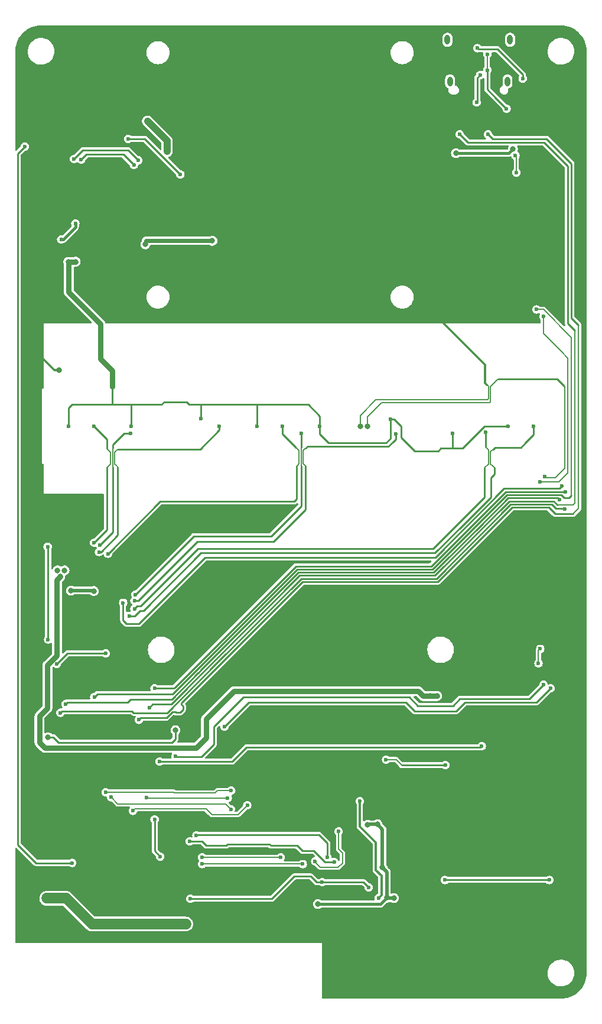
<source format=gbr>
G04 #@! TF.GenerationSoftware,KiCad,Pcbnew,6.0.11-2627ca5db0~126~ubuntu22.04.1*
G04 #@! TF.CreationDate,2025-05-27T11:10:10+02:00*
G04 #@! TF.ProjectId,qPocketPCR_Main,71506f63-6b65-4745-9043-525f4d61696e,rev?*
G04 #@! TF.SameCoordinates,Original*
G04 #@! TF.FileFunction,Copper,L2,Bot*
G04 #@! TF.FilePolarity,Positive*
%FSLAX46Y46*%
G04 Gerber Fmt 4.6, Leading zero omitted, Abs format (unit mm)*
G04 Created by KiCad (PCBNEW 6.0.11-2627ca5db0~126~ubuntu22.04.1) date 2025-05-27 11:10:10*
%MOMM*%
%LPD*%
G01*
G04 APERTURE LIST*
G04 #@! TA.AperFunction,ComponentPad*
%ADD10O,0.800000X1.400000*%
G04 #@! TD*
G04 #@! TA.AperFunction,ComponentPad*
%ADD11C,0.800000*%
G04 #@! TD*
G04 #@! TA.AperFunction,ViaPad*
%ADD12C,0.800000*%
G04 #@! TD*
G04 #@! TA.AperFunction,ViaPad*
%ADD13C,0.600000*%
G04 #@! TD*
G04 #@! TA.AperFunction,Conductor*
%ADD14C,0.200000*%
G04 #@! TD*
G04 #@! TA.AperFunction,Conductor*
%ADD15C,0.152400*%
G04 #@! TD*
G04 #@! TA.AperFunction,Conductor*
%ADD16C,0.300000*%
G04 #@! TD*
G04 #@! TA.AperFunction,Conductor*
%ADD17C,0.150000*%
G04 #@! TD*
G04 #@! TA.AperFunction,Conductor*
%ADD18C,0.800000*%
G04 #@! TD*
G04 #@! TA.AperFunction,Conductor*
%ADD19C,0.500000*%
G04 #@! TD*
G04 #@! TA.AperFunction,Conductor*
%ADD20C,0.250000*%
G04 #@! TD*
G04 #@! TA.AperFunction,Conductor*
%ADD21C,0.400000*%
G04 #@! TD*
G04 #@! TA.AperFunction,Conductor*
%ADD22C,1.500000*%
G04 #@! TD*
G04 #@! TA.AperFunction,Conductor*
%ADD23C,0.600000*%
G04 #@! TD*
G04 #@! TA.AperFunction,Conductor*
%ADD24C,0.127000*%
G04 #@! TD*
G04 #@! TA.AperFunction,Conductor*
%ADD25C,1.000000*%
G04 #@! TD*
G04 APERTURE END LIST*
D10*
X120990000Y-32350000D03*
X121350000Y-38300000D03*
X129610000Y-38300000D03*
X129970000Y-32350000D03*
D11*
X109500000Y-87698074D03*
X108500000Y-87698074D03*
D12*
X105588000Y-70917000D03*
X125527000Y-110668000D03*
X135627984Y-151181000D03*
X122876000Y-37389000D03*
X119828000Y-39802000D03*
X65011984Y-46828233D03*
X127178000Y-49581000D03*
X112511984Y-163728233D03*
X117761984Y-161228233D03*
X72511984Y-156228233D03*
D13*
X74511984Y-117478233D03*
D12*
X121336000Y-70028000D03*
X76261984Y-156978233D03*
X73011984Y-108478233D03*
X67622800Y-160825200D03*
X128464000Y-36500000D03*
X61011984Y-157478233D03*
X76011984Y-150228233D03*
X131385000Y-39929000D03*
X84382400Y-160375800D03*
X71540234Y-49793483D03*
X130511984Y-45728233D03*
X132261984Y-45728233D03*
X71219984Y-68450733D03*
X66471984Y-125178233D03*
X122241000Y-36754000D03*
X71219984Y-69466733D03*
X76011984Y-153728233D03*
X131385000Y-40818000D03*
X128761984Y-45728233D03*
X120082000Y-38786000D03*
X65511984Y-157978233D03*
X108011984Y-158978233D03*
X135814000Y-110668000D03*
X98761984Y-154228233D03*
X70511984Y-123478233D03*
X60933968Y-54964716D03*
X71411984Y-46828233D03*
X71761984Y-135228233D03*
X76299984Y-63148483D03*
X76061984Y-144388233D03*
X67742000Y-99365000D03*
X92684800Y-160655200D03*
X67183968Y-54814716D03*
X69433968Y-62464716D03*
X75183968Y-60064716D03*
X116510000Y-141402000D03*
X68183968Y-54814716D03*
X76299984Y-64037483D03*
X116357600Y-152120800D03*
X84963200Y-148564800D03*
X67742000Y-100381000D03*
X67742000Y-101397000D03*
X110511984Y-161728233D03*
X116510000Y-135052000D03*
X131369000Y-167818000D03*
X92227600Y-159232800D03*
X83761984Y-153228233D03*
X90348000Y-157454800D03*
X84701984Y-143918233D03*
X60933968Y-69214716D03*
X132943800Y-124345400D03*
X72373968Y-61184716D03*
X67241800Y-159301200D03*
X120256500Y-71806000D03*
X70271984Y-69948233D03*
X139691984Y-148895000D03*
X108011984Y-157978233D03*
X104761984Y-167978233D03*
X85525400Y-160375800D03*
X108011984Y-163728233D03*
X65329000Y-79680000D03*
X80511984Y-156978233D03*
X105261984Y-159228233D03*
X110511984Y-163728233D03*
X71540234Y-50936483D03*
X73261984Y-135228233D03*
X62281000Y-77267000D03*
X76759000Y-71647250D03*
X66218000Y-101397000D03*
X73801984Y-152038233D03*
X109271000Y-151562000D03*
X112065000Y-139243000D03*
X116510000Y-137465000D03*
X60933968Y-62464716D03*
X116511984Y-154868233D03*
X69011984Y-121978233D03*
X139761984Y-71728233D03*
X64311984Y-46228233D03*
X76680984Y-65783733D03*
X128464000Y-37516000D03*
X121082000Y-71171000D03*
X138619984Y-122209233D03*
X75918984Y-66545733D03*
X63761984Y-132228233D03*
X122199600Y-48590400D03*
X110972800Y-144704000D03*
X65511984Y-109228233D03*
X111684000Y-150901600D03*
X102421984Y-156128233D03*
X130378400Y-47980800D03*
X83493400Y-158978800D03*
X65111984Y-108328233D03*
X109550400Y-144754800D03*
X117511984Y-126328233D03*
X66111984Y-108328233D03*
X87300000Y-61138000D03*
X112293600Y-155219600D03*
X67011984Y-111228233D03*
X77683968Y-61644716D03*
X82011984Y-131228233D03*
X118511984Y-126328233D03*
X119511984Y-126328233D03*
X70293984Y-111287233D03*
X64824400Y-155295800D03*
X113309600Y-155270400D03*
X63554400Y-155295800D03*
X82096400Y-158978800D03*
D13*
X111125200Y-155270400D03*
X108432800Y-141402000D03*
X100254000Y-150393600D03*
X85826800Y-150393600D03*
X85826800Y-149428400D03*
X97104400Y-149428400D03*
X125162000Y-41326000D03*
X125670000Y-37389000D03*
X72001984Y-140108233D03*
X90001984Y-139878233D03*
X75891984Y-142768233D03*
X92301984Y-141968233D03*
X77861984Y-140868233D03*
X89491984Y-140938233D03*
X89951984Y-142538233D03*
X72771984Y-140818233D03*
X70357484Y-104365733D03*
X70300000Y-87698074D03*
X112192000Y-135433000D03*
X72011984Y-120228233D03*
X137411984Y-96228233D03*
X120624800Y-152679600D03*
X65011984Y-121728233D03*
X74511984Y-112978233D03*
X135577184Y-152679600D03*
X120675600Y-136220400D03*
X109701984Y-153728233D03*
X103048000Y-152984400D03*
X84150400Y-155372000D03*
X102032000Y-149987200D03*
X105384800Y-145720000D03*
X126686000Y-36690500D03*
X129464000Y-42215000D03*
X67476234Y-49412483D03*
X76693968Y-49634716D03*
X126720800Y-34417200D03*
X76045984Y-50286483D03*
X68492234Y-49539483D03*
X131766000Y-37897000D03*
X125298400Y-33553600D03*
X121686292Y-88728233D03*
D12*
X66647984Y-64164483D03*
D13*
X129700000Y-87698074D03*
X85636292Y-86628233D03*
X75700000Y-87698074D03*
D12*
X67713968Y-64124716D03*
D13*
X66700000Y-87698074D03*
X93700000Y-87698074D03*
X112791984Y-86698233D03*
X102700000Y-87698074D03*
X130861000Y-51359000D03*
X130734000Y-48946000D03*
X137761984Y-99577733D03*
X65511984Y-128728233D03*
X137011984Y-98228233D03*
X66261984Y-127478233D03*
D12*
X78011984Y-44028233D03*
X80811984Y-48328233D03*
D13*
X88300000Y-87665233D03*
X71055984Y-105699233D03*
X76262984Y-111795233D03*
X100011984Y-88681233D03*
X76135984Y-113827233D03*
X126427984Y-88554233D03*
X65631984Y-60954483D03*
X67663984Y-58668483D03*
X134761984Y-71978233D03*
X75211984Y-46528233D03*
X134290000Y-95682000D03*
X82711984Y-51628233D03*
X134925000Y-94920000D03*
X134290000Y-119570200D03*
X134036000Y-121653000D03*
X75538292Y-88681233D03*
X71182984Y-104683233D03*
X97298400Y-87697792D03*
X72325984Y-105953233D03*
X76135984Y-112684233D03*
X113581984Y-88828233D03*
X133300000Y-87698074D03*
X75373984Y-114843233D03*
X67211984Y-150228233D03*
X60411984Y-47628233D03*
X70367000Y-126478233D03*
X133761984Y-70978233D03*
X63689984Y-104937233D03*
X63761984Y-118228233D03*
X79742000Y-135708249D03*
X125908000Y-133528000D03*
X137911984Y-97128233D03*
X79832400Y-149326800D03*
X79011984Y-143978233D03*
X79011984Y-125228233D03*
X82011984Y-134978233D03*
X104775200Y-150088800D03*
X84048800Y-147142400D03*
X134761984Y-124728233D03*
X135761984Y-125228233D03*
X89011984Y-130728233D03*
X103759200Y-149428400D03*
X85014000Y-146278800D03*
X76761984Y-129728233D03*
X126808984Y-45882233D03*
X78261984Y-127978233D03*
X122744984Y-45882233D03*
D14*
X110711984Y-83928233D02*
X126671159Y-83928233D01*
D15*
X126847600Y-83294592D02*
X126847600Y-83751792D01*
D16*
X65329000Y-79680000D02*
X64694000Y-79680000D01*
D14*
X108500000Y-86140217D02*
X110711984Y-83928233D01*
D15*
X126847600Y-83751792D02*
X126847600Y-82132617D01*
D16*
X121082000Y-71171000D02*
X120891500Y-71171000D01*
D14*
X108500000Y-87698074D02*
X108500000Y-86140217D01*
D15*
X126847600Y-82132617D02*
X126847600Y-81983849D01*
X126847600Y-83751792D02*
X126711600Y-83887792D01*
D16*
X120256500Y-71872749D02*
X120256500Y-72758500D01*
D17*
X126671159Y-83928233D02*
X126711600Y-83887792D01*
D16*
X120256500Y-72758500D02*
X126352500Y-78854500D01*
X126352500Y-81488749D02*
X126601984Y-81738233D01*
X120256500Y-71806000D02*
X120256500Y-71872749D01*
X126352500Y-78854500D02*
X126352500Y-81488749D01*
X64694000Y-79680000D02*
X62281000Y-77267000D01*
D15*
X126847600Y-81983849D02*
X126601984Y-81738233D01*
D18*
X63659246Y-128080971D02*
X62511984Y-129228233D01*
D19*
X111684000Y-150901600D02*
X111684000Y-145415200D01*
D18*
X65511984Y-109228233D02*
X65011984Y-109728233D01*
D20*
X81511984Y-132978233D02*
X82011984Y-132478233D01*
D21*
X111379200Y-156134000D02*
X112293600Y-155219600D01*
D19*
X112293600Y-155219600D02*
X112293600Y-151511200D01*
X70234984Y-111228233D02*
X70293984Y-111287233D01*
D18*
X63261984Y-133728233D02*
X85011984Y-133728233D01*
X86386984Y-129603233D02*
X90361984Y-125628233D01*
D22*
X64824400Y-155295800D02*
X63554400Y-155295800D01*
D18*
X116811984Y-125628233D02*
X117511984Y-126328233D01*
D21*
X102427751Y-156134000D02*
X102421984Y-156128233D01*
D23*
X77704201Y-61624483D02*
X77683968Y-61644716D01*
D18*
X100611984Y-125628233D02*
X116811984Y-125628233D01*
D21*
X108566217Y-156134000D02*
X111379200Y-156134000D01*
D19*
X67011984Y-111228233D02*
X70234984Y-111228233D01*
D20*
X63761984Y-132228233D02*
X64511984Y-132228233D01*
D19*
X109601200Y-144704000D02*
X109550400Y-144754800D01*
X112293600Y-151511200D02*
X111684000Y-150901600D01*
X113309600Y-155270400D02*
X112344400Y-155270400D01*
D22*
X64824400Y-155295800D02*
X66348400Y-155295800D01*
D20*
X82011984Y-132478233D02*
X82011984Y-131228233D01*
D18*
X65011984Y-109728233D02*
X65011984Y-120522757D01*
X90361984Y-125628233D02*
X100611984Y-125628233D01*
D21*
X104776217Y-156134000D02*
X102427751Y-156134000D01*
D19*
X111684000Y-145415200D02*
X110972800Y-144704000D01*
D18*
X62511984Y-129228233D02*
X62511984Y-132978233D01*
D23*
X87300000Y-61138000D02*
X77782217Y-61138000D01*
D22*
X70031400Y-158978800D02*
X82096400Y-158978800D01*
D19*
X112344400Y-155270400D02*
X112293600Y-155219600D01*
X110972800Y-144704000D02*
X109601200Y-144704000D01*
D20*
X65261984Y-132978233D02*
X81511984Y-132978233D01*
D22*
X66348400Y-155295800D02*
X70031400Y-158978800D01*
D21*
X108566217Y-156134000D02*
X104776217Y-156134000D01*
D18*
X63659246Y-121875495D02*
X63659246Y-128080971D01*
X65011984Y-120522757D02*
X63659246Y-121875495D01*
D20*
X64511984Y-132228233D02*
X65261984Y-132978233D01*
D22*
X82096400Y-158978800D02*
X83493400Y-158978800D01*
D18*
X86386984Y-132353233D02*
X86386984Y-129603233D01*
X118511984Y-126328233D02*
X119511984Y-126328233D01*
X85011984Y-133728233D02*
X86386984Y-132353233D01*
D21*
X129768800Y-48590400D02*
X130378400Y-47980800D01*
X122199600Y-48590400D02*
X129768800Y-48590400D01*
D18*
X62511984Y-132978233D02*
X63261984Y-133728233D01*
X118511984Y-126328233D02*
X117511984Y-126328233D01*
D16*
X111531600Y-152070000D02*
X110718800Y-151257200D01*
X110718800Y-151257200D02*
X110718800Y-147294800D01*
X108432800Y-145008800D02*
X108432800Y-141402000D01*
X110718800Y-147294800D02*
X108432800Y-145008800D01*
X111125200Y-155270400D02*
X111531600Y-154864000D01*
X111531600Y-154864000D02*
X111531600Y-152070000D01*
D15*
X100254000Y-150393600D02*
X85826800Y-150393600D01*
X97104400Y-149428400D02*
X85826800Y-149428400D01*
D20*
X125289000Y-37770000D02*
X125289000Y-41326000D01*
X125670000Y-37389000D02*
X125289000Y-37770000D01*
D15*
X88041984Y-139878233D02*
X87721984Y-140198233D01*
X90001984Y-139878233D02*
X88041984Y-139878233D01*
X81761984Y-140088233D02*
X72021984Y-140088233D01*
X81871984Y-140198233D02*
X81761984Y-140088233D01*
X72021984Y-140088233D02*
X72001984Y-140108233D01*
X87721984Y-140198233D02*
X81871984Y-140198233D01*
X89911984Y-143298233D02*
X90971984Y-143298233D01*
X87411984Y-143298233D02*
X87221984Y-143298233D01*
X76191984Y-142468233D02*
X75891984Y-142768233D01*
X86391984Y-142468233D02*
X76191984Y-142468233D01*
X87221984Y-143298233D02*
X86391984Y-142468233D01*
X90971984Y-143298233D02*
X92301984Y-141968233D01*
X89911984Y-143298233D02*
X87411984Y-143298233D01*
X90521984Y-143298233D02*
X89911984Y-143298233D01*
X89491984Y-140938233D02*
X77931984Y-140938233D01*
X77931984Y-140938233D02*
X77861984Y-140868233D01*
X77881984Y-141768233D02*
X77271984Y-141768233D01*
X89951984Y-142538233D02*
X89181984Y-141768233D01*
X73721984Y-141768233D02*
X72771984Y-140818233D01*
X85071984Y-141768233D02*
X77881984Y-141768233D01*
X89181984Y-141768233D02*
X85071984Y-141768233D01*
X77881984Y-141768233D02*
X73721984Y-141768233D01*
D24*
X72174500Y-90903733D02*
X72735584Y-91464817D01*
X72723000Y-93110217D02*
X72458484Y-93374733D01*
D20*
X70300000Y-87698074D02*
X72174500Y-89572574D01*
X72174500Y-89572574D02*
X72174500Y-90903733D01*
D24*
X72458484Y-93374733D02*
X72198984Y-93634233D01*
X72735584Y-91464817D02*
X72735584Y-93097633D01*
D20*
X72198984Y-93634233D02*
X72198984Y-102524233D01*
X72198984Y-102524233D02*
X70357484Y-104365733D01*
X114427200Y-136220400D02*
X120675600Y-136220400D01*
X95834400Y-155372000D02*
X84150400Y-155372000D01*
D15*
X113639800Y-135433000D02*
X114427200Y-136220400D01*
D20*
X103048000Y-152984400D02*
X102235200Y-152984400D01*
X74511984Y-115478233D02*
X74511984Y-112978233D01*
X103048000Y-152984400D02*
X108495817Y-152984400D01*
X76761984Y-115978233D02*
X75011984Y-115978233D01*
X108958151Y-152984400D02*
X109701984Y-153728233D01*
D15*
X112192000Y-135433000D02*
X113639800Y-135433000D01*
D20*
X129111984Y-96628233D02*
X119261984Y-106478233D01*
X75011984Y-115978233D02*
X74511984Y-115478233D01*
X135577184Y-152679600D02*
X120624800Y-152679600D01*
X66511984Y-120228233D02*
X72011984Y-120228233D01*
X119261984Y-106478233D02*
X86261984Y-106478233D01*
X99034800Y-152171600D02*
X95834400Y-155372000D01*
X86261984Y-106478233D02*
X76761984Y-115978233D01*
X137411984Y-96228233D02*
X137011984Y-96628233D01*
X137011984Y-96628233D02*
X129111984Y-96628233D01*
X65011984Y-121728233D02*
X66511984Y-120228233D01*
X108495817Y-152984400D02*
X108958151Y-152984400D01*
X101422400Y-152171600D02*
X99034800Y-152171600D01*
X108495817Y-152984400D02*
X108788400Y-152984400D01*
X102235200Y-152984400D02*
X101422400Y-152171600D01*
D15*
X105384800Y-145720000D02*
X105384800Y-148260000D01*
X105334000Y-150850800D02*
X102794000Y-150850800D01*
X102032000Y-150088800D02*
X102032000Y-149987200D01*
X105943600Y-148818800D02*
X105943600Y-150241200D01*
X105384800Y-148260000D02*
X105943600Y-148818800D01*
X102794000Y-150850800D02*
X102032000Y-150088800D01*
X105943600Y-150241200D02*
X105334000Y-150850800D01*
D20*
X126686000Y-36690500D02*
X126686000Y-39437000D01*
X128003500Y-40754500D02*
X129464000Y-42215000D01*
X74379984Y-48142483D02*
X74842234Y-48142483D01*
D15*
X126686000Y-36690500D02*
X126686000Y-34452000D01*
X126686000Y-34452000D02*
X126720800Y-34417200D01*
D20*
X126686000Y-39437000D02*
X128003500Y-40754500D01*
X74379984Y-48142483D02*
X75201735Y-48142483D01*
X68746234Y-48142483D02*
X74379984Y-48142483D01*
X67476234Y-49412483D02*
X68746234Y-48142483D01*
X75201735Y-48142483D02*
X76693968Y-49634716D01*
X131766000Y-37897000D02*
X131766000Y-37328800D01*
X74536984Y-48777483D02*
X74282984Y-48777483D01*
X128244800Y-33807600D02*
X128143200Y-33706000D01*
X128143200Y-33706000D02*
X126111200Y-33706000D01*
X73744984Y-48777483D02*
X74080234Y-48777483D01*
X125450800Y-33706000D02*
X125298400Y-33553600D01*
X68492234Y-49539483D02*
X69254234Y-48777483D01*
X73744984Y-48777483D02*
X74282984Y-48777483D01*
X131766000Y-37328800D02*
X128244800Y-33807600D01*
X69254234Y-48777483D02*
X73744984Y-48777483D01*
X76045984Y-50286483D02*
X74536984Y-48777483D01*
X126111200Y-33706000D02*
X125450800Y-33706000D01*
X103968984Y-90098233D02*
X102700000Y-88829249D01*
X113346984Y-86649233D02*
X112840984Y-86649233D01*
X121686292Y-88878233D02*
X121686292Y-90778233D01*
X123136292Y-90828233D02*
X126286292Y-87678233D01*
X112161984Y-90098233D02*
X103968984Y-90098233D01*
X85716000Y-84573592D02*
X93690933Y-84573592D01*
X102708600Y-86249992D02*
X102708600Y-87697792D01*
D18*
X72990600Y-79721600D02*
X72990600Y-82007600D01*
D20*
X93700000Y-87698074D02*
X93700000Y-84582659D01*
X112840984Y-86649233D02*
X112791984Y-86698233D01*
D18*
X66647984Y-64164483D02*
X67674201Y-64164483D01*
D20*
X114362984Y-87665233D02*
X114362984Y-89292233D01*
X80001000Y-84573592D02*
X80382000Y-84192592D01*
X85716000Y-84573592D02*
X85590933Y-84573592D01*
D18*
X66726000Y-68504000D02*
X66726000Y-64242499D01*
X66726000Y-64242499D02*
X66647984Y-64164483D01*
D20*
X83582400Y-84192592D02*
X83963400Y-84573592D01*
D18*
X66726000Y-68504000D02*
X71298000Y-73076000D01*
D20*
X126286292Y-87678233D02*
X129680159Y-87678233D01*
D18*
X67674201Y-64164483D02*
X67713968Y-64124716D01*
D20*
X72990600Y-84573592D02*
X67199399Y-84573592D01*
X112791984Y-86698233D02*
X112791984Y-89468233D01*
X80382000Y-84192592D02*
X83582400Y-84192592D01*
D18*
X71298000Y-73076000D02*
X71298000Y-78029000D01*
D20*
X121736292Y-90828233D02*
X123136292Y-90828233D01*
X129680159Y-87678233D02*
X129700000Y-87698074D01*
X85636292Y-86628233D02*
X85636292Y-84618951D01*
X121686292Y-90778233D02*
X121736292Y-90828233D01*
X72990600Y-84573592D02*
X80001000Y-84573592D01*
X102700000Y-88829249D02*
X102700000Y-87698074D01*
X112791984Y-89468233D02*
X112161984Y-90098233D01*
X72990600Y-80763592D02*
X72990600Y-82007600D01*
X93690933Y-84573592D02*
X101032200Y-84573592D01*
X120065984Y-90828233D02*
X121736292Y-90828233D01*
X93700000Y-84582659D02*
X93690933Y-84573592D01*
X101032200Y-84573592D02*
X102708600Y-86249992D01*
X75700000Y-87698074D02*
X75700000Y-84573592D01*
X114362984Y-89292233D02*
X116291984Y-91221233D01*
X113346984Y-86649233D02*
X114362984Y-87665233D01*
X116291984Y-91221233D02*
X119672984Y-91221233D01*
X83963400Y-84573592D02*
X85590933Y-84573592D01*
X85636292Y-84618951D02*
X85590933Y-84573592D01*
X66700000Y-85072991D02*
X67199399Y-84573592D01*
X119672984Y-91221233D02*
X120065984Y-90828233D01*
X72990600Y-82007600D02*
X72990600Y-84573592D01*
D18*
X71298000Y-78029000D02*
X72990600Y-79721600D01*
D20*
X66700000Y-87698074D02*
X66700000Y-85072991D01*
D15*
X130734000Y-48946000D02*
X130861000Y-49073000D01*
X130861000Y-49073000D02*
X130861000Y-51359000D01*
D20*
X136511984Y-99478233D02*
X135911984Y-98878233D01*
X87784776Y-121751025D02*
X80807568Y-128728233D01*
X80761984Y-128728233D02*
X80511984Y-128728233D01*
X75761984Y-128478233D02*
X65761984Y-128478233D01*
X137662484Y-99478233D02*
X136511984Y-99478233D01*
X100007568Y-109528233D02*
X87784776Y-121751025D01*
X130043964Y-98878233D02*
X119393964Y-109528233D01*
X135911984Y-98878233D02*
X130043964Y-98878233D01*
X76011984Y-128728233D02*
X75761984Y-128478233D01*
X80807568Y-128728233D02*
X80511984Y-128728233D01*
X80511984Y-128728233D02*
X76011984Y-128728233D01*
X87409776Y-122126025D02*
X87284776Y-122251025D01*
X137761984Y-99577733D02*
X137662484Y-99478233D01*
X119393964Y-109528233D02*
X100007568Y-109528233D01*
X65761984Y-128478233D02*
X65511984Y-128728233D01*
X120716578Y-106932827D02*
X119021172Y-108628233D01*
X125591578Y-102057827D02*
X129671172Y-97978233D01*
X66511984Y-127228233D02*
X66261984Y-127478233D01*
X81461984Y-126778233D02*
X75586984Y-126778233D01*
X125591578Y-102057827D02*
X120716578Y-106932827D01*
X75136984Y-127228233D02*
X66511984Y-127228233D01*
X85273380Y-122989629D02*
X85261984Y-123001025D01*
X85648380Y-122614629D02*
X85273380Y-122989629D01*
X85250588Y-122989629D02*
X81461984Y-126778233D01*
X85273380Y-122989629D02*
X85250588Y-122989629D01*
X99634776Y-108628233D02*
X96648380Y-111614629D01*
X96648380Y-111614629D02*
X85648380Y-122614629D01*
X119021172Y-108628233D02*
X114011984Y-108628233D01*
X136761984Y-97978233D02*
X137011984Y-98228233D01*
X75586984Y-126778233D02*
X75136984Y-127228233D01*
X129671172Y-97978233D02*
X136761984Y-97978233D01*
X114011984Y-108628233D02*
X99634776Y-108628233D01*
D25*
X80811984Y-46828233D02*
X78011984Y-44028233D01*
X80811984Y-48328233D02*
X80811984Y-46828233D01*
D20*
X71309984Y-105699233D02*
X73722984Y-103286233D01*
D24*
X73592984Y-93377233D02*
X73722984Y-93507233D01*
D20*
X85571292Y-90967233D02*
X73762000Y-90967233D01*
X71055984Y-105699233D02*
X71309984Y-105699233D01*
D24*
X73294384Y-93078633D02*
X73294384Y-92808233D01*
X73294384Y-91434849D02*
X73294384Y-91588233D01*
X73561492Y-91167741D02*
X73294384Y-91434849D01*
X73291984Y-93061249D02*
X73291984Y-91452233D01*
D20*
X73722984Y-103286233D02*
X73722984Y-93507233D01*
D24*
X73561492Y-91167741D02*
X73762000Y-90967233D01*
D20*
X88300000Y-88238525D02*
X85571292Y-90967233D01*
D24*
X73592984Y-93377233D02*
X73294384Y-93078633D01*
D20*
X88300000Y-87665233D02*
X88300000Y-88238525D01*
X100011984Y-99095233D02*
X95693984Y-103413233D01*
X100011984Y-93403233D02*
X100011984Y-99095233D01*
X100011984Y-90078233D02*
X100011984Y-90713233D01*
X84644984Y-103413233D02*
X76262984Y-111795233D01*
X100011984Y-90332233D02*
X100011984Y-90078233D01*
X100011984Y-90078233D02*
X100011984Y-88681233D01*
D24*
X100011984Y-93380233D02*
X100011984Y-90736233D01*
D20*
X95693984Y-103413233D02*
X84644984Y-103413233D01*
D17*
X126847600Y-93087617D02*
X126300984Y-93634233D01*
X126847600Y-91119008D02*
X126847600Y-93087617D01*
D20*
X77024984Y-113446233D02*
X76516984Y-113446233D01*
X76516984Y-113446233D02*
X76008984Y-113954233D01*
X126300984Y-93634233D02*
X126300984Y-97825233D01*
X126427984Y-88554233D02*
X126427984Y-90699392D01*
X126300984Y-97825233D02*
X118897984Y-105228233D01*
X85252484Y-105218733D02*
X77024984Y-113446233D01*
X118897984Y-105228233D02*
X85261984Y-105228233D01*
D17*
X126427984Y-90699392D02*
X126847600Y-91119008D01*
D15*
X65631984Y-60954483D02*
X65885984Y-60954483D01*
D21*
X67663984Y-59176483D02*
X67663984Y-58668483D01*
X65885984Y-60954483D02*
X67663984Y-59176483D01*
D14*
X136958217Y-95682000D02*
X134290000Y-95682000D01*
X138261984Y-77941733D02*
X138261984Y-94378233D01*
X134761984Y-74441733D02*
X137280234Y-76959983D01*
D20*
X75211984Y-46528233D02*
X77611984Y-46528233D01*
D14*
X136845610Y-76525359D02*
X137280234Y-76959983D01*
X138261984Y-94378233D02*
X136958217Y-95682000D01*
X134761984Y-71978233D02*
X134761984Y-74441733D01*
D20*
X77611984Y-46528233D02*
X82711984Y-51628233D01*
D14*
X137280234Y-76959983D02*
X138261984Y-77941733D01*
D20*
X136667251Y-80886500D02*
X137730984Y-81950233D01*
D17*
X127083159Y-84278233D02*
X127152400Y-84208992D01*
D14*
X109500000Y-86340217D02*
X109500000Y-87698074D01*
X137761984Y-93678233D02*
X136411984Y-95028233D01*
D15*
X127152400Y-81991600D02*
X128257500Y-80886500D01*
D20*
X128257500Y-80886500D02*
X136667251Y-80886500D01*
D17*
X127152400Y-82055100D02*
X127152400Y-83904192D01*
D14*
X137761984Y-81928233D02*
X137761984Y-93678233D01*
X111561984Y-84278233D02*
X127083159Y-84278233D01*
X135033233Y-95028233D02*
X134925000Y-94920000D01*
X136411984Y-95028233D02*
X135033233Y-95028233D01*
X111561984Y-84278233D02*
X109500000Y-86340217D01*
D15*
X127152400Y-83904192D02*
X127152400Y-84208992D01*
X127152400Y-82055100D02*
X127152400Y-81991600D01*
X134036000Y-119824200D02*
X134290000Y-119570200D01*
X134036000Y-121653000D02*
X134036000Y-119824200D01*
D20*
X71182984Y-104683233D02*
X73000000Y-102866217D01*
D24*
X73014984Y-90840233D02*
X73014984Y-93546249D01*
D20*
X74651000Y-88681233D02*
X73000000Y-90332233D01*
X75538292Y-88681233D02*
X74776292Y-88681233D01*
X74776292Y-88681233D02*
X74651000Y-88681233D01*
X73000000Y-102866217D02*
X73000000Y-93546249D01*
X73000000Y-90332233D02*
X73000000Y-90840233D01*
D24*
X73000000Y-93546249D02*
X73000000Y-93849217D01*
D20*
X98991984Y-98478233D02*
X99376984Y-98093233D01*
D24*
X99249984Y-90713233D02*
X99488484Y-90951733D01*
X99734984Y-91221233D02*
X99734984Y-92999233D01*
D20*
X97298400Y-87697792D02*
X97298400Y-88761649D01*
X79800984Y-98478233D02*
X98991984Y-98478233D01*
X99376984Y-94015233D02*
X99376984Y-93761233D01*
X72325984Y-105953233D02*
X79800984Y-98478233D01*
D24*
X99376984Y-93380233D02*
X99376984Y-93507233D01*
D20*
X99376984Y-94015233D02*
X99376984Y-93380233D01*
X97298400Y-88761649D02*
X99249984Y-90713233D01*
D24*
X99505484Y-93251733D02*
X99732584Y-93024633D01*
X99488484Y-90951733D02*
X99732584Y-91195833D01*
X99732584Y-93024633D02*
X99732584Y-92835233D01*
X99732584Y-91195833D02*
X99732584Y-91491233D01*
D20*
X99376984Y-98093233D02*
X99376984Y-94015233D01*
D24*
X99505484Y-93251733D02*
X99376984Y-93380233D01*
D20*
X112501984Y-90608233D02*
X100878984Y-90608233D01*
X76643984Y-112684233D02*
X85152984Y-104175233D01*
X100646984Y-99603233D02*
X100646984Y-93380233D01*
X113161984Y-89948233D02*
X112777984Y-90332233D01*
X100878984Y-90608233D02*
X100865484Y-90621733D01*
D24*
X100311984Y-93045233D02*
X100646984Y-93380233D01*
D20*
X85152984Y-104175233D02*
X96074984Y-104175233D01*
X96074984Y-104175233D02*
X100646984Y-99603233D01*
D24*
X100291384Y-91195833D02*
X100291384Y-93024633D01*
D20*
X76008984Y-112684233D02*
X76643984Y-112684233D01*
X113581984Y-89528233D02*
X113161984Y-89948233D01*
X100865484Y-90621733D02*
X100646984Y-90840233D01*
D24*
X100646984Y-90840233D02*
X100291384Y-91195833D01*
D20*
X113581984Y-88828233D02*
X113581984Y-89528233D01*
X113161984Y-89948233D02*
X112501984Y-90608233D01*
D24*
X100291384Y-93024633D02*
X100646984Y-93380233D01*
D20*
X132142984Y-90078233D02*
X131507984Y-90713233D01*
D17*
X127152400Y-92989400D02*
X127152400Y-92782817D01*
D20*
X123125984Y-101889233D02*
X127189984Y-97825233D01*
X133300000Y-87698074D02*
X133300000Y-88921217D01*
D17*
X127436984Y-93373233D02*
X127152400Y-93088649D01*
D20*
X127697984Y-94523233D02*
X127697984Y-93634233D01*
D15*
X127152400Y-91371792D02*
X127246472Y-91277721D01*
D20*
X118680984Y-105826233D02*
X118807984Y-105826233D01*
X133300000Y-88921217D02*
X132142984Y-90078233D01*
D17*
X127436984Y-93373233D02*
X127697984Y-93634233D01*
D20*
X77405984Y-114081233D02*
X76897984Y-114081233D01*
X127189984Y-95031233D02*
X127697984Y-94523233D01*
X127824984Y-90713233D02*
X127570984Y-90967233D01*
D15*
X127246472Y-91277721D02*
X127321200Y-91202992D01*
D17*
X127152400Y-92782817D02*
X127152400Y-93088649D01*
D20*
X128078984Y-90713233D02*
X127824984Y-90713233D01*
D15*
X127246472Y-91277721D02*
X127556960Y-90967233D01*
D20*
X85660984Y-105826233D02*
X77405984Y-114081233D01*
D17*
X127152400Y-92638649D02*
X127152400Y-91524192D01*
D20*
X119188984Y-105826233D02*
X123125984Y-101889233D01*
D17*
X127152400Y-92782817D02*
X127152400Y-92638649D01*
D20*
X118680984Y-105826233D02*
X85660984Y-105826233D01*
D15*
X127152400Y-91524192D02*
X127152400Y-91371792D01*
D17*
X127152400Y-93088649D02*
X127152400Y-92638649D01*
D20*
X76897984Y-114081233D02*
X76135984Y-114843233D01*
X118680984Y-105826233D02*
X119188984Y-105826233D01*
X76135984Y-114843233D02*
X75373984Y-114843233D01*
X127189984Y-97825233D02*
X127189984Y-95031233D01*
D15*
X127556960Y-90967233D02*
X127570984Y-90967233D01*
D20*
X131507984Y-90713233D02*
X128078984Y-90713233D01*
X60711984Y-148928233D02*
X60511984Y-148728233D01*
X60511984Y-148728233D02*
X59911984Y-148128233D01*
X60511984Y-148728233D02*
X59411984Y-147628233D01*
X62011984Y-150228233D02*
X60711984Y-148928233D01*
X59411984Y-147628233D02*
X59411984Y-48628233D01*
X59411984Y-48628233D02*
X60411984Y-47628233D01*
X59911984Y-148128233D02*
X59811984Y-148028233D01*
X67211984Y-150228233D02*
X62011984Y-150228233D01*
X138761984Y-97578233D02*
X138561984Y-97778233D01*
X137711984Y-97978233D02*
X137261984Y-97528233D01*
X133961984Y-97528233D02*
X129484776Y-97528233D01*
X70798802Y-126046431D02*
X70367000Y-126478233D01*
X81580182Y-126046431D02*
X70798802Y-126046431D01*
X118834776Y-108178233D02*
X99448380Y-108178233D01*
X138561984Y-97778233D02*
X138411984Y-97928233D01*
X129484776Y-97528233D02*
X118834776Y-108178233D01*
D14*
X133761984Y-70978233D02*
X134761984Y-70978233D01*
D20*
X137261984Y-97528233D02*
X133961984Y-97528233D01*
X99448380Y-108178233D02*
X81580182Y-126046431D01*
D14*
X138761984Y-74978233D02*
X138761984Y-97578233D01*
X134761984Y-70978233D02*
X138761984Y-74978233D01*
D20*
X138361984Y-97978233D02*
X138011984Y-97978233D01*
X133961984Y-97528233D02*
X133461984Y-97528233D01*
X138011984Y-97978233D02*
X137711984Y-97978233D01*
X138561984Y-97778233D02*
X138361984Y-97978233D01*
X63761984Y-118228233D02*
X63761984Y-105009233D01*
X63761984Y-105009233D02*
X63689984Y-104937233D01*
D15*
X125781000Y-133401000D02*
X125908000Y-133528000D01*
D20*
X91115518Y-134728233D02*
X91813751Y-134030000D01*
X91813751Y-134030000D02*
X90115518Y-135728233D01*
X79761984Y-135728233D02*
X79742000Y-135708249D01*
X92188751Y-133655000D02*
X125781000Y-133655000D01*
X125781000Y-133655000D02*
X125908000Y-133528000D01*
X90115518Y-135728233D02*
X79761984Y-135728233D01*
X91813751Y-134030000D02*
X92188751Y-133655000D01*
X137861984Y-97078233D02*
X129298380Y-97078233D01*
X79011984Y-125228233D02*
X81761984Y-125228233D01*
X79011984Y-148506384D02*
X79011984Y-143978233D01*
X81761984Y-125228233D02*
X81886984Y-125103233D01*
X118648380Y-107728233D02*
X99261984Y-107728233D01*
X129298380Y-97078233D02*
X118648380Y-107728233D01*
X137911984Y-97128233D02*
X137861984Y-97078233D01*
X99261984Y-107728233D02*
X81886984Y-125103233D01*
X79832400Y-149326800D02*
X79011984Y-148506384D01*
X91761984Y-126478233D02*
X115511984Y-126478233D01*
X85742000Y-134998217D02*
X82031968Y-134998217D01*
X95682000Y-147752000D02*
X95529600Y-147599600D01*
X122761984Y-126728233D02*
X132761984Y-126728233D01*
X89433600Y-147599600D02*
X89281200Y-147752000D01*
X86436400Y-147752000D02*
X85826800Y-147142400D01*
X101854200Y-148488600D02*
X100177800Y-148488600D01*
X89281200Y-147752000D02*
X86436400Y-147752000D01*
X104775200Y-150088800D02*
X104318000Y-150088800D01*
X82031968Y-134998217D02*
X82011984Y-134978233D01*
X95529600Y-147599600D02*
X89433600Y-147599600D01*
X121761984Y-127728233D02*
X122761984Y-126728233D01*
X85826800Y-147142400D02*
X84048800Y-147142400D01*
X116761984Y-127728233D02*
X121761984Y-127728233D01*
X99441200Y-147752000D02*
X95682000Y-147752000D01*
X103454400Y-150088800D02*
X101854200Y-148488600D01*
X87511984Y-130728233D02*
X91761984Y-126478233D01*
X87511984Y-133228233D02*
X85742000Y-134998217D01*
X100177800Y-148488600D02*
X99441200Y-147752000D01*
X104775200Y-150088800D02*
X103454400Y-150088800D01*
X115511984Y-126478233D02*
X116761984Y-127728233D01*
X87511984Y-130728233D02*
X87511984Y-133228233D01*
X132761984Y-126728233D02*
X134761984Y-124728233D01*
X122261984Y-128478233D02*
X123511984Y-127228233D01*
X115011984Y-127228233D02*
X116261984Y-128478233D01*
X102590800Y-146228000D02*
X103759200Y-147396400D01*
X103759200Y-147396400D02*
X103759200Y-149428400D01*
X117511984Y-128478233D02*
X122261984Y-128478233D01*
X123511984Y-127228233D02*
X133761984Y-127228233D01*
X89011984Y-130728233D02*
X92511984Y-127228233D01*
X84861600Y-146228000D02*
X102590800Y-146228000D01*
X117261984Y-128478233D02*
X121261984Y-128478233D01*
X116261984Y-128478233D02*
X117261984Y-128478233D01*
X133761984Y-127228233D02*
X135761984Y-125228233D01*
X92511984Y-127228233D02*
X115011984Y-127228233D01*
X82109484Y-128690733D02*
X82649484Y-128690733D01*
X134682984Y-46517233D02*
X135063984Y-46517233D01*
X135190984Y-46517233D02*
X135063984Y-46517233D01*
D14*
X139761984Y-99478233D02*
X139761984Y-73228233D01*
D20*
X138746984Y-71963233D02*
X138746984Y-50073233D01*
X138746984Y-71963233D02*
X138746984Y-72213233D01*
X100193964Y-109978233D02*
X119580360Y-109978233D01*
X76761984Y-129728233D02*
X77045994Y-129444223D01*
X81977984Y-128559233D02*
X82109484Y-128690733D01*
D14*
X139011984Y-100228233D02*
X139761984Y-99478233D01*
D20*
X127443984Y-46517233D02*
X134682984Y-46517233D01*
X136411984Y-100228233D02*
X139011984Y-100228233D01*
X81596984Y-128559233D02*
X81977984Y-128559233D01*
X130230360Y-99328233D02*
X135511984Y-99328233D01*
X82649484Y-128690733D02*
X83074484Y-128265733D01*
X80711994Y-129444223D02*
X81596984Y-128559233D01*
X126808984Y-45882233D02*
X127443984Y-46517233D01*
X77045994Y-129444223D02*
X80711994Y-129444223D01*
X83074484Y-127750733D02*
X82866984Y-127543233D01*
X138746984Y-50073233D02*
X135190984Y-46517233D01*
X119580360Y-109978233D02*
X130230360Y-99328233D01*
X135511984Y-99328233D02*
X136411984Y-100228233D01*
X82866984Y-127543233D02*
X82866984Y-127305213D01*
X83074484Y-128265733D02*
X83074484Y-127750733D01*
X138746984Y-72213233D02*
X139761984Y-73228233D01*
X82866984Y-127305213D02*
X100193964Y-109978233D01*
D14*
X136762484Y-98977733D02*
X136761984Y-98978233D01*
D20*
X138238984Y-72951733D02*
X139261984Y-73974733D01*
X78732390Y-127507827D02*
X78261984Y-127978233D01*
D14*
X139011484Y-98977733D02*
X136762484Y-98977733D01*
X139261984Y-98728233D02*
X139011984Y-98978233D01*
D20*
X119207568Y-109078233D02*
X99821172Y-109078233D01*
X122744984Y-45882233D02*
X123887984Y-47025233D01*
X123887984Y-47025233D02*
X134809984Y-47025233D01*
X81391578Y-127507827D02*
X78732390Y-127507827D01*
X134809984Y-47025233D02*
X138238984Y-50454233D01*
X138238984Y-50454233D02*
X138238984Y-72951733D01*
D14*
X139261984Y-73974733D02*
X139261984Y-98728233D01*
D20*
X136211984Y-98428233D02*
X129857568Y-98428233D01*
X99821172Y-109078233D02*
X81391578Y-127507827D01*
D14*
X139011984Y-98978233D02*
X139011484Y-98977733D01*
D20*
X129857568Y-98428233D02*
X119207568Y-109078233D01*
X136761984Y-98978233D02*
X136211984Y-98428233D01*
G04 #@! TA.AperFunction,Conductor*
G36*
X137240738Y-30278928D02*
G01*
X137254170Y-30281296D01*
X137265024Y-30279382D01*
X137272661Y-30279382D01*
X137288865Y-30278364D01*
X137609359Y-30294107D01*
X137621646Y-30295317D01*
X137967293Y-30346587D01*
X137979411Y-30348997D01*
X137980799Y-30349345D01*
X138318359Y-30433898D01*
X138330192Y-30437487D01*
X138659188Y-30555204D01*
X138670612Y-30559936D01*
X138986482Y-30709331D01*
X138997387Y-30715160D01*
X139297088Y-30894795D01*
X139307370Y-30901665D01*
X139588030Y-31109820D01*
X139597588Y-31117665D01*
X139834295Y-31332206D01*
X139854816Y-31350805D01*
X139856476Y-31352310D01*
X139865220Y-31361053D01*
X140099882Y-31619967D01*
X140107726Y-31629526D01*
X140315863Y-31910174D01*
X140322733Y-31920455D01*
X140502374Y-32220176D01*
X140508202Y-32231082D01*
X140564571Y-32350269D01*
X140657591Y-32546950D01*
X140662315Y-32558356D01*
X140719979Y-32719523D01*
X140780026Y-32887354D01*
X140783616Y-32899187D01*
X140868513Y-33238143D01*
X140870925Y-33250270D01*
X140885854Y-33350929D01*
X140915914Y-33553600D01*
X140922189Y-33595911D01*
X140923400Y-33608217D01*
X140928013Y-33702174D01*
X140939150Y-33928984D01*
X140938183Y-33944383D01*
X140938183Y-33952536D01*
X140936269Y-33963390D01*
X140938183Y-33974246D01*
X140938183Y-33974247D01*
X140938991Y-33978830D01*
X140940905Y-34000706D01*
X140940905Y-165956466D01*
X140938991Y-165978346D01*
X140936092Y-165994787D01*
X140938006Y-166005641D01*
X140938006Y-166013284D01*
X140939024Y-166029480D01*
X140923281Y-166349950D01*
X140922069Y-166362256D01*
X140870802Y-166707874D01*
X140868390Y-166720001D01*
X140783494Y-167058929D01*
X140779905Y-167070762D01*
X140662194Y-167399743D01*
X140657462Y-167411167D01*
X140508073Y-167727023D01*
X140502244Y-167737928D01*
X140322614Y-168037622D01*
X140315744Y-168047903D01*
X140107613Y-168328535D01*
X140099769Y-168338094D01*
X139865115Y-168596994D01*
X139856371Y-168605737D01*
X139597486Y-168840375D01*
X139587928Y-168848219D01*
X139307285Y-169056357D01*
X139297009Y-169063224D01*
X138997302Y-169242859D01*
X138986422Y-169248675D01*
X138670539Y-169398074D01*
X138659132Y-169402799D01*
X138330145Y-169520510D01*
X138318313Y-169524099D01*
X138232472Y-169545600D01*
X137979377Y-169608995D01*
X137967263Y-169611405D01*
X137621633Y-169662672D01*
X137609341Y-169663882D01*
X137288782Y-169679628D01*
X137272807Y-169678625D01*
X137265028Y-169678625D01*
X137254170Y-169676710D01*
X137243314Y-169678624D01*
X137242345Y-169678795D01*
X137238730Y-169679432D01*
X137216854Y-169681346D01*
X103118000Y-169681346D01*
X103049879Y-169661344D01*
X103003386Y-169607688D01*
X102992000Y-169555346D01*
X102992000Y-166043233D01*
X135344906Y-166043233D01*
X135371102Y-166317792D01*
X135436657Y-166585694D01*
X135540199Y-166841326D01*
X135542500Y-166845256D01*
X135542503Y-166845262D01*
X135677255Y-167075403D01*
X135677260Y-167075410D01*
X135679558Y-167079335D01*
X135682405Y-167082895D01*
X135800028Y-167229974D01*
X135851816Y-167294732D01*
X136053364Y-167483008D01*
X136279979Y-167640216D01*
X136284055Y-167642244D01*
X136284057Y-167642245D01*
X136522827Y-167761032D01*
X136522830Y-167761033D01*
X136526914Y-167763065D01*
X136788998Y-167848980D01*
X136793489Y-167849760D01*
X136793490Y-167849760D01*
X137056957Y-167895506D01*
X137056965Y-167895507D01*
X137060738Y-167896162D01*
X137064575Y-167896353D01*
X137146305Y-167900422D01*
X137146313Y-167900422D01*
X137147876Y-167900500D01*
X137320070Y-167900500D01*
X137322338Y-167900335D01*
X137322350Y-167900335D01*
X137456603Y-167890594D01*
X137525083Y-167885625D01*
X137529538Y-167884641D01*
X137529541Y-167884641D01*
X137789947Y-167827148D01*
X137789950Y-167827147D01*
X137794403Y-167826164D01*
X138052319Y-167728449D01*
X138293428Y-167594525D01*
X138512678Y-167427198D01*
X138515873Y-167423930D01*
X138702283Y-167233242D01*
X138702287Y-167233237D01*
X138705477Y-167229974D01*
X138817986Y-167075403D01*
X138865100Y-167010676D01*
X138865102Y-167010673D01*
X138867787Y-167006984D01*
X138996206Y-166762899D01*
X139088045Y-166502832D01*
X139124516Y-166317792D01*
X139140499Y-166236704D01*
X139140500Y-166236698D01*
X139141380Y-166232232D01*
X139141607Y-166227676D01*
X139154867Y-165961336D01*
X139154867Y-165961330D01*
X139155094Y-165956767D01*
X139128898Y-165682208D01*
X139063343Y-165414306D01*
X138959801Y-165158674D01*
X138957500Y-165154744D01*
X138957497Y-165154738D01*
X138822745Y-164924597D01*
X138822740Y-164924590D01*
X138820442Y-164920665D01*
X138702927Y-164773720D01*
X138651036Y-164708834D01*
X138651035Y-164708833D01*
X138648184Y-164705268D01*
X138446636Y-164516992D01*
X138220021Y-164359784D01*
X138042667Y-164271551D01*
X137977173Y-164238968D01*
X137977170Y-164238967D01*
X137973086Y-164236935D01*
X137711002Y-164151020D01*
X137706510Y-164150240D01*
X137443043Y-164104494D01*
X137443035Y-164104493D01*
X137439262Y-164103838D01*
X137429029Y-164103329D01*
X137353695Y-164099578D01*
X137353687Y-164099578D01*
X137352124Y-164099500D01*
X137179930Y-164099500D01*
X137177662Y-164099665D01*
X137177650Y-164099665D01*
X137043397Y-164109406D01*
X136974917Y-164114375D01*
X136970462Y-164115359D01*
X136970459Y-164115359D01*
X136710053Y-164172852D01*
X136710050Y-164172853D01*
X136705597Y-164173836D01*
X136447681Y-164271551D01*
X136206572Y-164405475D01*
X135987322Y-164572802D01*
X135984129Y-164576068D01*
X135984127Y-164576070D01*
X135797717Y-164766758D01*
X135797713Y-164766763D01*
X135794523Y-164770026D01*
X135632213Y-164993016D01*
X135503794Y-165237101D01*
X135411955Y-165497168D01*
X135411075Y-165501634D01*
X135374587Y-165686760D01*
X135358620Y-165767768D01*
X135358393Y-165772322D01*
X135358393Y-165772324D01*
X135345591Y-166029483D01*
X135344906Y-166043233D01*
X102992000Y-166043233D01*
X102992000Y-161738000D01*
X59167736Y-161738000D01*
X59099615Y-161717998D01*
X59053122Y-161664342D01*
X59041736Y-161612000D01*
X59041739Y-159787518D01*
X59041743Y-156029546D01*
X59041744Y-155288431D01*
X62498843Y-155288431D01*
X62499402Y-155294571D01*
X62513823Y-155453034D01*
X62517514Y-155493597D01*
X62575680Y-155691228D01*
X62671126Y-155873798D01*
X62674986Y-155878599D01*
X62674988Y-155878602D01*
X62796350Y-156029546D01*
X62800215Y-156034353D01*
X62958030Y-156166776D01*
X62963428Y-156169744D01*
X62963433Y-156169747D01*
X63133165Y-156263057D01*
X63138562Y-156266024D01*
X63334932Y-156328316D01*
X63341049Y-156329002D01*
X63341053Y-156329003D01*
X63417274Y-156337552D01*
X63495264Y-156346300D01*
X65861079Y-156346300D01*
X65929200Y-156366302D01*
X65950174Y-156383205D01*
X69243228Y-159676259D01*
X69252329Y-159686401D01*
X69277215Y-159717353D01*
X69317263Y-159750957D01*
X69320875Y-159754109D01*
X69323055Y-159756086D01*
X69325242Y-159758273D01*
X69327625Y-159760230D01*
X69327630Y-159760235D01*
X69359818Y-159786675D01*
X69360833Y-159787518D01*
X69430307Y-159845814D01*
X69430314Y-159845819D01*
X69435030Y-159849776D01*
X69439894Y-159852450D01*
X69444183Y-159855973D01*
X69529630Y-159901789D01*
X69530632Y-159902334D01*
X69610149Y-159946049D01*
X69610156Y-159946052D01*
X69615562Y-159949024D01*
X69620853Y-159950702D01*
X69625744Y-159953325D01*
X69631636Y-159955127D01*
X69631640Y-159955128D01*
X69718363Y-159981642D01*
X69719622Y-159982034D01*
X69755007Y-159993258D01*
X69811932Y-160011316D01*
X69817446Y-160011934D01*
X69822756Y-160013558D01*
X69919197Y-160023354D01*
X69920363Y-160023478D01*
X69972264Y-160029300D01*
X69975769Y-160029300D01*
X69977270Y-160029384D01*
X69982966Y-160029832D01*
X70021587Y-160033755D01*
X70021593Y-160033755D01*
X70027716Y-160034377D01*
X70075513Y-160029859D01*
X70087370Y-160029300D01*
X83545241Y-160029300D01*
X83698430Y-160014280D01*
X83895651Y-159954735D01*
X84077551Y-159858018D01*
X84167498Y-159784659D01*
X84232425Y-159731706D01*
X84232428Y-159731703D01*
X84237200Y-159727811D01*
X84245852Y-159717353D01*
X84364589Y-159573825D01*
X84364591Y-159573821D01*
X84368518Y-159569075D01*
X84466503Y-159387855D01*
X84527423Y-159191054D01*
X84548957Y-158986169D01*
X84530286Y-158781003D01*
X84472120Y-158583372D01*
X84376674Y-158400802D01*
X84247585Y-158240247D01*
X84089770Y-158107824D01*
X84084372Y-158104856D01*
X84084367Y-158104853D01*
X83914635Y-158011543D01*
X83909238Y-158008576D01*
X83712868Y-157946284D01*
X83706751Y-157945598D01*
X83706747Y-157945597D01*
X83630526Y-157937048D01*
X83552536Y-157928300D01*
X70518721Y-157928300D01*
X70450600Y-157908298D01*
X70429626Y-157891395D01*
X68659076Y-156120844D01*
X101716378Y-156120844D01*
X101734983Y-156289368D01*
X101793250Y-156448589D01*
X101887814Y-156589316D01*
X101893426Y-156594423D01*
X101893429Y-156594426D01*
X102007596Y-156698310D01*
X102007600Y-156698313D01*
X102013217Y-156703424D01*
X102019890Y-156707047D01*
X102019894Y-156707050D01*
X102155542Y-156780700D01*
X102155544Y-156780701D01*
X102162219Y-156784325D01*
X102169568Y-156786253D01*
X102318867Y-156825421D01*
X102318869Y-156825421D01*
X102326217Y-156827349D01*
X102412593Y-156828706D01*
X102488145Y-156829893D01*
X102488148Y-156829893D01*
X102495744Y-156830012D01*
X102503149Y-156828316D01*
X102503150Y-156828316D01*
X102563570Y-156814478D01*
X102661013Y-156792161D01*
X102812482Y-156715980D01*
X102818255Y-156711049D01*
X102818260Y-156711046D01*
X102872537Y-156664689D01*
X102937326Y-156635658D01*
X102954367Y-156634500D01*
X111309019Y-156634500D01*
X111320904Y-156635828D01*
X111320945Y-156635318D01*
X111329891Y-156636038D01*
X111338647Y-156638019D01*
X111391463Y-156634742D01*
X111399267Y-156634500D01*
X111415140Y-156634500D01*
X111425252Y-156633052D01*
X111435306Y-156632022D01*
X111463297Y-156630285D01*
X111481738Y-156629141D01*
X111490182Y-156626093D01*
X111493894Y-156625324D01*
X111508599Y-156621657D01*
X111512227Y-156620596D01*
X111521118Y-156619323D01*
X111563482Y-156600061D01*
X111572837Y-156596254D01*
X111608143Y-156583509D01*
X111608147Y-156583507D01*
X111616587Y-156580460D01*
X111623835Y-156575165D01*
X111627175Y-156573389D01*
X111640289Y-156565726D01*
X111643461Y-156563697D01*
X111651628Y-156559984D01*
X111658423Y-156554129D01*
X111658426Y-156554127D01*
X111686875Y-156529613D01*
X111694796Y-156523324D01*
X111701602Y-156518352D01*
X111705536Y-156515478D01*
X111716279Y-156504735D01*
X111723126Y-156498377D01*
X111753437Y-156472259D01*
X111760237Y-156466400D01*
X111765120Y-156458866D01*
X111771019Y-156452104D01*
X111771024Y-156452108D01*
X111780000Y-156441014D01*
X112262955Y-155958059D01*
X112325267Y-155924033D01*
X112354020Y-155921170D01*
X112367360Y-155921379D01*
X112374765Y-155919683D01*
X112374766Y-155919683D01*
X112435186Y-155905845D01*
X112532629Y-155883528D01*
X112630439Y-155834335D01*
X112687052Y-155820900D01*
X112827453Y-155820900D01*
X112898679Y-155843631D01*
X112900833Y-155845591D01*
X112930243Y-155861559D01*
X113043158Y-155922867D01*
X113043160Y-155922868D01*
X113049835Y-155926492D01*
X113057184Y-155928420D01*
X113206483Y-155967588D01*
X113206485Y-155967588D01*
X113213833Y-155969516D01*
X113300209Y-155970873D01*
X113375761Y-155972060D01*
X113375764Y-155972060D01*
X113383360Y-155972179D01*
X113390765Y-155970483D01*
X113390766Y-155970483D01*
X113451186Y-155956645D01*
X113548629Y-155934328D01*
X113700098Y-155858147D01*
X113789583Y-155781719D01*
X113823251Y-155752964D01*
X113823252Y-155752963D01*
X113829023Y-155748034D01*
X113927961Y-155610347D01*
X113954388Y-155544608D01*
X113988366Y-155460087D01*
X113988367Y-155460085D01*
X113991201Y-155453034D01*
X114015090Y-155285178D01*
X114015245Y-155270400D01*
X113994876Y-155102080D01*
X113934945Y-154943477D01*
X113872412Y-154852491D01*
X113843214Y-154810008D01*
X113843213Y-154810007D01*
X113838912Y-154803749D01*
X113820064Y-154786956D01*
X113717992Y-154696012D01*
X113717988Y-154696010D01*
X113712321Y-154690960D01*
X113694011Y-154681265D01*
X113644680Y-154655146D01*
X113562481Y-154611624D01*
X113398041Y-154570319D01*
X113390443Y-154570279D01*
X113390441Y-154570279D01*
X113313268Y-154569875D01*
X113228495Y-154569431D01*
X113221108Y-154571205D01*
X113221104Y-154571205D01*
X113077762Y-154605620D01*
X113063632Y-154609012D01*
X113056888Y-154612493D01*
X113056885Y-154612494D01*
X113027890Y-154627460D01*
X112958183Y-154640929D01*
X112892260Y-154614574D01*
X112851050Y-154556762D01*
X112844100Y-154515494D01*
X112844100Y-152679600D01*
X120019118Y-152679600D01*
X120039756Y-152836362D01*
X120100264Y-152982441D01*
X120196518Y-153107882D01*
X120321959Y-153204136D01*
X120468038Y-153264644D01*
X120624800Y-153285282D01*
X120632988Y-153284204D01*
X120773374Y-153265722D01*
X120781562Y-153264644D01*
X120927641Y-153204136D01*
X120934194Y-153199108D01*
X120934197Y-153199106D01*
X121022775Y-153131138D01*
X121088995Y-153105537D01*
X121099479Y-153105100D01*
X135102505Y-153105100D01*
X135170626Y-153125102D01*
X135179209Y-153131138D01*
X135267787Y-153199106D01*
X135267790Y-153199108D01*
X135274343Y-153204136D01*
X135420422Y-153264644D01*
X135577184Y-153285282D01*
X135585372Y-153284204D01*
X135725758Y-153265722D01*
X135733946Y-153264644D01*
X135880025Y-153204136D01*
X136005466Y-153107882D01*
X136101720Y-152982441D01*
X136162228Y-152836362D01*
X136182866Y-152679600D01*
X136162228Y-152522838D01*
X136101720Y-152376759D01*
X136005466Y-152251318D01*
X135880025Y-152155064D01*
X135733946Y-152094556D01*
X135577184Y-152073918D01*
X135420422Y-152094556D01*
X135274343Y-152155064D01*
X135267792Y-152160091D01*
X135267787Y-152160094D01*
X135179209Y-152228062D01*
X135112989Y-152253663D01*
X135102505Y-152254100D01*
X121099479Y-152254100D01*
X121031358Y-152234098D01*
X121022775Y-152228062D01*
X120934197Y-152160094D01*
X120934192Y-152160091D01*
X120927641Y-152155064D01*
X120781562Y-152094556D01*
X120624800Y-152073918D01*
X120468038Y-152094556D01*
X120321959Y-152155064D01*
X120196518Y-152251318D01*
X120100264Y-152376759D01*
X120039756Y-152522838D01*
X120019118Y-152679600D01*
X112844100Y-152679600D01*
X112844100Y-151526193D01*
X112844211Y-151520917D01*
X112846450Y-151467491D01*
X112846810Y-151458906D01*
X112844848Y-151450541D01*
X112836873Y-151416538D01*
X112834710Y-151404867D01*
X112829972Y-151370281D01*
X112828806Y-151361768D01*
X112822835Y-151347970D01*
X112815801Y-151326701D01*
X112814329Y-151320425D01*
X112812368Y-151312064D01*
X112808231Y-151304539D01*
X112808230Y-151304536D01*
X112791405Y-151273932D01*
X112786189Y-151263287D01*
X112768905Y-151223345D01*
X112759442Y-151211659D01*
X112746954Y-151193074D01*
X112739707Y-151179892D01*
X112732703Y-151171778D01*
X112708167Y-151147242D01*
X112699342Y-151137441D01*
X112679394Y-151112808D01*
X112679393Y-151112807D01*
X112673986Y-151106130D01*
X112662033Y-151097635D01*
X112658654Y-151095234D01*
X112642549Y-151081624D01*
X112410376Y-150849452D01*
X112376351Y-150787139D01*
X112374387Y-150775513D01*
X112369276Y-150733280D01*
X112338060Y-150650669D01*
X112312029Y-150581779D01*
X112312028Y-150581776D01*
X112309345Y-150574677D01*
X112305047Y-150568423D01*
X112305043Y-150568416D01*
X112256661Y-150498021D01*
X112234500Y-150426653D01*
X112234500Y-145430193D01*
X112234611Y-145424917D01*
X112236850Y-145371491D01*
X112237210Y-145362906D01*
X112231278Y-145337616D01*
X112227273Y-145320538D01*
X112225110Y-145308867D01*
X112221541Y-145282816D01*
X112219206Y-145265768D01*
X112213235Y-145251970D01*
X112206201Y-145230701D01*
X112204729Y-145224425D01*
X112202768Y-145216064D01*
X112198631Y-145208539D01*
X112198630Y-145208536D01*
X112181805Y-145177932D01*
X112176589Y-145167287D01*
X112159305Y-145127345D01*
X112149842Y-145115659D01*
X112137354Y-145097074D01*
X112133290Y-145089682D01*
X112130107Y-145083892D01*
X112123103Y-145075778D01*
X112098567Y-145051242D01*
X112089742Y-145041441D01*
X112069794Y-145016808D01*
X112069793Y-145016807D01*
X112064386Y-145010130D01*
X112049055Y-144999234D01*
X112032949Y-144985624D01*
X111699176Y-144651852D01*
X111665151Y-144589539D01*
X111663187Y-144577913D01*
X111658076Y-144535680D01*
X111598145Y-144377077D01*
X111593844Y-144370819D01*
X111506414Y-144243608D01*
X111506413Y-144243607D01*
X111502112Y-144237349D01*
X111496441Y-144232296D01*
X111381192Y-144129612D01*
X111381188Y-144129610D01*
X111375521Y-144124560D01*
X111225681Y-144045224D01*
X111061241Y-144003919D01*
X111053643Y-144003879D01*
X111053641Y-144003879D01*
X110976468Y-144003475D01*
X110891695Y-144003031D01*
X110884308Y-144004805D01*
X110884304Y-144004805D01*
X110740962Y-144039220D01*
X110726832Y-144042612D01*
X110720088Y-144046093D01*
X110720085Y-144046094D01*
X110616466Y-144099576D01*
X110576169Y-144120375D01*
X110570445Y-144125368D01*
X110564164Y-144129637D01*
X110562738Y-144127539D01*
X110509322Y-144152155D01*
X110490963Y-144153500D01*
X109943134Y-144153500D01*
X109884175Y-144138855D01*
X109842694Y-144116892D01*
X109803281Y-144096024D01*
X109638841Y-144054719D01*
X109631243Y-144054679D01*
X109631241Y-144054679D01*
X109554068Y-144054275D01*
X109469295Y-144053831D01*
X109461908Y-144055605D01*
X109461904Y-144055605D01*
X109318562Y-144090020D01*
X109304432Y-144093412D01*
X109297688Y-144096893D01*
X109297685Y-144096894D01*
X109160517Y-144167692D01*
X109153769Y-144171175D01*
X109148047Y-144176167D01*
X109148045Y-144176168D01*
X109092129Y-144224947D01*
X109027647Y-144254655D01*
X108957340Y-144244785D01*
X108903530Y-144198472D01*
X108883300Y-144129998D01*
X108883300Y-141844099D01*
X108903302Y-141775978D01*
X108909337Y-141767395D01*
X108952309Y-141711392D01*
X108957336Y-141704841D01*
X109017844Y-141558762D01*
X109038482Y-141402000D01*
X109017844Y-141245238D01*
X108957336Y-141099159D01*
X108861082Y-140973718D01*
X108735641Y-140877464D01*
X108589562Y-140816956D01*
X108537068Y-140810045D01*
X108440988Y-140797396D01*
X108432800Y-140796318D01*
X108424612Y-140797396D01*
X108328533Y-140810045D01*
X108276038Y-140816956D01*
X108129959Y-140877464D01*
X108004518Y-140973718D01*
X107908264Y-141099159D01*
X107847756Y-141245238D01*
X107827118Y-141402000D01*
X107847756Y-141558762D01*
X107908264Y-141704841D01*
X107913291Y-141711392D01*
X107956263Y-141767395D01*
X107981863Y-141833616D01*
X107982300Y-141844099D01*
X107982300Y-144974580D01*
X107981427Y-144989389D01*
X107977436Y-145023110D01*
X107979128Y-145032374D01*
X107979128Y-145032375D01*
X107987972Y-145080801D01*
X107988622Y-145084704D01*
X107994030Y-145120671D01*
X107997351Y-145142762D01*
X108000479Y-145149275D01*
X108001775Y-145156373D01*
X108028825Y-145208447D01*
X108030568Y-145211937D01*
X108055991Y-145264879D01*
X108060877Y-145270165D01*
X108060910Y-145270213D01*
X108064221Y-145276588D01*
X108068525Y-145281628D01*
X108105752Y-145318855D01*
X108109181Y-145322420D01*
X108147946Y-145364356D01*
X108154305Y-145368049D01*
X108160463Y-145373566D01*
X110231395Y-147444498D01*
X110265421Y-147506810D01*
X110268300Y-147533593D01*
X110268300Y-151222980D01*
X110267427Y-151237789D01*
X110263436Y-151271510D01*
X110265128Y-151280774D01*
X110265128Y-151280775D01*
X110273972Y-151329201D01*
X110274622Y-151333104D01*
X110280212Y-151370281D01*
X110283351Y-151391162D01*
X110286479Y-151397675D01*
X110287775Y-151404773D01*
X110314825Y-151456847D01*
X110316568Y-151460337D01*
X110341991Y-151513279D01*
X110346877Y-151518565D01*
X110346910Y-151518613D01*
X110350221Y-151524988D01*
X110354525Y-151530028D01*
X110391752Y-151567255D01*
X110395181Y-151570820D01*
X110433946Y-151612756D01*
X110440305Y-151616449D01*
X110446463Y-151621966D01*
X111044195Y-152219698D01*
X111078221Y-152282010D01*
X111081100Y-152308793D01*
X111081100Y-154560025D01*
X111061098Y-154628146D01*
X111007442Y-154674639D01*
X110984367Y-154681265D01*
X110984602Y-154682141D01*
X110976626Y-154684278D01*
X110968438Y-154685356D01*
X110822359Y-154745864D01*
X110696918Y-154842118D01*
X110691895Y-154848664D01*
X110688956Y-154852494D01*
X110600664Y-154967559D01*
X110540156Y-155113638D01*
X110519518Y-155270400D01*
X110540156Y-155427162D01*
X110543315Y-155434789D01*
X110543316Y-155434792D01*
X110553460Y-155459280D01*
X110561050Y-155529870D01*
X110529272Y-155593358D01*
X110468214Y-155629586D01*
X110437052Y-155633500D01*
X102967766Y-155633500D01*
X102899645Y-155613498D01*
X102883947Y-155601576D01*
X102830376Y-155553845D01*
X102830373Y-155553843D01*
X102824705Y-155548793D01*
X102771409Y-155520574D01*
X102731616Y-155499505D01*
X102674865Y-155469457D01*
X102510425Y-155428152D01*
X102502827Y-155428112D01*
X102502825Y-155428112D01*
X102425652Y-155427708D01*
X102340879Y-155427264D01*
X102333492Y-155429038D01*
X102333488Y-155429038D01*
X102207526Y-155459280D01*
X102176016Y-155466845D01*
X102169272Y-155470326D01*
X102169269Y-155470327D01*
X102112738Y-155499505D01*
X102025353Y-155544608D01*
X102019631Y-155549600D01*
X102019629Y-155549601D01*
X101960049Y-155601576D01*
X101897588Y-155656064D01*
X101869034Y-155696693D01*
X101805549Y-155787023D01*
X101800097Y-155794780D01*
X101738508Y-155952746D01*
X101737516Y-155960279D01*
X101737516Y-155960280D01*
X101735950Y-155972179D01*
X101716378Y-156120844D01*
X68659076Y-156120844D01*
X67910232Y-155372000D01*
X83544718Y-155372000D01*
X83565356Y-155528762D01*
X83625864Y-155674841D01*
X83722118Y-155800282D01*
X83847559Y-155896536D01*
X83993638Y-155957044D01*
X84150400Y-155977682D01*
X84158588Y-155976604D01*
X84193104Y-155972060D01*
X84307162Y-155957044D01*
X84453241Y-155896536D01*
X84459794Y-155891508D01*
X84459797Y-155891506D01*
X84548375Y-155823538D01*
X84614595Y-155797937D01*
X84625079Y-155797500D01*
X95901793Y-155797500D01*
X95924610Y-155790086D01*
X95943829Y-155785472D01*
X95967526Y-155781719D01*
X95976364Y-155777216D01*
X95988902Y-155770828D01*
X96007163Y-155763264D01*
X96020547Y-155758915D01*
X96020550Y-155758913D01*
X96029981Y-155755849D01*
X96049391Y-155741747D01*
X96066237Y-155731423D01*
X96087620Y-155720528D01*
X96182928Y-155625220D01*
X99174142Y-152634005D01*
X99236454Y-152599979D01*
X99263237Y-152597100D01*
X101193962Y-152597100D01*
X101262083Y-152617102D01*
X101283057Y-152634005D01*
X101981980Y-153332928D01*
X102003356Y-153343819D01*
X102020212Y-153354149D01*
X102039619Y-153368250D01*
X102062437Y-153375664D01*
X102080698Y-153383227D01*
X102102074Y-153394119D01*
X102111865Y-153395670D01*
X102111872Y-153395672D01*
X102125769Y-153397873D01*
X102144988Y-153402487D01*
X102158373Y-153406836D01*
X102158380Y-153406837D01*
X102167807Y-153409900D01*
X102573321Y-153409900D01*
X102641442Y-153429902D01*
X102650025Y-153435938D01*
X102738603Y-153503906D01*
X102738606Y-153503908D01*
X102745159Y-153508936D01*
X102891238Y-153569444D01*
X102899426Y-153570522D01*
X102968829Y-153579659D01*
X103048000Y-153590082D01*
X103056188Y-153589004D01*
X103196574Y-153570522D01*
X103204762Y-153569444D01*
X103350841Y-153508936D01*
X103357394Y-153503908D01*
X103357397Y-153503906D01*
X103445975Y-153435938D01*
X103512195Y-153410337D01*
X103522679Y-153409900D01*
X108729713Y-153409900D01*
X108797834Y-153429902D01*
X108818808Y-153446805D01*
X109065461Y-153693458D01*
X109099487Y-153755770D01*
X109101288Y-153766107D01*
X109116940Y-153884995D01*
X109177448Y-154031074D01*
X109273702Y-154156515D01*
X109399143Y-154252769D01*
X109545222Y-154313277D01*
X109701984Y-154333915D01*
X109710172Y-154332837D01*
X109850558Y-154314355D01*
X109858746Y-154313277D01*
X110004825Y-154252769D01*
X110130266Y-154156515D01*
X110226520Y-154031074D01*
X110287028Y-153884995D01*
X110307666Y-153728233D01*
X110287028Y-153571471D01*
X110226520Y-153425392D01*
X110130266Y-153299951D01*
X110004825Y-153203697D01*
X109858746Y-153143189D01*
X109811948Y-153137028D01*
X109739858Y-153127537D01*
X109674930Y-153098815D01*
X109667209Y-153091710D01*
X109211371Y-152635872D01*
X109189988Y-152624977D01*
X109173142Y-152614653D01*
X109161755Y-152606380D01*
X109153732Y-152600551D01*
X109144301Y-152597487D01*
X109144298Y-152597485D01*
X109130914Y-152593136D01*
X109112653Y-152585572D01*
X109100115Y-152579184D01*
X109100114Y-152579184D01*
X109091277Y-152574681D01*
X109067580Y-152570928D01*
X109048361Y-152566314D01*
X109025544Y-152558900D01*
X103522679Y-152558900D01*
X103454558Y-152538898D01*
X103445975Y-152532862D01*
X103357397Y-152464894D01*
X103357394Y-152464892D01*
X103350841Y-152459864D01*
X103204762Y-152399356D01*
X103048000Y-152378718D01*
X102891238Y-152399356D01*
X102745159Y-152459864D01*
X102738606Y-152464892D01*
X102738603Y-152464894D01*
X102650025Y-152532862D01*
X102583805Y-152558463D01*
X102573321Y-152558900D01*
X102463638Y-152558900D01*
X102395517Y-152538898D01*
X102374543Y-152521995D01*
X101675620Y-151823072D01*
X101654237Y-151812177D01*
X101637391Y-151801853D01*
X101626004Y-151793580D01*
X101617981Y-151787751D01*
X101608550Y-151784687D01*
X101608547Y-151784685D01*
X101595163Y-151780336D01*
X101576902Y-151772772D01*
X101564364Y-151766384D01*
X101564363Y-151766384D01*
X101555526Y-151761881D01*
X101531829Y-151758128D01*
X101512610Y-151753514D01*
X101489793Y-151746100D01*
X98967407Y-151746100D01*
X98944590Y-151753514D01*
X98925371Y-151758128D01*
X98901674Y-151761881D01*
X98892837Y-151766384D01*
X98892836Y-151766384D01*
X98880298Y-151772772D01*
X98862037Y-151780336D01*
X98848651Y-151784686D01*
X98848650Y-151784687D01*
X98839219Y-151787751D01*
X98831199Y-151793578D01*
X98831197Y-151793579D01*
X98819812Y-151801851D01*
X98802959Y-151812179D01*
X98781580Y-151823072D01*
X98686272Y-151918380D01*
X98686271Y-151918382D01*
X95695057Y-154909595D01*
X95632745Y-154943621D01*
X95605962Y-154946500D01*
X84625079Y-154946500D01*
X84556958Y-154926498D01*
X84548375Y-154920462D01*
X84459797Y-154852494D01*
X84459792Y-154852491D01*
X84453241Y-154847464D01*
X84307162Y-154786956D01*
X84150400Y-154766318D01*
X83993638Y-154786956D01*
X83847559Y-154847464D01*
X83722118Y-154943718D01*
X83625864Y-155069159D01*
X83565356Y-155215238D01*
X83544718Y-155372000D01*
X67910232Y-155372000D01*
X67136568Y-154598336D01*
X67127466Y-154588193D01*
X67106450Y-154562054D01*
X67106449Y-154562053D01*
X67102585Y-154557247D01*
X67062580Y-154523679D01*
X67058948Y-154520510D01*
X67056738Y-154518506D01*
X67054559Y-154516327D01*
X67019902Y-154487860D01*
X67019014Y-154487123D01*
X66944770Y-154424824D01*
X66939906Y-154422150D01*
X66935617Y-154418627D01*
X66850170Y-154372811D01*
X66849168Y-154372266D01*
X66769651Y-154328551D01*
X66769644Y-154328548D01*
X66764238Y-154325576D01*
X66758947Y-154323898D01*
X66754056Y-154321275D01*
X66748164Y-154319473D01*
X66748160Y-154319472D01*
X66661437Y-154292958D01*
X66660178Y-154292566D01*
X66624793Y-154281342D01*
X66567868Y-154263284D01*
X66562354Y-154262666D01*
X66557044Y-154261042D01*
X66460573Y-154251242D01*
X66459438Y-154251121D01*
X66428766Y-154247681D01*
X66411034Y-154245692D01*
X66411028Y-154245692D01*
X66407536Y-154245300D01*
X66404010Y-154245300D01*
X66402541Y-154245218D01*
X66396855Y-154244771D01*
X66372316Y-154242278D01*
X66358211Y-154240845D01*
X66358208Y-154240845D01*
X66352085Y-154240223D01*
X66308246Y-154244367D01*
X66304290Y-154244741D01*
X66292432Y-154245300D01*
X63502559Y-154245300D01*
X63349370Y-154260320D01*
X63152149Y-154319865D01*
X62970249Y-154416582D01*
X62883813Y-154487078D01*
X62815375Y-154542894D01*
X62815372Y-154542897D01*
X62810600Y-154546789D01*
X62806673Y-154551536D01*
X62806671Y-154551538D01*
X62683211Y-154700775D01*
X62683209Y-154700779D01*
X62679282Y-154705525D01*
X62581297Y-154886745D01*
X62520377Y-155083546D01*
X62519733Y-155089671D01*
X62519733Y-155089672D01*
X62499878Y-155278588D01*
X62498843Y-155288431D01*
X59041744Y-155288431D01*
X59041754Y-148163941D01*
X59061756Y-148095820D01*
X59115412Y-148049327D01*
X59185686Y-148039224D01*
X59250267Y-148068717D01*
X59256849Y-148074846D01*
X61758764Y-150576761D01*
X61780140Y-150587652D01*
X61796996Y-150597982D01*
X61816403Y-150612083D01*
X61839221Y-150619497D01*
X61857482Y-150627060D01*
X61878858Y-150637952D01*
X61888649Y-150639503D01*
X61888656Y-150639505D01*
X61902553Y-150641706D01*
X61921772Y-150646320D01*
X61935157Y-150650669D01*
X61935164Y-150650670D01*
X61944591Y-150653733D01*
X66737305Y-150653733D01*
X66805426Y-150673735D01*
X66814009Y-150679771D01*
X66902587Y-150747739D01*
X66902590Y-150747741D01*
X66909143Y-150752769D01*
X67055222Y-150813277D01*
X67211984Y-150833915D01*
X67220172Y-150832837D01*
X67265231Y-150826905D01*
X67368746Y-150813277D01*
X67514825Y-150752769D01*
X67640266Y-150656515D01*
X67736520Y-150531074D01*
X67793464Y-150393600D01*
X85221118Y-150393600D01*
X85226352Y-150433360D01*
X85233209Y-150485437D01*
X85241756Y-150550362D01*
X85302264Y-150696441D01*
X85398518Y-150821882D01*
X85523959Y-150918136D01*
X85670038Y-150978644D01*
X85826800Y-150999282D01*
X85834988Y-150998204D01*
X85975374Y-150979722D01*
X85983562Y-150978644D01*
X86129641Y-150918136D01*
X86255082Y-150821882D01*
X86260105Y-150815336D01*
X86265950Y-150809491D01*
X86267945Y-150811486D01*
X86314171Y-150777730D01*
X86356799Y-150770300D01*
X99724001Y-150770300D01*
X99792122Y-150790302D01*
X99813954Y-150810387D01*
X99814850Y-150809491D01*
X99820695Y-150815336D01*
X99825718Y-150821882D01*
X99951159Y-150918136D01*
X100097238Y-150978644D01*
X100254000Y-150999282D01*
X100262188Y-150998204D01*
X100402574Y-150979722D01*
X100410762Y-150978644D01*
X100556841Y-150918136D01*
X100682282Y-150821882D01*
X100778536Y-150696441D01*
X100839044Y-150550362D01*
X100847592Y-150485437D01*
X100854448Y-150433360D01*
X100859682Y-150393600D01*
X100839044Y-150236838D01*
X100778536Y-150090759D01*
X100682282Y-149965318D01*
X100556841Y-149869064D01*
X100410762Y-149808556D01*
X100254000Y-149787918D01*
X100097238Y-149808556D01*
X99951159Y-149869064D01*
X99825718Y-149965318D01*
X99820695Y-149971864D01*
X99814850Y-149977709D01*
X99812855Y-149975714D01*
X99766629Y-150009470D01*
X99724001Y-150016900D01*
X97665246Y-150016900D01*
X97597125Y-149996898D01*
X97550632Y-149943242D01*
X97540528Y-149872968D01*
X97565283Y-149814197D01*
X97623907Y-149737796D01*
X97623909Y-149737792D01*
X97628936Y-149731241D01*
X97689444Y-149585162D01*
X97710082Y-149428400D01*
X97689444Y-149271638D01*
X97628936Y-149125559D01*
X97532682Y-149000118D01*
X97407241Y-148903864D01*
X97261162Y-148843356D01*
X97248060Y-148841631D01*
X97160556Y-148830111D01*
X97104400Y-148822718D01*
X97048244Y-148830111D01*
X96960741Y-148841631D01*
X96947638Y-148843356D01*
X96801559Y-148903864D01*
X96676118Y-149000118D01*
X96671095Y-149006664D01*
X96665250Y-149012509D01*
X96663255Y-149010514D01*
X96617029Y-149044270D01*
X96574401Y-149051700D01*
X86356799Y-149051700D01*
X86288678Y-149031698D01*
X86266846Y-149011613D01*
X86265950Y-149012509D01*
X86260105Y-149006664D01*
X86255082Y-149000118D01*
X86129641Y-148903864D01*
X85983562Y-148843356D01*
X85970460Y-148841631D01*
X85882956Y-148830111D01*
X85826800Y-148822718D01*
X85770644Y-148830111D01*
X85683141Y-148841631D01*
X85670038Y-148843356D01*
X85523959Y-148903864D01*
X85398518Y-149000118D01*
X85302264Y-149125559D01*
X85241756Y-149271638D01*
X85221118Y-149428400D01*
X85241756Y-149585162D01*
X85302264Y-149731241D01*
X85307292Y-149737794D01*
X85307294Y-149737797D01*
X85381340Y-149834296D01*
X85406941Y-149900516D01*
X85392676Y-149970065D01*
X85381340Y-149987704D01*
X85307294Y-150084203D01*
X85307292Y-150084206D01*
X85302264Y-150090759D01*
X85241756Y-150236838D01*
X85221118Y-150393600D01*
X67793464Y-150393600D01*
X67797028Y-150384995D01*
X67817666Y-150228233D01*
X67797028Y-150071471D01*
X67736520Y-149925392D01*
X67640266Y-149799951D01*
X67514825Y-149703697D01*
X67368746Y-149643189D01*
X67211984Y-149622551D01*
X67055222Y-149643189D01*
X66909143Y-149703697D01*
X66902592Y-149708724D01*
X66902587Y-149708727D01*
X66814009Y-149776695D01*
X66747789Y-149802296D01*
X66737305Y-149802733D01*
X62240422Y-149802733D01*
X62172301Y-149782731D01*
X62151327Y-149765828D01*
X59874389Y-147488890D01*
X59840363Y-147426578D01*
X59837484Y-147399795D01*
X59837484Y-143978233D01*
X78406302Y-143978233D01*
X78426940Y-144134995D01*
X78487448Y-144281074D01*
X78492476Y-144287627D01*
X78492478Y-144287630D01*
X78560446Y-144376208D01*
X78586047Y-144442428D01*
X78586484Y-144452912D01*
X78586484Y-148573777D01*
X78593898Y-148596594D01*
X78598512Y-148615813D01*
X78602265Y-148639510D01*
X78606768Y-148648347D01*
X78606768Y-148648348D01*
X78613156Y-148660886D01*
X78620720Y-148679147D01*
X78625069Y-148692531D01*
X78625071Y-148692534D01*
X78628135Y-148701965D01*
X78633964Y-148709988D01*
X78642237Y-148721375D01*
X78652561Y-148738221D01*
X78663456Y-148759604D01*
X79195877Y-149292025D01*
X79229903Y-149354337D01*
X79231704Y-149364674D01*
X79236215Y-149398941D01*
X79247356Y-149483562D01*
X79307864Y-149629641D01*
X79404118Y-149755082D01*
X79529559Y-149851336D01*
X79675638Y-149911844D01*
X79832400Y-149932482D01*
X79840588Y-149931404D01*
X79980974Y-149912922D01*
X79989162Y-149911844D01*
X80135241Y-149851336D01*
X80260682Y-149755082D01*
X80356936Y-149629641D01*
X80417444Y-149483562D01*
X80438082Y-149326800D01*
X80417444Y-149170038D01*
X80356936Y-149023959D01*
X80287986Y-148934102D01*
X80265705Y-148905064D01*
X80260682Y-148898518D01*
X80135241Y-148802264D01*
X79989162Y-148741756D01*
X79942364Y-148735595D01*
X79870274Y-148726104D01*
X79805346Y-148697382D01*
X79797625Y-148690277D01*
X79474389Y-148367041D01*
X79440363Y-148304729D01*
X79437484Y-148277946D01*
X79437484Y-147142400D01*
X83443118Y-147142400D01*
X83463756Y-147299162D01*
X83524264Y-147445241D01*
X83620518Y-147570682D01*
X83745959Y-147666936D01*
X83892038Y-147727444D01*
X84048800Y-147748082D01*
X84056988Y-147747004D01*
X84197374Y-147728522D01*
X84205562Y-147727444D01*
X84351641Y-147666936D01*
X84358194Y-147661908D01*
X84358197Y-147661906D01*
X84446775Y-147593938D01*
X84512995Y-147568337D01*
X84523479Y-147567900D01*
X85598362Y-147567900D01*
X85666483Y-147587902D01*
X85687457Y-147604805D01*
X86183180Y-148100528D01*
X86204554Y-148111418D01*
X86221406Y-148121744D01*
X86225445Y-148124679D01*
X86232796Y-148130020D01*
X86240820Y-148135850D01*
X86250249Y-148138914D01*
X86250252Y-148138915D01*
X86263639Y-148143265D01*
X86281903Y-148150830D01*
X86303274Y-148161719D01*
X86313066Y-148163270D01*
X86313069Y-148163271D01*
X86326969Y-148165473D01*
X86346188Y-148170087D01*
X86359573Y-148174436D01*
X86359580Y-148174437D01*
X86369007Y-148177500D01*
X89348593Y-148177500D01*
X89371410Y-148170086D01*
X89390629Y-148165472D01*
X89414326Y-148161719D01*
X89423164Y-148157216D01*
X89435702Y-148150828D01*
X89453963Y-148143264D01*
X89467347Y-148138915D01*
X89467350Y-148138913D01*
X89476781Y-148135849D01*
X89496191Y-148121747D01*
X89513037Y-148111423D01*
X89534420Y-148100528D01*
X89572943Y-148062005D01*
X89635255Y-148027979D01*
X89662038Y-148025100D01*
X95301162Y-148025100D01*
X95369283Y-148045102D01*
X95390257Y-148062005D01*
X95428780Y-148100528D01*
X95450159Y-148111421D01*
X95467009Y-148121747D01*
X95486419Y-148135849D01*
X95495850Y-148138913D01*
X95495851Y-148138914D01*
X95509237Y-148143264D01*
X95527498Y-148150828D01*
X95540036Y-148157216D01*
X95548874Y-148161719D01*
X95572571Y-148165472D01*
X95591790Y-148170086D01*
X95614607Y-148177500D01*
X99212762Y-148177500D01*
X99280883Y-148197502D01*
X99301857Y-148214405D01*
X99924580Y-148837128D01*
X99945956Y-148848019D01*
X99962812Y-148858349D01*
X99982219Y-148872450D01*
X100005037Y-148879864D01*
X100023298Y-148887427D01*
X100044674Y-148898319D01*
X100054465Y-148899870D01*
X100054472Y-148899872D01*
X100068369Y-148902073D01*
X100087588Y-148906687D01*
X100100973Y-148911036D01*
X100100980Y-148911037D01*
X100110407Y-148914100D01*
X101625762Y-148914100D01*
X101693883Y-148934102D01*
X101714857Y-148951005D01*
X101951514Y-149187662D01*
X101985540Y-149249974D01*
X101980475Y-149320789D01*
X101937928Y-149377625D01*
X101890829Y-149396803D01*
X101891402Y-149398941D01*
X101883426Y-149401078D01*
X101875238Y-149402156D01*
X101729159Y-149462664D01*
X101603718Y-149558918D01*
X101598695Y-149565464D01*
X101589863Y-149576974D01*
X101507464Y-149684359D01*
X101446956Y-149830438D01*
X101426318Y-149987200D01*
X101446956Y-150143962D01*
X101507464Y-150290041D01*
X101526112Y-150314344D01*
X101598130Y-150408199D01*
X101603718Y-150415482D01*
X101610264Y-150420505D01*
X101618276Y-150426653D01*
X101729159Y-150511736D01*
X101875238Y-150572244D01*
X101956600Y-150582955D01*
X102021526Y-150611677D01*
X102029248Y-150618782D01*
X102489708Y-151079242D01*
X102504564Y-151097635D01*
X102505877Y-151099078D01*
X102511528Y-151107830D01*
X102537676Y-151128443D01*
X102542060Y-151132339D01*
X102542124Y-151132263D01*
X102546087Y-151135621D01*
X102549763Y-151139297D01*
X102563080Y-151148814D01*
X102565333Y-151150424D01*
X102570060Y-151153973D01*
X102610014Y-151185469D01*
X102618587Y-151188480D01*
X102625983Y-151193765D01*
X102674725Y-151208342D01*
X102680362Y-151210174D01*
X102720856Y-151224395D01*
X102720862Y-151224396D01*
X102728339Y-151227022D01*
X102733858Y-151227500D01*
X102736573Y-151227500D01*
X102739159Y-151227612D01*
X102739298Y-151227654D01*
X102739292Y-151227805D01*
X102739941Y-151227846D01*
X102746135Y-151229698D01*
X102799604Y-151227597D01*
X102804550Y-151227500D01*
X105280372Y-151227500D01*
X105303872Y-151230001D01*
X105305825Y-151230093D01*
X105316010Y-151232286D01*
X105349060Y-151228374D01*
X105354924Y-151228028D01*
X105354916Y-151227928D01*
X105360093Y-151227500D01*
X105365296Y-151227500D01*
X105384186Y-151224356D01*
X105390050Y-151223522D01*
X105430209Y-151218768D01*
X105440549Y-151217544D01*
X105448738Y-151213612D01*
X105457707Y-151212119D01*
X105502479Y-151187961D01*
X105507770Y-151185265D01*
X105546456Y-151166689D01*
X105546460Y-151166687D01*
X105553600Y-151163258D01*
X105557840Y-151159694D01*
X105559771Y-151157763D01*
X105561665Y-151156025D01*
X105561789Y-151155958D01*
X105561893Y-151156072D01*
X105562388Y-151155635D01*
X105568075Y-151152567D01*
X105604410Y-151113260D01*
X105607839Y-151109695D01*
X106172042Y-150545492D01*
X106190435Y-150530636D01*
X106191878Y-150529323D01*
X106200630Y-150523672D01*
X106221243Y-150497524D01*
X106225139Y-150493140D01*
X106225063Y-150493076D01*
X106228421Y-150489113D01*
X106232097Y-150485437D01*
X106243224Y-150469867D01*
X106246773Y-150465140D01*
X106278269Y-150425186D01*
X106281280Y-150416613D01*
X106286565Y-150409217D01*
X106301142Y-150360475D01*
X106302974Y-150354838D01*
X106317195Y-150314344D01*
X106317196Y-150314338D01*
X106319822Y-150306861D01*
X106320300Y-150301342D01*
X106320300Y-150298627D01*
X106320412Y-150296041D01*
X106320454Y-150295902D01*
X106320605Y-150295908D01*
X106320646Y-150295259D01*
X106322498Y-150289065D01*
X106320397Y-150235596D01*
X106320300Y-150230650D01*
X106320300Y-148872429D01*
X106322802Y-148848927D01*
X106322894Y-148846971D01*
X106325086Y-148836791D01*
X106321173Y-148803731D01*
X106320828Y-148797871D01*
X106320728Y-148797879D01*
X106320300Y-148792700D01*
X106320300Y-148787504D01*
X106319447Y-148782378D01*
X106317157Y-148768615D01*
X106316322Y-148762744D01*
X106315661Y-148757162D01*
X106310345Y-148712251D01*
X106306411Y-148704059D01*
X106304919Y-148695093D01*
X106286462Y-148660886D01*
X106280759Y-148650316D01*
X106278064Y-148645026D01*
X106259490Y-148606346D01*
X106256059Y-148599201D01*
X106252494Y-148594960D01*
X106250556Y-148593022D01*
X106248826Y-148591135D01*
X106248758Y-148591009D01*
X106248871Y-148590906D01*
X106248435Y-148590412D01*
X106245367Y-148584725D01*
X106206075Y-148548404D01*
X106202508Y-148544974D01*
X105798404Y-148140869D01*
X105764379Y-148078557D01*
X105761500Y-148051774D01*
X105761500Y-146249999D01*
X105781502Y-146181878D01*
X105801587Y-146160046D01*
X105800691Y-146159150D01*
X105806536Y-146153305D01*
X105813082Y-146148282D01*
X105909336Y-146022841D01*
X105969844Y-145876762D01*
X105975114Y-145836736D01*
X105989404Y-145728188D01*
X105990482Y-145720000D01*
X105969844Y-145563238D01*
X105909336Y-145417159D01*
X105813082Y-145291718D01*
X105799933Y-145281628D01*
X105768987Y-145257883D01*
X105687641Y-145195464D01*
X105541562Y-145134956D01*
X105384800Y-145114318D01*
X105228038Y-145134956D01*
X105081959Y-145195464D01*
X105000613Y-145257883D01*
X104969668Y-145281628D01*
X104956518Y-145291718D01*
X104860264Y-145417159D01*
X104799756Y-145563238D01*
X104779118Y-145720000D01*
X104780196Y-145728188D01*
X104794487Y-145836736D01*
X104799756Y-145876762D01*
X104860264Y-146022841D01*
X104956518Y-146148282D01*
X104963064Y-146153305D01*
X104968909Y-146159150D01*
X104966914Y-146161145D01*
X105000670Y-146207371D01*
X105008100Y-146249999D01*
X105008100Y-148206372D01*
X105005599Y-148229872D01*
X105005507Y-148231825D01*
X105003314Y-148242010D01*
X105007226Y-148275057D01*
X105007572Y-148280924D01*
X105007672Y-148280916D01*
X105008100Y-148286093D01*
X105008100Y-148291296D01*
X105010336Y-148304729D01*
X105011243Y-148310179D01*
X105012078Y-148316050D01*
X105016832Y-148356209D01*
X105018056Y-148366549D01*
X105021988Y-148374738D01*
X105023481Y-148383707D01*
X105028424Y-148392867D01*
X105047639Y-148428478D01*
X105050335Y-148433770D01*
X105068911Y-148472456D01*
X105068913Y-148472460D01*
X105072342Y-148479600D01*
X105075906Y-148483840D01*
X105077837Y-148485771D01*
X105079575Y-148487665D01*
X105079642Y-148487789D01*
X105079528Y-148487893D01*
X105079965Y-148488388D01*
X105083033Y-148494075D01*
X105090676Y-148501140D01*
X105122339Y-148530409D01*
X105125905Y-148533839D01*
X105529995Y-148937929D01*
X105564021Y-149000241D01*
X105566900Y-149027024D01*
X105566900Y-149797505D01*
X105546898Y-149865626D01*
X105493242Y-149912119D01*
X105422968Y-149922223D01*
X105358388Y-149892729D01*
X105324491Y-149845723D01*
X105315000Y-149822809D01*
X105299736Y-149785959D01*
X105203482Y-149660518D01*
X105179494Y-149642111D01*
X105084592Y-149569291D01*
X105078041Y-149564264D01*
X104931962Y-149503756D01*
X104775200Y-149483118D01*
X104618438Y-149503756D01*
X104610811Y-149506915D01*
X104610808Y-149506916D01*
X104538022Y-149537065D01*
X104467432Y-149544654D01*
X104403945Y-149512874D01*
X104367718Y-149451816D01*
X104364828Y-149428809D01*
X104364882Y-149428400D01*
X104344244Y-149271638D01*
X104283736Y-149125559D01*
X104278708Y-149119006D01*
X104278706Y-149119003D01*
X104210738Y-149030425D01*
X104185137Y-148964205D01*
X104184700Y-148953721D01*
X104184700Y-147329007D01*
X104177286Y-147306190D01*
X104172672Y-147286970D01*
X104170470Y-147273068D01*
X104168919Y-147263274D01*
X104158028Y-147241898D01*
X104150464Y-147223637D01*
X104146114Y-147210251D01*
X104146113Y-147210250D01*
X104143049Y-147200819D01*
X104132376Y-147186128D01*
X104128949Y-147181412D01*
X104118621Y-147164559D01*
X104107728Y-147143180D01*
X104012420Y-147047872D01*
X104012418Y-147047871D01*
X102867994Y-145903446D01*
X102844020Y-145879472D01*
X102822637Y-145868577D01*
X102805791Y-145858253D01*
X102786381Y-145844151D01*
X102776950Y-145841087D01*
X102776947Y-145841085D01*
X102763563Y-145836736D01*
X102745302Y-145829172D01*
X102732764Y-145822784D01*
X102732763Y-145822784D01*
X102723926Y-145818281D01*
X102700229Y-145814528D01*
X102681010Y-145809914D01*
X102658193Y-145802500D01*
X85422475Y-145802500D01*
X85354354Y-145782498D01*
X85345772Y-145776463D01*
X85323396Y-145759293D01*
X85323392Y-145759291D01*
X85316841Y-145754264D01*
X85170762Y-145693756D01*
X85014000Y-145673118D01*
X84857238Y-145693756D01*
X84711159Y-145754264D01*
X84585718Y-145850518D01*
X84580695Y-145857064D01*
X84566954Y-145874972D01*
X84489464Y-145975959D01*
X84428956Y-146122038D01*
X84408318Y-146278800D01*
X84428618Y-146432995D01*
X84428618Y-146432998D01*
X84428956Y-146435562D01*
X84428556Y-146435615D01*
X84426990Y-146501348D01*
X84387195Y-146560143D01*
X84321930Y-146588090D01*
X84258758Y-146579390D01*
X84205562Y-146557356D01*
X84048800Y-146536718D01*
X83892038Y-146557356D01*
X83745959Y-146617864D01*
X83739408Y-146622891D01*
X83629688Y-146707082D01*
X83620518Y-146714118D01*
X83524264Y-146839559D01*
X83463756Y-146985638D01*
X83443118Y-147142400D01*
X79437484Y-147142400D01*
X79437484Y-144452912D01*
X79457486Y-144384791D01*
X79463522Y-144376208D01*
X79531490Y-144287630D01*
X79531492Y-144287627D01*
X79536520Y-144281074D01*
X79597028Y-144134995D01*
X79617666Y-143978233D01*
X79597028Y-143821471D01*
X79536520Y-143675392D01*
X79440266Y-143549951D01*
X79314825Y-143453697D01*
X79168746Y-143393189D01*
X79011984Y-143372551D01*
X78855222Y-143393189D01*
X78709143Y-143453697D01*
X78583702Y-143549951D01*
X78487448Y-143675392D01*
X78426940Y-143821471D01*
X78406302Y-143978233D01*
X59837484Y-143978233D01*
X59837484Y-140108233D01*
X71396302Y-140108233D01*
X71416940Y-140264995D01*
X71477448Y-140411074D01*
X71573702Y-140536515D01*
X71699143Y-140632769D01*
X71845222Y-140693277D01*
X72001984Y-140713915D01*
X72025081Y-140710874D01*
X72095228Y-140721813D01*
X72148327Y-140768940D01*
X72166449Y-140819350D01*
X72186940Y-140974995D01*
X72247448Y-141121074D01*
X72343702Y-141246515D01*
X72469143Y-141342769D01*
X72615222Y-141403277D01*
X72623410Y-141404355D01*
X72693603Y-141413596D01*
X72771984Y-141423915D01*
X72780173Y-141422837D01*
X72788429Y-141422837D01*
X72788429Y-141425655D01*
X72845006Y-141434486D01*
X72880383Y-141459366D01*
X73417692Y-141996675D01*
X73432548Y-142015068D01*
X73433861Y-142016511D01*
X73439512Y-142025263D01*
X73465660Y-142045876D01*
X73470044Y-142049772D01*
X73470108Y-142049696D01*
X73474071Y-142053054D01*
X73477747Y-142056730D01*
X73493170Y-142067752D01*
X73493317Y-142067857D01*
X73498044Y-142071406D01*
X73537998Y-142102902D01*
X73546571Y-142105913D01*
X73553967Y-142111198D01*
X73602709Y-142125775D01*
X73608346Y-142127607D01*
X73648840Y-142141828D01*
X73648846Y-142141829D01*
X73656323Y-142144455D01*
X73661842Y-142144933D01*
X73664557Y-142144933D01*
X73667143Y-142145045D01*
X73667282Y-142145087D01*
X73667276Y-142145238D01*
X73667925Y-142145279D01*
X73674119Y-142147131D01*
X73727588Y-142145030D01*
X73732534Y-142144933D01*
X75357841Y-142144933D01*
X75425962Y-142164935D01*
X75472455Y-142218591D01*
X75482559Y-142288865D01*
X75457804Y-142347637D01*
X75431843Y-142381471D01*
X75367448Y-142465392D01*
X75306940Y-142611471D01*
X75286302Y-142768233D01*
X75306940Y-142924995D01*
X75367448Y-143071074D01*
X75463702Y-143196515D01*
X75589143Y-143292769D01*
X75735222Y-143353277D01*
X75891984Y-143373915D01*
X75900172Y-143372837D01*
X75902345Y-143372551D01*
X76048746Y-143353277D01*
X76194825Y-143292769D01*
X76320266Y-143196515D01*
X76416520Y-143071074D01*
X76477028Y-142924995D01*
X76479771Y-142926131D01*
X76509296Y-142877696D01*
X76573157Y-142846677D01*
X76594048Y-142844933D01*
X86183759Y-142844933D01*
X86251880Y-142864935D01*
X86272855Y-142881838D01*
X86678758Y-143287742D01*
X86917699Y-143526683D01*
X86932541Y-143545060D01*
X86933860Y-143546510D01*
X86939512Y-143555263D01*
X86947690Y-143561710D01*
X86947692Y-143561712D01*
X86965647Y-143575866D01*
X86970042Y-143579772D01*
X86970107Y-143579695D01*
X86974064Y-143583048D01*
X86977746Y-143586730D01*
X86993330Y-143597866D01*
X86998070Y-143601425D01*
X87029818Y-143626454D01*
X87029821Y-143626456D01*
X87037998Y-143632902D01*
X87046571Y-143635913D01*
X87053967Y-143641198D01*
X87102722Y-143655779D01*
X87108328Y-143657601D01*
X87148840Y-143671828D01*
X87148846Y-143671829D01*
X87156323Y-143674455D01*
X87161842Y-143674933D01*
X87164556Y-143674933D01*
X87167147Y-143675045D01*
X87167283Y-143675086D01*
X87167276Y-143675237D01*
X87167925Y-143675278D01*
X87174118Y-143677130D01*
X87227572Y-143675030D01*
X87232518Y-143674933D01*
X90918356Y-143674933D01*
X90941856Y-143677434D01*
X90943809Y-143677526D01*
X90953994Y-143679719D01*
X90987044Y-143675807D01*
X90992908Y-143675461D01*
X90992900Y-143675361D01*
X90998077Y-143674933D01*
X91003280Y-143674933D01*
X91022170Y-143671789D01*
X91028034Y-143670955D01*
X91068193Y-143666201D01*
X91078533Y-143664977D01*
X91086722Y-143661045D01*
X91095691Y-143659552D01*
X91140463Y-143635394D01*
X91145754Y-143632698D01*
X91184440Y-143614122D01*
X91184444Y-143614120D01*
X91191584Y-143610691D01*
X91195824Y-143607127D01*
X91197755Y-143605196D01*
X91199649Y-143603458D01*
X91199773Y-143603391D01*
X91199877Y-143603505D01*
X91200372Y-143603068D01*
X91206059Y-143600000D01*
X91242394Y-143560693D01*
X91245798Y-143557153D01*
X92193588Y-142609364D01*
X92255898Y-142575340D01*
X92285539Y-142574103D01*
X92285539Y-142572837D01*
X92293795Y-142572837D01*
X92301984Y-142573915D01*
X92310172Y-142572837D01*
X92450558Y-142554355D01*
X92458746Y-142553277D01*
X92604825Y-142492769D01*
X92730266Y-142396515D01*
X92826520Y-142271074D01*
X92887028Y-142124995D01*
X92907666Y-141968233D01*
X92887028Y-141811471D01*
X92826520Y-141665392D01*
X92730266Y-141539951D01*
X92604825Y-141443697D01*
X92458746Y-141383189D01*
X92301984Y-141362551D01*
X92145222Y-141383189D01*
X91999143Y-141443697D01*
X91873702Y-141539951D01*
X91777448Y-141665392D01*
X91716940Y-141811471D01*
X91696302Y-141968233D01*
X91697380Y-141976421D01*
X91697380Y-141984678D01*
X91694561Y-141984678D01*
X91685734Y-142041249D01*
X91660851Y-142076631D01*
X90852854Y-142884628D01*
X90790542Y-142918654D01*
X90763759Y-142921533D01*
X90631765Y-142921533D01*
X90563644Y-142901531D01*
X90517151Y-142847875D01*
X90507047Y-142777601D01*
X90515355Y-142747319D01*
X90537028Y-142694995D01*
X90557666Y-142538233D01*
X90537028Y-142381471D01*
X90476520Y-142235392D01*
X90380266Y-142109951D01*
X90254825Y-142013697D01*
X90108746Y-141953189D01*
X89951984Y-141932551D01*
X89943795Y-141933629D01*
X89935539Y-141933629D01*
X89935539Y-141930810D01*
X89878968Y-141921983D01*
X89843586Y-141897100D01*
X89655527Y-141709041D01*
X89621501Y-141646729D01*
X89626566Y-141575914D01*
X89669113Y-141519078D01*
X89696403Y-141503537D01*
X89718994Y-141494179D01*
X89794825Y-141462769D01*
X89920266Y-141366515D01*
X90016520Y-141241074D01*
X90077028Y-141094995D01*
X90097666Y-140938233D01*
X90077028Y-140781471D01*
X90071838Y-140768940D01*
X90019108Y-140641640D01*
X90011519Y-140571050D01*
X90043298Y-140507563D01*
X90104356Y-140471336D01*
X90119069Y-140468500D01*
X90158746Y-140463277D01*
X90304825Y-140402769D01*
X90430266Y-140306515D01*
X90526520Y-140181074D01*
X90587028Y-140034995D01*
X90607666Y-139878233D01*
X90590693Y-139749311D01*
X90588106Y-139729659D01*
X90587028Y-139721471D01*
X90526520Y-139575392D01*
X90430266Y-139449951D01*
X90304825Y-139353697D01*
X90158746Y-139293189D01*
X90001984Y-139272551D01*
X89845222Y-139293189D01*
X89699143Y-139353697D01*
X89573702Y-139449951D01*
X89568679Y-139456497D01*
X89562834Y-139462342D01*
X89560839Y-139460347D01*
X89514613Y-139494103D01*
X89471985Y-139501533D01*
X88095607Y-139501533D01*
X88072107Y-139499032D01*
X88070155Y-139498940D01*
X88059974Y-139496748D01*
X88049633Y-139497972D01*
X88026924Y-139500660D01*
X88021059Y-139501006D01*
X88021067Y-139501105D01*
X88015888Y-139501533D01*
X88010688Y-139501533D01*
X88005561Y-139502386D01*
X88005554Y-139502387D01*
X87991808Y-139504675D01*
X87985932Y-139505512D01*
X87950991Y-139509648D01*
X87935435Y-139511489D01*
X87927246Y-139515421D01*
X87918277Y-139516914D01*
X87873506Y-139541072D01*
X87868214Y-139543768D01*
X87849613Y-139552700D01*
X87822384Y-139565775D01*
X87818143Y-139569339D01*
X87816216Y-139571266D01*
X87814315Y-139573009D01*
X87814186Y-139573079D01*
X87814083Y-139572968D01*
X87813596Y-139573398D01*
X87807909Y-139576466D01*
X87800841Y-139584112D01*
X87800840Y-139584113D01*
X87771587Y-139615759D01*
X87768157Y-139619325D01*
X87602854Y-139784628D01*
X87540542Y-139818654D01*
X87513759Y-139821533D01*
X82077118Y-139821533D01*
X82003866Y-139798052D01*
X81990653Y-139788611D01*
X81985898Y-139785041D01*
X81954150Y-139760012D01*
X81954147Y-139760010D01*
X81945970Y-139753564D01*
X81937397Y-139750553D01*
X81930001Y-139745268D01*
X81881259Y-139730691D01*
X81875622Y-139728859D01*
X81835128Y-139714638D01*
X81835122Y-139714637D01*
X81827645Y-139712011D01*
X81822126Y-139711533D01*
X81819411Y-139711533D01*
X81816825Y-139711421D01*
X81816686Y-139711379D01*
X81816692Y-139711228D01*
X81816043Y-139711187D01*
X81809849Y-139709335D01*
X81756915Y-139711415D01*
X81756381Y-139711436D01*
X81751434Y-139711533D01*
X72512515Y-139711533D01*
X72444394Y-139691531D01*
X72430656Y-139680459D01*
X72430266Y-139679951D01*
X72304825Y-139583697D01*
X72158746Y-139523189D01*
X72148629Y-139521857D01*
X72010172Y-139503629D01*
X72001984Y-139502551D01*
X71993796Y-139503629D01*
X71855340Y-139521857D01*
X71845222Y-139523189D01*
X71699143Y-139583697D01*
X71573702Y-139679951D01*
X71477448Y-139805392D01*
X71416940Y-139951471D01*
X71396302Y-140108233D01*
X59837484Y-140108233D01*
X59837484Y-133015163D01*
X61807306Y-133015163D01*
X61808611Y-133022639D01*
X61808611Y-133022642D01*
X61818162Y-133077365D01*
X61819125Y-133083891D01*
X61821833Y-133106264D01*
X61826708Y-133146553D01*
X61829393Y-133153660D01*
X61830202Y-133156953D01*
X61834161Y-133171424D01*
X61835150Y-133174700D01*
X61836457Y-133182187D01*
X61839512Y-133189146D01*
X61839512Y-133189147D01*
X61861831Y-133239993D01*
X61864323Y-133246099D01*
X61883022Y-133295583D01*
X61886639Y-133305156D01*
X61890938Y-133311411D01*
X61892519Y-133314436D01*
X61899809Y-133327532D01*
X61901550Y-133330476D01*
X61904605Y-133337435D01*
X61909230Y-133343463D01*
X61909231Y-133343464D01*
X61943026Y-133387506D01*
X61946903Y-133392842D01*
X61978365Y-133438619D01*
X61978370Y-133438625D01*
X61982672Y-133444884D01*
X61999730Y-133460082D01*
X62028632Y-133485833D01*
X62033909Y-133490814D01*
X62746408Y-134203314D01*
X62752261Y-134209580D01*
X62789815Y-134252629D01*
X62841474Y-134288935D01*
X62846758Y-134292860D01*
X62896441Y-134331816D01*
X62903368Y-134334944D01*
X62906299Y-134336719D01*
X62919302Y-134344136D01*
X62922316Y-134345752D01*
X62928531Y-134350120D01*
X62935607Y-134352879D01*
X62935611Y-134352881D01*
X62987348Y-134373052D01*
X62993429Y-134375608D01*
X63050968Y-134401588D01*
X63058434Y-134402972D01*
X63061683Y-134403990D01*
X63076148Y-134408110D01*
X63079421Y-134408950D01*
X63086497Y-134411709D01*
X63131167Y-134417589D01*
X63149090Y-134419949D01*
X63155607Y-134420981D01*
X63197019Y-134428656D01*
X63217676Y-134432485D01*
X63225256Y-134432048D01*
X63225257Y-134432048D01*
X63279128Y-134428942D01*
X63286380Y-134428733D01*
X81421213Y-134428733D01*
X81489334Y-134448735D01*
X81535827Y-134502391D01*
X81545931Y-134572665D01*
X81521175Y-134631437D01*
X81492478Y-134668836D01*
X81492476Y-134668839D01*
X81487448Y-134675392D01*
X81426940Y-134821471D01*
X81406302Y-134978233D01*
X81426940Y-135134995D01*
X81430102Y-135142628D01*
X81430502Y-135144122D01*
X81428812Y-135215098D01*
X81389018Y-135273894D01*
X81323754Y-135301842D01*
X81308795Y-135302733D01*
X80242723Y-135302733D01*
X80174602Y-135282731D01*
X80166019Y-135276696D01*
X80051392Y-135188740D01*
X80044841Y-135183713D01*
X79898762Y-135123205D01*
X79742000Y-135102567D01*
X79585238Y-135123205D01*
X79439159Y-135183713D01*
X79432608Y-135188740D01*
X79321633Y-135273894D01*
X79313718Y-135279967D01*
X79217464Y-135405408D01*
X79156956Y-135551487D01*
X79136318Y-135708249D01*
X79137396Y-135716437D01*
X79152308Y-135829702D01*
X79156956Y-135865011D01*
X79217464Y-136011090D01*
X79313718Y-136136531D01*
X79439159Y-136232785D01*
X79585238Y-136293293D01*
X79742000Y-136313931D01*
X79750188Y-136312853D01*
X79890574Y-136294371D01*
X79898762Y-136293293D01*
X80044841Y-136232785D01*
X80113932Y-136179770D01*
X80180153Y-136154170D01*
X80190636Y-136153733D01*
X90182911Y-136153733D01*
X90205728Y-136146319D01*
X90224947Y-136141705D01*
X90248644Y-136137952D01*
X90257482Y-136133449D01*
X90270020Y-136127061D01*
X90288281Y-136119497D01*
X90301665Y-136115148D01*
X90301668Y-136115146D01*
X90311099Y-136112082D01*
X90330509Y-136097980D01*
X90347355Y-136087656D01*
X90368738Y-136076761D01*
X91012499Y-135433000D01*
X111586318Y-135433000D01*
X111606956Y-135589762D01*
X111667464Y-135735841D01*
X111763718Y-135861282D01*
X111889159Y-135957536D01*
X112035238Y-136018044D01*
X112192000Y-136038682D01*
X112200188Y-136037604D01*
X112340574Y-136019122D01*
X112348762Y-136018044D01*
X112494841Y-135957536D01*
X112620282Y-135861282D01*
X112625305Y-135854736D01*
X112631150Y-135848891D01*
X112633145Y-135850886D01*
X112679371Y-135817130D01*
X112721999Y-135809700D01*
X113431576Y-135809700D01*
X113499697Y-135829702D01*
X113520671Y-135846605D01*
X113993640Y-136319574D01*
X114015166Y-136354706D01*
X114017481Y-136353526D01*
X114078672Y-136473620D01*
X114173980Y-136568928D01*
X114294074Y-136630119D01*
X114303863Y-136631669D01*
X114303865Y-136631670D01*
X114333349Y-136636340D01*
X114393712Y-136645900D01*
X120200921Y-136645900D01*
X120269042Y-136665902D01*
X120277625Y-136671938D01*
X120366203Y-136739906D01*
X120366206Y-136739908D01*
X120372759Y-136744936D01*
X120518838Y-136805444D01*
X120675600Y-136826082D01*
X120683788Y-136825004D01*
X120824174Y-136806522D01*
X120832362Y-136805444D01*
X120978441Y-136744936D01*
X121103882Y-136648682D01*
X121200136Y-136523241D01*
X121260644Y-136377162D01*
X121281282Y-136220400D01*
X121260644Y-136063638D01*
X121200136Y-135917559D01*
X121103882Y-135792118D01*
X120978441Y-135695864D01*
X120832362Y-135635356D01*
X120675600Y-135614718D01*
X120518838Y-135635356D01*
X120372759Y-135695864D01*
X120366208Y-135700891D01*
X120366203Y-135700894D01*
X120277625Y-135768862D01*
X120211405Y-135794463D01*
X120200921Y-135794900D01*
X114586625Y-135794900D01*
X114518504Y-135774898D01*
X114497529Y-135757995D01*
X113944085Y-135204550D01*
X113929243Y-135186173D01*
X113927924Y-135184723D01*
X113922272Y-135175970D01*
X113914094Y-135169523D01*
X113914092Y-135169521D01*
X113896137Y-135155367D01*
X113891742Y-135151461D01*
X113891677Y-135151538D01*
X113887720Y-135148185D01*
X113884038Y-135144503D01*
X113868454Y-135133367D01*
X113863714Y-135129808D01*
X113831966Y-135104779D01*
X113831963Y-135104777D01*
X113823786Y-135098331D01*
X113815213Y-135095320D01*
X113807817Y-135090035D01*
X113759075Y-135075458D01*
X113753438Y-135073626D01*
X113712944Y-135059405D01*
X113712938Y-135059404D01*
X113705461Y-135056778D01*
X113699942Y-135056300D01*
X113697227Y-135056300D01*
X113694641Y-135056188D01*
X113694502Y-135056146D01*
X113694508Y-135055995D01*
X113693859Y-135055954D01*
X113687665Y-135054102D01*
X113634731Y-135056182D01*
X113634197Y-135056203D01*
X113629250Y-135056300D01*
X112721999Y-135056300D01*
X112653878Y-135036298D01*
X112632046Y-135016213D01*
X112631150Y-135017109D01*
X112625305Y-135011264D01*
X112620282Y-135004718D01*
X112494841Y-134908464D01*
X112348762Y-134847956D01*
X112192000Y-134827318D01*
X112035238Y-134847956D01*
X111889159Y-134908464D01*
X111763718Y-135004718D01*
X111667464Y-135130159D01*
X111606956Y-135276238D01*
X111586318Y-135433000D01*
X91012499Y-135433000D01*
X92138305Y-134307194D01*
X92328093Y-134117405D01*
X92390405Y-134083379D01*
X92417188Y-134080500D01*
X125647607Y-134080500D01*
X125695824Y-134090091D01*
X125751238Y-134113044D01*
X125908000Y-134133682D01*
X125916188Y-134132604D01*
X126056574Y-134114122D01*
X126064762Y-134113044D01*
X126210841Y-134052536D01*
X126336282Y-133956282D01*
X126432536Y-133830841D01*
X126493044Y-133684762D01*
X126513682Y-133528000D01*
X126493044Y-133371238D01*
X126432536Y-133225159D01*
X126336282Y-133099718D01*
X126210841Y-133003464D01*
X126064762Y-132942956D01*
X125908000Y-132922318D01*
X125751238Y-132942956D01*
X125605159Y-133003464D01*
X125479718Y-133099718D01*
X125474695Y-133106264D01*
X125417959Y-133180204D01*
X125360621Y-133222071D01*
X125317996Y-133229500D01*
X92121358Y-133229500D01*
X92098541Y-133236914D01*
X92079322Y-133241528D01*
X92055625Y-133245281D01*
X92046788Y-133249784D01*
X92046787Y-133249784D01*
X92034249Y-133256172D01*
X92015988Y-133263736D01*
X92002602Y-133268086D01*
X92002601Y-133268087D01*
X91993170Y-133271151D01*
X91985150Y-133276978D01*
X91985148Y-133276979D01*
X91973763Y-133285251D01*
X91956910Y-133295579D01*
X91935531Y-133306472D01*
X89976174Y-135265829D01*
X89913862Y-135299854D01*
X89887079Y-135302733D01*
X86343422Y-135302733D01*
X86275301Y-135282731D01*
X86228808Y-135229075D01*
X86218704Y-135158801D01*
X86248198Y-135094221D01*
X86254327Y-135087638D01*
X87860512Y-133481453D01*
X87871407Y-133460070D01*
X87881731Y-133443224D01*
X87890004Y-133431837D01*
X87895833Y-133423814D01*
X87898897Y-133414383D01*
X87898899Y-133414380D01*
X87903248Y-133400996D01*
X87910812Y-133382735D01*
X87917200Y-133370197D01*
X87917200Y-133370196D01*
X87921703Y-133361359D01*
X87925456Y-133337662D01*
X87930070Y-133318443D01*
X87937484Y-133295626D01*
X87937484Y-130956671D01*
X87957486Y-130888550D01*
X87974389Y-130867576D01*
X88192285Y-130649680D01*
X88254597Y-130615654D01*
X88325412Y-130620719D01*
X88382248Y-130663266D01*
X88406348Y-130727881D01*
X88406302Y-130728233D01*
X88426940Y-130884995D01*
X88487448Y-131031074D01*
X88583702Y-131156515D01*
X88709143Y-131252769D01*
X88855222Y-131313277D01*
X89011984Y-131333915D01*
X89020172Y-131332837D01*
X89160558Y-131314355D01*
X89168746Y-131313277D01*
X89314825Y-131252769D01*
X89440266Y-131156515D01*
X89536520Y-131031074D01*
X89597028Y-130884995D01*
X89612680Y-130766107D01*
X89641402Y-130701179D01*
X89648507Y-130693458D01*
X92651327Y-127690638D01*
X92713639Y-127656612D01*
X92740422Y-127653733D01*
X114783546Y-127653733D01*
X114851667Y-127673735D01*
X114872641Y-127690638D01*
X116008764Y-128826761D01*
X116030147Y-128837656D01*
X116046993Y-128847980D01*
X116066403Y-128862082D01*
X116075834Y-128865146D01*
X116075837Y-128865148D01*
X116089221Y-128869497D01*
X116107482Y-128877061D01*
X116120020Y-128883449D01*
X116128858Y-128887952D01*
X116152555Y-128891705D01*
X116171774Y-128896319D01*
X116194591Y-128903733D01*
X122329377Y-128903733D01*
X122352194Y-128896319D01*
X122371413Y-128891705D01*
X122395110Y-128887952D01*
X122403948Y-128883449D01*
X122416486Y-128877061D01*
X122434747Y-128869497D01*
X122448131Y-128865148D01*
X122448134Y-128865146D01*
X122457565Y-128862082D01*
X122476975Y-128847980D01*
X122493821Y-128837656D01*
X122515204Y-128826761D01*
X123651327Y-127690638D01*
X123713639Y-127656612D01*
X123740422Y-127653733D01*
X133829377Y-127653733D01*
X133852194Y-127646319D01*
X133871413Y-127641705D01*
X133895110Y-127637952D01*
X133903948Y-127633449D01*
X133916486Y-127627061D01*
X133934747Y-127619497D01*
X133948131Y-127615148D01*
X133948134Y-127615146D01*
X133957565Y-127612082D01*
X133976975Y-127597980D01*
X133993821Y-127587656D01*
X134015204Y-127576761D01*
X134110512Y-127481453D01*
X135727208Y-125864756D01*
X135789520Y-125830730D01*
X135799857Y-125828929D01*
X135910558Y-125814355D01*
X135918746Y-125813277D01*
X136064825Y-125752769D01*
X136190266Y-125656515D01*
X136205092Y-125637194D01*
X136281493Y-125537625D01*
X136286520Y-125531074D01*
X136347028Y-125384995D01*
X136367666Y-125228233D01*
X136347028Y-125071471D01*
X136286520Y-124925392D01*
X136190266Y-124799951D01*
X136064825Y-124703697D01*
X135918746Y-124643189D01*
X135761984Y-124622551D01*
X135605222Y-124643189D01*
X135597595Y-124646348D01*
X135597592Y-124646349D01*
X135521040Y-124678058D01*
X135450450Y-124685647D01*
X135386963Y-124653867D01*
X135350736Y-124592809D01*
X135348447Y-124580932D01*
X135348106Y-124579659D01*
X135347028Y-124571471D01*
X135286520Y-124425392D01*
X135190266Y-124299951D01*
X135064825Y-124203697D01*
X134918746Y-124143189D01*
X134761984Y-124122551D01*
X134605222Y-124143189D01*
X134459143Y-124203697D01*
X134333702Y-124299951D01*
X134237448Y-124425392D01*
X134176940Y-124571471D01*
X134175862Y-124579659D01*
X134161288Y-124690360D01*
X134132566Y-124755287D01*
X134125461Y-124763009D01*
X132622641Y-126265828D01*
X132560329Y-126299854D01*
X132533546Y-126302733D01*
X122694591Y-126302733D01*
X122685164Y-126305796D01*
X122685157Y-126305797D01*
X122671772Y-126310146D01*
X122652553Y-126314760D01*
X122638653Y-126316962D01*
X122638650Y-126316963D01*
X122628858Y-126318514D01*
X122607487Y-126329403D01*
X122589223Y-126336968D01*
X122575836Y-126341318D01*
X122575833Y-126341319D01*
X122566404Y-126344383D01*
X122546990Y-126358489D01*
X122530138Y-126368815D01*
X122508764Y-126379705D01*
X121622641Y-127265828D01*
X121560329Y-127299854D01*
X121533546Y-127302733D01*
X116990422Y-127302733D01*
X116922301Y-127282731D01*
X116901327Y-127265828D01*
X116179327Y-126543828D01*
X116145301Y-126481516D01*
X116150366Y-126410701D01*
X116192913Y-126353865D01*
X116259433Y-126329054D01*
X116268422Y-126328733D01*
X116469638Y-126328733D01*
X116537759Y-126348735D01*
X116558733Y-126365638D01*
X116959736Y-126766641D01*
X116968531Y-126777329D01*
X116968612Y-126777259D01*
X116973578Y-126783012D01*
X116977814Y-126789316D01*
X116983433Y-126794429D01*
X116983434Y-126794430D01*
X117005269Y-126814298D01*
X117015419Y-126824663D01*
X117039815Y-126852629D01*
X117046025Y-126856994D01*
X117046028Y-126856996D01*
X117066625Y-126871471D01*
X117078975Y-126881366D01*
X117097598Y-126898312D01*
X117097603Y-126898316D01*
X117103217Y-126903424D01*
X117116726Y-126910759D01*
X117134347Y-126922334D01*
X117140462Y-126927128D01*
X117146441Y-126931816D01*
X117153364Y-126934942D01*
X117156282Y-126936709D01*
X117169309Y-126944139D01*
X117172313Y-126945750D01*
X117178531Y-126950120D01*
X117209066Y-126962025D01*
X117223416Y-126968687D01*
X117245538Y-126980698D01*
X117245541Y-126980699D01*
X117252219Y-126984325D01*
X117259569Y-126986253D01*
X117259571Y-126986254D01*
X117267083Y-126988225D01*
X117286956Y-126995262D01*
X117292331Y-126997688D01*
X117300967Y-127001588D01*
X117308437Y-127002972D01*
X117311716Y-127004000D01*
X117326125Y-127008104D01*
X117329423Y-127008951D01*
X117336497Y-127011709D01*
X117344022Y-127012700D01*
X117344023Y-127012700D01*
X117368996Y-127015988D01*
X117384513Y-127019032D01*
X117416217Y-127027349D01*
X117423807Y-127027468D01*
X117423812Y-127027469D01*
X117431584Y-127027591D01*
X117452556Y-127029684D01*
X117460200Y-127031100D01*
X117460204Y-127031100D01*
X117467676Y-127032485D01*
X117475259Y-127032048D01*
X117475263Y-127032048D01*
X117522055Y-127029350D01*
X117531285Y-127029157D01*
X117578149Y-127029893D01*
X117578151Y-127029893D01*
X117585744Y-127030012D01*
X117590006Y-127029036D01*
X117595786Y-127028733D01*
X118503363Y-127028733D01*
X118505342Y-127028749D01*
X118578149Y-127029893D01*
X118578152Y-127029893D01*
X118585744Y-127030012D01*
X118590006Y-127029036D01*
X118595786Y-127028733D01*
X119503363Y-127028733D01*
X119505342Y-127028749D01*
X119578145Y-127029893D01*
X119578148Y-127029893D01*
X119585744Y-127030012D01*
X119626166Y-127020754D01*
X119639128Y-127018492D01*
X119680304Y-127013509D01*
X119706897Y-127003460D01*
X119723302Y-126998508D01*
X119751013Y-126992161D01*
X119788049Y-126973533D01*
X119800128Y-126968231D01*
X119825288Y-126958724D01*
X119838907Y-126953578D01*
X119845164Y-126949277D01*
X119845167Y-126949276D01*
X119862335Y-126937477D01*
X119877083Y-126928754D01*
X119902482Y-126915980D01*
X119908255Y-126911049D01*
X119908260Y-126911046D01*
X119934007Y-126889056D01*
X119944469Y-126881028D01*
X119972370Y-126861852D01*
X119972376Y-126861847D01*
X119978635Y-126857545D01*
X119997546Y-126836320D01*
X120009791Y-126824329D01*
X120011327Y-126823017D01*
X120031407Y-126805867D01*
X120055593Y-126772207D01*
X120063840Y-126761913D01*
X120086376Y-126736620D01*
X120086377Y-126736618D01*
X120091424Y-126730954D01*
X120094977Y-126724244D01*
X120104731Y-126705823D01*
X120113757Y-126691265D01*
X120130345Y-126668180D01*
X120145807Y-126629717D01*
X120151360Y-126617754D01*
X120167205Y-126587828D01*
X120170760Y-126581114D01*
X120172612Y-126573743D01*
X120177688Y-126553537D01*
X120182983Y-126537240D01*
X120193585Y-126510867D01*
X120198442Y-126476741D01*
X120199427Y-126469822D01*
X120201966Y-126456883D01*
X120210213Y-126424048D01*
X120210213Y-126424047D01*
X120212065Y-126416674D01*
X120212214Y-126388246D01*
X120213469Y-126371153D01*
X120216893Y-126347095D01*
X120216893Y-126347092D01*
X120217474Y-126343011D01*
X120217546Y-126336165D01*
X120217586Y-126332368D01*
X120217586Y-126332362D01*
X120217629Y-126328233D01*
X120213691Y-126295694D01*
X120212781Y-126279904D01*
X120212913Y-126254722D01*
X120212953Y-126247128D01*
X120204287Y-126211030D01*
X120201719Y-126196756D01*
X120198173Y-126167455D01*
X120198173Y-126167453D01*
X120197260Y-126159913D01*
X120194574Y-126152804D01*
X120185676Y-126129255D01*
X120181024Y-126114134D01*
X120175145Y-126089649D01*
X120175144Y-126089647D01*
X120173372Y-126082265D01*
X120169892Y-126075523D01*
X120169890Y-126075517D01*
X120156350Y-126049284D01*
X120150450Y-126036034D01*
X120140012Y-126008411D01*
X120137329Y-126001310D01*
X120118765Y-125974300D01*
X120110638Y-125960720D01*
X120099095Y-125938356D01*
X120099095Y-125938355D01*
X120095609Y-125931602D01*
X120071211Y-125903634D01*
X120062320Y-125892172D01*
X120045598Y-125867841D01*
X120045597Y-125867839D01*
X120041296Y-125861582D01*
X120016825Y-125839779D01*
X120005700Y-125828537D01*
X119984153Y-125803837D01*
X119953779Y-125782490D01*
X119942417Y-125773484D01*
X119920378Y-125753847D01*
X119920376Y-125753845D01*
X119914705Y-125748793D01*
X119885743Y-125733458D01*
X119872254Y-125725192D01*
X119851650Y-125710712D01*
X119851647Y-125710710D01*
X119845437Y-125706346D01*
X119810859Y-125692864D01*
X119797671Y-125686826D01*
X119771580Y-125673011D01*
X119771570Y-125673007D01*
X119764865Y-125669457D01*
X119757503Y-125667608D01*
X119757501Y-125667607D01*
X119733080Y-125661473D01*
X119718011Y-125656664D01*
X119687471Y-125644757D01*
X119679944Y-125643766D01*
X119650672Y-125639912D01*
X119636425Y-125637194D01*
X119607798Y-125630004D01*
X119600425Y-125628152D01*
X119592826Y-125628112D01*
X119592824Y-125628112D01*
X119560750Y-125627944D01*
X119559397Y-125627896D01*
X119558158Y-125627733D01*
X119520703Y-125627733D01*
X119520043Y-125627731D01*
X119430879Y-125627264D01*
X119429375Y-125627625D01*
X119427503Y-125627733D01*
X118520703Y-125627733D01*
X118520043Y-125627731D01*
X118430879Y-125627264D01*
X118429375Y-125627625D01*
X118427503Y-125627733D01*
X117854331Y-125627733D01*
X117786210Y-125607731D01*
X117765236Y-125590828D01*
X117327566Y-125153158D01*
X117321712Y-125146892D01*
X117289149Y-125109564D01*
X117284153Y-125103837D01*
X117232511Y-125067543D01*
X117227226Y-125063617D01*
X117183508Y-125029338D01*
X117183504Y-125029336D01*
X117177527Y-125024649D01*
X117170604Y-125021523D01*
X117167656Y-125019738D01*
X117154696Y-125012346D01*
X117151650Y-125010713D01*
X117145437Y-125006346D01*
X117086617Y-124983413D01*
X117080538Y-124980857D01*
X117077322Y-124979405D01*
X117023000Y-124954878D01*
X117015529Y-124953493D01*
X117012261Y-124952469D01*
X116997820Y-124948356D01*
X116994547Y-124947516D01*
X116987471Y-124944757D01*
X116942801Y-124938877D01*
X116924878Y-124936517D01*
X116918361Y-124935485D01*
X116863759Y-124925365D01*
X116856292Y-124923981D01*
X116848712Y-124924418D01*
X116848711Y-124924418D01*
X116794840Y-124927524D01*
X116787588Y-124927733D01*
X90390625Y-124927733D01*
X90382055Y-124927441D01*
X90332630Y-124924071D01*
X90332626Y-124924071D01*
X90325054Y-124923555D01*
X90317578Y-124924860D01*
X90317575Y-124924860D01*
X90262852Y-124934411D01*
X90256326Y-124935374D01*
X90215888Y-124940268D01*
X90193664Y-124942957D01*
X90186557Y-124945642D01*
X90183264Y-124946451D01*
X90168793Y-124950410D01*
X90165517Y-124951399D01*
X90158030Y-124952706D01*
X90151071Y-124955761D01*
X90151070Y-124955761D01*
X90100224Y-124978080D01*
X90094118Y-124980572D01*
X90042166Y-125000203D01*
X90042164Y-125000204D01*
X90035061Y-125002888D01*
X90028806Y-125007187D01*
X90025781Y-125008768D01*
X90012685Y-125016058D01*
X90009741Y-125017799D01*
X90002782Y-125020854D01*
X89996754Y-125025479D01*
X89996753Y-125025480D01*
X89952711Y-125059275D01*
X89947375Y-125063152D01*
X89901598Y-125094614D01*
X89901592Y-125094619D01*
X89895333Y-125098921D01*
X89854376Y-125144890D01*
X89849395Y-125150166D01*
X85911909Y-129087651D01*
X85905643Y-129093505D01*
X85872338Y-129122559D01*
X85862588Y-129131064D01*
X85830685Y-129176458D01*
X85826301Y-129182696D01*
X85822368Y-129187991D01*
X85788089Y-129231709D01*
X85788087Y-129231713D01*
X85783400Y-129237690D01*
X85780274Y-129244613D01*
X85778489Y-129247561D01*
X85771097Y-129260521D01*
X85769464Y-129263567D01*
X85765097Y-129269780D01*
X85762338Y-129276857D01*
X85742164Y-129328599D01*
X85739609Y-129334678D01*
X85713629Y-129392217D01*
X85712244Y-129399688D01*
X85711220Y-129402956D01*
X85707107Y-129417397D01*
X85706267Y-129420670D01*
X85703508Y-129427746D01*
X85702517Y-129435276D01*
X85695268Y-129490339D01*
X85694236Y-129496856D01*
X85682732Y-129558925D01*
X85683169Y-129566505D01*
X85683169Y-129566506D01*
X85686275Y-129620377D01*
X85686484Y-129627629D01*
X85686484Y-132010886D01*
X85666482Y-132079007D01*
X85649579Y-132099982D01*
X84758731Y-132990829D01*
X84696419Y-133024854D01*
X84669636Y-133027733D01*
X82368422Y-133027733D01*
X82300301Y-133007731D01*
X82253808Y-132954075D01*
X82243704Y-132883801D01*
X82273198Y-132819221D01*
X82279327Y-132812638D01*
X82360512Y-132731453D01*
X82371403Y-132710077D01*
X82381733Y-132693222D01*
X82390005Y-132681837D01*
X82390005Y-132681836D01*
X82395834Y-132673814D01*
X82403248Y-132650996D01*
X82410811Y-132632735D01*
X82421703Y-132611359D01*
X82423254Y-132601568D01*
X82423256Y-132601561D01*
X82425457Y-132587664D01*
X82430071Y-132568445D01*
X82434420Y-132555060D01*
X82434421Y-132555053D01*
X82437484Y-132545626D01*
X82437484Y-131844172D01*
X82457486Y-131776051D01*
X82481653Y-131748361D01*
X82525635Y-131710797D01*
X82525636Y-131710796D01*
X82531407Y-131705867D01*
X82630345Y-131568180D01*
X82638221Y-131548589D01*
X82690750Y-131417920D01*
X82690751Y-131417918D01*
X82693585Y-131410867D01*
X82704690Y-131332837D01*
X82716893Y-131247095D01*
X82716893Y-131247092D01*
X82717474Y-131243011D01*
X82717629Y-131228233D01*
X82715824Y-131213313D01*
X82698172Y-131067453D01*
X82697260Y-131059913D01*
X82637329Y-130901310D01*
X82626116Y-130884995D01*
X82545598Y-130767841D01*
X82545597Y-130767840D01*
X82541296Y-130761582D01*
X82512073Y-130735545D01*
X82420376Y-130653845D01*
X82420372Y-130653843D01*
X82414705Y-130648793D01*
X82264865Y-130569457D01*
X82100425Y-130528152D01*
X82092827Y-130528112D01*
X82092825Y-130528112D01*
X82015652Y-130527708D01*
X81930879Y-130527264D01*
X81923492Y-130529038D01*
X81923488Y-130529038D01*
X81780146Y-130563453D01*
X81766016Y-130566845D01*
X81759272Y-130570326D01*
X81759269Y-130570327D01*
X81622101Y-130641125D01*
X81615353Y-130644608D01*
X81609631Y-130649600D01*
X81609629Y-130649601D01*
X81604764Y-130653845D01*
X81487588Y-130756064D01*
X81483221Y-130762278D01*
X81394476Y-130888550D01*
X81390097Y-130894780D01*
X81328508Y-131052746D01*
X81327516Y-131060279D01*
X81327516Y-131060280D01*
X81314186Y-131161538D01*
X81306378Y-131220844D01*
X81324983Y-131389368D01*
X81332851Y-131410867D01*
X81371574Y-131516682D01*
X81383250Y-131548589D01*
X81387486Y-131554892D01*
X81387486Y-131554893D01*
X81473580Y-131683016D01*
X81473583Y-131683019D01*
X81477814Y-131689316D01*
X81533480Y-131739968D01*
X81545284Y-131750709D01*
X81582206Y-131811350D01*
X81586484Y-131843903D01*
X81586484Y-132249795D01*
X81566482Y-132317916D01*
X81549579Y-132338890D01*
X81372641Y-132515828D01*
X81310329Y-132549854D01*
X81283546Y-132552733D01*
X65490422Y-132552733D01*
X65422301Y-132532731D01*
X65401326Y-132515828D01*
X64789178Y-131903679D01*
X64765204Y-131879705D01*
X64743821Y-131868810D01*
X64726975Y-131858486D01*
X64715588Y-131850213D01*
X64707565Y-131844384D01*
X64698134Y-131841320D01*
X64698131Y-131841318D01*
X64684747Y-131836969D01*
X64666486Y-131829405D01*
X64653948Y-131823017D01*
X64653947Y-131823017D01*
X64645110Y-131818514D01*
X64621413Y-131814761D01*
X64602194Y-131810147D01*
X64579377Y-131802733D01*
X64383250Y-131802733D01*
X64315129Y-131782731D01*
X64292429Y-131763231D01*
X64291296Y-131761582D01*
X64285103Y-131756064D01*
X64170376Y-131653845D01*
X64170372Y-131653843D01*
X64164705Y-131648793D01*
X64152097Y-131642117D01*
X64097064Y-131612979D01*
X64014865Y-131569457D01*
X63850425Y-131528152D01*
X63842827Y-131528112D01*
X63842825Y-131528112D01*
X63765652Y-131527708D01*
X63680879Y-131527264D01*
X63673492Y-131529038D01*
X63673488Y-131529038D01*
X63539808Y-131561133D01*
X63516016Y-131566845D01*
X63509272Y-131570326D01*
X63509269Y-131570327D01*
X63396274Y-131628648D01*
X63326566Y-131642117D01*
X63260643Y-131615762D01*
X63219433Y-131557949D01*
X63212484Y-131516682D01*
X63212484Y-129570579D01*
X63232486Y-129502458D01*
X63249389Y-129481484D01*
X64134313Y-128596560D01*
X64140579Y-128590706D01*
X64183642Y-128553140D01*
X64188007Y-128546929D01*
X64188010Y-128546926D01*
X64219951Y-128501478D01*
X64223884Y-128496183D01*
X64258142Y-128452492D01*
X64258143Y-128452490D01*
X64262829Y-128446514D01*
X64265954Y-128439592D01*
X64267727Y-128436665D01*
X64275152Y-128423646D01*
X64276763Y-128420642D01*
X64281133Y-128414424D01*
X64304066Y-128355604D01*
X64306621Y-128349526D01*
X64329474Y-128298914D01*
X64329475Y-128298912D01*
X64332601Y-128291988D01*
X64333986Y-128284516D01*
X64335013Y-128281238D01*
X64339109Y-128266857D01*
X64339961Y-128263541D01*
X64342722Y-128256458D01*
X64350963Y-128193860D01*
X64351994Y-128187348D01*
X64354212Y-128175384D01*
X64363498Y-128125279D01*
X64361113Y-128083907D01*
X64359955Y-128063833D01*
X64359746Y-128056580D01*
X64359746Y-122235226D01*
X64379748Y-122167105D01*
X64433404Y-122120612D01*
X64503678Y-122110508D01*
X64568258Y-122140002D01*
X64574841Y-122146131D01*
X64578679Y-122149969D01*
X64583702Y-122156515D01*
X64709143Y-122252769D01*
X64855222Y-122313277D01*
X65011984Y-122333915D01*
X65020172Y-122332837D01*
X65160558Y-122314355D01*
X65168746Y-122313277D01*
X65314825Y-122252769D01*
X65440266Y-122156515D01*
X65536520Y-122031074D01*
X65597028Y-121884995D01*
X65608011Y-121801574D01*
X65612680Y-121766107D01*
X65641402Y-121701179D01*
X65648507Y-121693458D01*
X66651327Y-120690638D01*
X66713639Y-120656612D01*
X66740422Y-120653733D01*
X71537305Y-120653733D01*
X71605426Y-120673735D01*
X71614009Y-120679771D01*
X71702587Y-120747739D01*
X71702590Y-120747741D01*
X71709143Y-120752769D01*
X71855222Y-120813277D01*
X72011984Y-120833915D01*
X72020172Y-120832837D01*
X72160558Y-120814355D01*
X72168746Y-120813277D01*
X72314825Y-120752769D01*
X72440266Y-120656515D01*
X72536520Y-120531074D01*
X72597028Y-120384995D01*
X72617666Y-120228233D01*
X72597028Y-120071471D01*
X72536520Y-119925392D01*
X72440266Y-119799951D01*
X72370719Y-119746586D01*
X78062577Y-119746586D01*
X78088773Y-120021145D01*
X78089858Y-120025579D01*
X78089859Y-120025585D01*
X78142290Y-120239851D01*
X78154328Y-120289047D01*
X78257870Y-120544679D01*
X78260171Y-120548609D01*
X78260174Y-120548615D01*
X78394926Y-120778756D01*
X78394931Y-120778763D01*
X78397229Y-120782688D01*
X78400076Y-120786248D01*
X78517699Y-120933327D01*
X78569487Y-120998085D01*
X78572828Y-121001206D01*
X78748842Y-121165629D01*
X78771035Y-121186361D01*
X78997650Y-121343569D01*
X79001726Y-121345597D01*
X79001728Y-121345598D01*
X79240498Y-121464385D01*
X79240501Y-121464386D01*
X79244585Y-121466418D01*
X79506669Y-121552333D01*
X79511160Y-121553113D01*
X79511161Y-121553113D01*
X79774628Y-121598859D01*
X79774636Y-121598860D01*
X79778409Y-121599515D01*
X79782246Y-121599706D01*
X79863976Y-121603775D01*
X79863984Y-121603775D01*
X79865547Y-121603853D01*
X80037741Y-121603853D01*
X80040009Y-121603688D01*
X80040021Y-121603688D01*
X80174274Y-121593947D01*
X80242754Y-121588978D01*
X80247209Y-121587994D01*
X80247212Y-121587994D01*
X80507618Y-121530501D01*
X80507621Y-121530500D01*
X80512074Y-121529517D01*
X80769990Y-121431802D01*
X80810068Y-121409541D01*
X81007106Y-121300096D01*
X81007107Y-121300095D01*
X81011099Y-121297878D01*
X81230349Y-121130551D01*
X81237730Y-121123001D01*
X81419954Y-120936595D01*
X81419958Y-120936590D01*
X81423148Y-120933327D01*
X81496293Y-120832837D01*
X81582771Y-120714029D01*
X81582773Y-120714026D01*
X81585458Y-120710337D01*
X81713877Y-120466252D01*
X81805716Y-120206185D01*
X81827060Y-120097895D01*
X81858170Y-119940057D01*
X81858171Y-119940051D01*
X81859051Y-119935585D01*
X81859278Y-119931029D01*
X81872538Y-119664689D01*
X81872538Y-119664683D01*
X81872765Y-119660120D01*
X81846569Y-119385561D01*
X81819513Y-119274989D01*
X81782100Y-119122097D01*
X81781014Y-119117659D01*
X81677472Y-118862027D01*
X81675171Y-118858097D01*
X81675168Y-118858091D01*
X81540416Y-118627950D01*
X81540411Y-118627943D01*
X81538113Y-118624018D01*
X81420598Y-118477073D01*
X81368707Y-118412187D01*
X81368706Y-118412186D01*
X81365855Y-118408621D01*
X81221084Y-118273383D01*
X81167643Y-118223461D01*
X81167640Y-118223459D01*
X81164307Y-118220345D01*
X80937692Y-118063137D01*
X80760338Y-117974904D01*
X80694844Y-117942321D01*
X80694841Y-117942320D01*
X80690757Y-117940288D01*
X80428673Y-117854373D01*
X80424181Y-117853593D01*
X80160714Y-117807847D01*
X80160706Y-117807846D01*
X80156933Y-117807191D01*
X80146700Y-117806682D01*
X80071366Y-117802931D01*
X80071358Y-117802931D01*
X80069795Y-117802853D01*
X79897601Y-117802853D01*
X79895333Y-117803018D01*
X79895321Y-117803018D01*
X79761068Y-117812759D01*
X79692588Y-117817728D01*
X79688133Y-117818712D01*
X79688130Y-117818712D01*
X79427724Y-117876205D01*
X79427721Y-117876206D01*
X79423268Y-117877189D01*
X79165352Y-117974904D01*
X79161365Y-117977118D01*
X79161364Y-117977119D01*
X79010155Y-118061108D01*
X78924243Y-118108828D01*
X78704993Y-118276155D01*
X78701800Y-118279421D01*
X78701798Y-118279423D01*
X78515388Y-118470111D01*
X78515384Y-118470116D01*
X78512194Y-118473379D01*
X78509507Y-118477071D01*
X78509505Y-118477073D01*
X78375237Y-118661538D01*
X78349884Y-118696369D01*
X78221465Y-118940454D01*
X78129626Y-119200521D01*
X78116452Y-119267359D01*
X78092258Y-119390113D01*
X78076291Y-119471121D01*
X78076064Y-119475675D01*
X78076064Y-119475677D01*
X78063962Y-119718774D01*
X78062577Y-119746586D01*
X72370719Y-119746586D01*
X72314825Y-119703697D01*
X72168746Y-119643189D01*
X72011984Y-119622551D01*
X71855222Y-119643189D01*
X71709143Y-119703697D01*
X71702592Y-119708724D01*
X71702587Y-119708727D01*
X71614009Y-119776695D01*
X71547789Y-119802296D01*
X71537305Y-119802733D01*
X66444591Y-119802733D01*
X66421774Y-119810147D01*
X66402555Y-119814761D01*
X66378858Y-119818514D01*
X66370021Y-119823017D01*
X66370020Y-119823017D01*
X66357482Y-119829405D01*
X66339221Y-119836969D01*
X66325837Y-119841318D01*
X66325834Y-119841320D01*
X66316403Y-119844384D01*
X66308380Y-119850213D01*
X66296993Y-119858486D01*
X66280147Y-119868810D01*
X66258764Y-119879705D01*
X65927579Y-120210890D01*
X65865267Y-120244916D01*
X65794452Y-120239851D01*
X65737616Y-120197304D01*
X65712805Y-120130784D01*
X65712484Y-120121795D01*
X65712484Y-111220844D01*
X66306378Y-111220844D01*
X66324983Y-111389368D01*
X66383250Y-111548589D01*
X66477814Y-111689316D01*
X66483426Y-111694423D01*
X66483429Y-111694426D01*
X66597596Y-111798310D01*
X66597600Y-111798313D01*
X66603217Y-111803424D01*
X66609890Y-111807047D01*
X66609894Y-111807050D01*
X66745542Y-111880700D01*
X66745544Y-111880701D01*
X66752219Y-111884325D01*
X66759568Y-111886253D01*
X66908867Y-111925421D01*
X66908869Y-111925421D01*
X66916217Y-111927349D01*
X67002593Y-111928706D01*
X67078145Y-111929893D01*
X67078148Y-111929893D01*
X67085744Y-111930012D01*
X67093149Y-111928316D01*
X67093150Y-111928316D01*
X67153570Y-111914478D01*
X67251013Y-111892161D01*
X67402482Y-111815980D01*
X67410747Y-111808921D01*
X67412932Y-111807942D01*
X67414586Y-111806843D01*
X67414769Y-111807119D01*
X67475537Y-111779891D01*
X67492577Y-111778733D01*
X69744496Y-111778733D01*
X69812617Y-111798735D01*
X69829295Y-111811539D01*
X69856826Y-111836590D01*
X69885217Y-111862424D01*
X69891890Y-111866047D01*
X69891894Y-111866050D01*
X70027542Y-111939700D01*
X70027544Y-111939701D01*
X70034219Y-111943325D01*
X70041568Y-111945253D01*
X70190867Y-111984421D01*
X70190869Y-111984421D01*
X70198217Y-111986349D01*
X70284593Y-111987706D01*
X70360145Y-111988893D01*
X70360148Y-111988893D01*
X70367744Y-111989012D01*
X70375149Y-111987316D01*
X70375150Y-111987316D01*
X70435570Y-111973478D01*
X70533013Y-111951161D01*
X70684482Y-111874980D01*
X70813407Y-111764867D01*
X70912345Y-111627180D01*
X70915178Y-111620133D01*
X70972750Y-111476920D01*
X70972751Y-111476918D01*
X70975585Y-111469867D01*
X70986027Y-111396499D01*
X70998893Y-111306095D01*
X70998893Y-111306092D01*
X70999474Y-111302011D01*
X70999629Y-111287233D01*
X70979260Y-111118913D01*
X70919329Y-110960310D01*
X70874291Y-110894780D01*
X70827598Y-110826841D01*
X70827597Y-110826840D01*
X70823296Y-110820582D01*
X70817625Y-110815529D01*
X70702376Y-110712845D01*
X70702372Y-110712843D01*
X70696705Y-110707793D01*
X70546865Y-110628457D01*
X70382425Y-110587152D01*
X70374827Y-110587112D01*
X70374825Y-110587112D01*
X70297652Y-110586708D01*
X70212879Y-110586264D01*
X70205492Y-110588038D01*
X70205488Y-110588038D01*
X70062146Y-110622453D01*
X70048016Y-110625845D01*
X70041272Y-110629326D01*
X70041269Y-110629327D01*
X69974675Y-110663699D01*
X69916885Y-110677733D01*
X67494232Y-110677733D01*
X67422323Y-110655198D01*
X67420371Y-110653841D01*
X67414705Y-110648793D01*
X67407999Y-110645242D01*
X67407997Y-110645241D01*
X67298285Y-110587152D01*
X67264865Y-110569457D01*
X67100425Y-110528152D01*
X67092827Y-110528112D01*
X67092825Y-110528112D01*
X67015652Y-110527708D01*
X66930879Y-110527264D01*
X66923492Y-110529038D01*
X66923488Y-110529038D01*
X66780146Y-110563453D01*
X66766016Y-110566845D01*
X66759272Y-110570326D01*
X66759269Y-110570327D01*
X66650227Y-110626608D01*
X66615353Y-110644608D01*
X66487588Y-110756064D01*
X66390097Y-110894780D01*
X66328508Y-111052746D01*
X66327516Y-111060279D01*
X66327516Y-111060280D01*
X66307781Y-111210189D01*
X66306378Y-111220844D01*
X65712484Y-111220844D01*
X65712484Y-110070580D01*
X65732486Y-110002459D01*
X65749389Y-109981484D01*
X65984043Y-109746831D01*
X65991307Y-109740116D01*
X66025630Y-109710801D01*
X66031407Y-109705867D01*
X66070789Y-109651061D01*
X66073903Y-109646914D01*
X66115568Y-109593776D01*
X66118693Y-109586855D01*
X66122431Y-109580684D01*
X66125917Y-109574343D01*
X66130345Y-109568180D01*
X66133176Y-109561136D01*
X66133180Y-109561130D01*
X66155507Y-109505590D01*
X66157577Y-109500735D01*
X66182213Y-109446172D01*
X66185339Y-109439249D01*
X66186724Y-109431777D01*
X66188881Y-109424893D01*
X66190749Y-109417922D01*
X66193585Y-109410867D01*
X66203092Y-109344065D01*
X66203944Y-109338862D01*
X66214852Y-109280007D01*
X66216236Y-109272541D01*
X66215799Y-109264960D01*
X66216276Y-109257375D01*
X66216646Y-109257398D01*
X66216905Y-109251235D01*
X66216580Y-109251210D01*
X66216893Y-109247092D01*
X66217474Y-109243011D01*
X66217629Y-109228233D01*
X66210564Y-109169857D01*
X66209861Y-109161975D01*
X66208167Y-109132578D01*
X66224217Y-109063419D01*
X66275109Y-109013916D01*
X66305830Y-109002509D01*
X66343610Y-108993857D01*
X66343614Y-108993856D01*
X66351013Y-108992161D01*
X66502482Y-108915980D01*
X66631407Y-108805867D01*
X66730345Y-108668180D01*
X66793585Y-108510867D01*
X66817474Y-108343011D01*
X66817629Y-108328233D01*
X66797260Y-108159913D01*
X66737329Y-108001310D01*
X66641296Y-107861582D01*
X66611596Y-107835120D01*
X66520376Y-107753845D01*
X66520372Y-107753842D01*
X66514705Y-107748793D01*
X66364865Y-107669457D01*
X66200425Y-107628152D01*
X66192827Y-107628112D01*
X66192825Y-107628112D01*
X66115652Y-107627708D01*
X66030879Y-107627264D01*
X66023492Y-107629038D01*
X66023488Y-107629038D01*
X65880146Y-107663453D01*
X65866016Y-107666845D01*
X65859272Y-107670326D01*
X65859269Y-107670327D01*
X65854073Y-107673009D01*
X65715353Y-107744608D01*
X65709631Y-107749600D01*
X65709629Y-107749601D01*
X65695305Y-107762097D01*
X65630823Y-107791805D01*
X65560516Y-107781935D01*
X65528660Y-107761227D01*
X65514705Y-107748793D01*
X65364865Y-107669457D01*
X65200425Y-107628152D01*
X65192827Y-107628112D01*
X65192825Y-107628112D01*
X65115652Y-107627708D01*
X65030879Y-107627264D01*
X65023492Y-107629038D01*
X65023488Y-107629038D01*
X64880146Y-107663453D01*
X64866016Y-107666845D01*
X64859272Y-107670326D01*
X64859269Y-107670327D01*
X64854073Y-107673009D01*
X64715353Y-107744608D01*
X64709631Y-107749600D01*
X64709629Y-107749601D01*
X64695305Y-107762097D01*
X64587588Y-107856064D01*
X64490097Y-107994780D01*
X64487337Y-108001860D01*
X64430877Y-108146670D01*
X64387496Y-108202872D01*
X64320617Y-108226698D01*
X64251473Y-108210584D01*
X64202017Y-108159647D01*
X64187484Y-108100900D01*
X64187484Y-105318080D01*
X64206219Y-105254273D01*
X64205363Y-105253779D01*
X64207401Y-105250250D01*
X64207486Y-105249959D01*
X64207947Y-105249304D01*
X64209494Y-105246623D01*
X64214520Y-105240074D01*
X64275028Y-105093995D01*
X64295666Y-104937233D01*
X64275028Y-104780471D01*
X64214520Y-104634392D01*
X64118266Y-104508951D01*
X63992825Y-104412697D01*
X63846746Y-104352189D01*
X63689984Y-104331551D01*
X63533222Y-104352189D01*
X63387143Y-104412697D01*
X63261702Y-104508951D01*
X63165448Y-104634392D01*
X63104940Y-104780471D01*
X63084302Y-104937233D01*
X63104940Y-105093995D01*
X63165448Y-105240074D01*
X63261702Y-105365515D01*
X63268248Y-105370538D01*
X63287188Y-105385071D01*
X63329055Y-105442409D01*
X63336484Y-105485034D01*
X63336484Y-117753554D01*
X63316482Y-117821675D01*
X63310446Y-117830258D01*
X63242478Y-117918836D01*
X63242476Y-117918839D01*
X63237448Y-117925392D01*
X63216022Y-117977119D01*
X63181233Y-118061108D01*
X63176940Y-118071471D01*
X63156302Y-118228233D01*
X63176940Y-118384995D01*
X63237448Y-118531074D01*
X63333702Y-118656515D01*
X63459143Y-118752769D01*
X63605222Y-118813277D01*
X63761984Y-118833915D01*
X63770172Y-118832837D01*
X63910558Y-118814355D01*
X63918746Y-118813277D01*
X64064825Y-118752769D01*
X64071378Y-118747741D01*
X64071381Y-118747739D01*
X64108780Y-118719042D01*
X64175000Y-118693441D01*
X64244549Y-118707706D01*
X64295345Y-118757307D01*
X64311484Y-118819004D01*
X64311484Y-120180410D01*
X64291482Y-120248531D01*
X64274579Y-120269505D01*
X63184171Y-121359913D01*
X63177906Y-121365766D01*
X63134850Y-121403326D01*
X63098563Y-121454958D01*
X63094630Y-121460253D01*
X63060351Y-121503971D01*
X63060349Y-121503975D01*
X63055662Y-121509952D01*
X63052536Y-121516875D01*
X63050751Y-121519823D01*
X63043359Y-121532783D01*
X63041726Y-121535829D01*
X63037359Y-121542042D01*
X63034600Y-121549119D01*
X63014426Y-121600861D01*
X63011871Y-121606940D01*
X62985891Y-121664479D01*
X62984506Y-121671950D01*
X62983482Y-121675218D01*
X62979369Y-121689659D01*
X62978529Y-121692932D01*
X62975770Y-121700008D01*
X62969890Y-121744678D01*
X62967530Y-121762601D01*
X62966498Y-121769118D01*
X62954994Y-121831187D01*
X62955431Y-121838767D01*
X62955431Y-121838768D01*
X62958537Y-121892639D01*
X62958746Y-121899891D01*
X62958746Y-127738624D01*
X62938744Y-127806745D01*
X62921841Y-127827719D01*
X62036909Y-128712651D01*
X62030644Y-128718504D01*
X61987588Y-128756064D01*
X61951301Y-128807696D01*
X61947368Y-128812991D01*
X61913089Y-128856709D01*
X61913087Y-128856713D01*
X61908400Y-128862690D01*
X61905274Y-128869613D01*
X61903489Y-128872561D01*
X61896097Y-128885521D01*
X61894464Y-128888567D01*
X61890097Y-128894780D01*
X61872217Y-128940638D01*
X61867164Y-128953599D01*
X61864609Y-128959678D01*
X61838629Y-129017217D01*
X61837244Y-129024688D01*
X61836220Y-129027956D01*
X61832107Y-129042397D01*
X61831267Y-129045670D01*
X61828508Y-129052746D01*
X61825347Y-129076761D01*
X61820268Y-129115339D01*
X61819236Y-129121856D01*
X61816253Y-129137952D01*
X61807732Y-129183925D01*
X61808169Y-129191505D01*
X61808169Y-129191506D01*
X61811275Y-129245377D01*
X61811484Y-129252629D01*
X61811484Y-132949592D01*
X61811192Y-132958162D01*
X61808104Y-133003464D01*
X61807306Y-133015163D01*
X59837484Y-133015163D01*
X59837484Y-92818243D01*
X62869063Y-92818243D01*
X62870067Y-92829834D01*
X62872339Y-92856069D01*
X62872809Y-92866941D01*
X62872809Y-92876023D01*
X62873871Y-92881724D01*
X62873871Y-92881726D01*
X62874033Y-92882596D01*
X62875693Y-92894795D01*
X62875712Y-92895008D01*
X62878722Y-92929771D01*
X62883829Y-92940220D01*
X62884741Y-92943508D01*
X62885970Y-92946692D01*
X62888100Y-92958128D01*
X62898043Y-92974258D01*
X62906530Y-92988027D01*
X62912469Y-92998809D01*
X62927884Y-93030344D01*
X62936410Y-93038253D01*
X62938443Y-93040991D01*
X62940737Y-93043521D01*
X62946841Y-93053423D01*
X62956097Y-93060462D01*
X62956102Y-93060467D01*
X62974796Y-93074682D01*
X62984217Y-93082601D01*
X63009955Y-93106476D01*
X63020756Y-93110785D01*
X63023633Y-93112604D01*
X63026690Y-93114141D01*
X63035950Y-93121183D01*
X63056657Y-93127179D01*
X63069676Y-93130949D01*
X63081317Y-93134946D01*
X63090693Y-93138687D01*
X63146551Y-93182507D01*
X63170000Y-93255715D01*
X63170000Y-97333000D01*
X71647484Y-97333000D01*
X71715605Y-97353002D01*
X71762098Y-97406658D01*
X71773484Y-97459000D01*
X71773484Y-102295795D01*
X71753482Y-102363916D01*
X71736579Y-102384890D01*
X70392259Y-103729210D01*
X70329947Y-103763236D01*
X70319610Y-103765037D01*
X70247520Y-103774528D01*
X70200722Y-103780689D01*
X70054643Y-103841197D01*
X69929202Y-103937451D01*
X69832948Y-104062892D01*
X69772440Y-104208971D01*
X69751802Y-104365733D01*
X69772440Y-104522495D01*
X69832948Y-104668574D01*
X69837975Y-104675125D01*
X69920544Y-104782731D01*
X69929202Y-104794015D01*
X69935748Y-104799038D01*
X69958517Y-104816509D01*
X70054643Y-104890269D01*
X70200722Y-104950777D01*
X70357484Y-104971415D01*
X70365672Y-104970337D01*
X70506060Y-104951855D01*
X70506062Y-104951854D01*
X70514246Y-104950777D01*
X70521871Y-104947619D01*
X70529360Y-104945612D01*
X70600337Y-104947303D01*
X70661931Y-104990615D01*
X70707934Y-105050567D01*
X70733535Y-105116787D01*
X70719270Y-105186336D01*
X70684675Y-105227234D01*
X70634251Y-105265925D01*
X70634248Y-105265928D01*
X70627702Y-105270951D01*
X70531448Y-105396392D01*
X70470940Y-105542471D01*
X70450302Y-105699233D01*
X70470940Y-105855995D01*
X70531448Y-106002074D01*
X70572279Y-106055286D01*
X70614450Y-106110244D01*
X70627702Y-106127515D01*
X70753143Y-106223769D01*
X70899222Y-106284277D01*
X71055984Y-106304915D01*
X71064172Y-106303837D01*
X71204558Y-106285355D01*
X71212746Y-106284277D01*
X71358825Y-106223769D01*
X71484266Y-106127515D01*
X71516717Y-106085223D01*
X71547475Y-106059644D01*
X71546347Y-106058091D01*
X71550208Y-106055286D01*
X71554600Y-106053719D01*
X71559487Y-106049655D01*
X71563204Y-106047761D01*
X71563214Y-106047756D01*
X71564460Y-106050201D01*
X71617077Y-106031429D01*
X71686228Y-106047512D01*
X71735706Y-106098427D01*
X71740339Y-106110244D01*
X71740940Y-106109995D01*
X71801448Y-106256074D01*
X71897702Y-106381515D01*
X72023143Y-106477769D01*
X72169222Y-106538277D01*
X72325984Y-106558915D01*
X72334172Y-106557837D01*
X72474558Y-106539355D01*
X72482746Y-106538277D01*
X72628825Y-106477769D01*
X72754266Y-106381515D01*
X72850520Y-106256074D01*
X72911028Y-106109995D01*
X72925236Y-106002074D01*
X72926680Y-105991107D01*
X72955402Y-105926179D01*
X72962507Y-105918458D01*
X79940327Y-98940638D01*
X80002639Y-98906612D01*
X80029422Y-98903733D01*
X99059377Y-98903733D01*
X99082194Y-98896319D01*
X99101413Y-98891705D01*
X99125110Y-98887952D01*
X99133948Y-98883449D01*
X99146486Y-98877061D01*
X99164747Y-98869497D01*
X99178131Y-98865148D01*
X99178134Y-98865146D01*
X99187565Y-98862082D01*
X99206975Y-98847980D01*
X99223821Y-98837656D01*
X99245204Y-98826761D01*
X99371389Y-98700576D01*
X99433701Y-98666550D01*
X99504516Y-98671615D01*
X99561352Y-98714162D01*
X99586163Y-98780682D01*
X99586484Y-98789671D01*
X99586484Y-98866796D01*
X99566482Y-98934917D01*
X99549579Y-98955891D01*
X95554641Y-102950828D01*
X95492329Y-102984854D01*
X95465546Y-102987733D01*
X84577591Y-102987733D01*
X84554774Y-102995147D01*
X84535555Y-102999761D01*
X84511858Y-103003514D01*
X84503021Y-103008017D01*
X84503020Y-103008017D01*
X84490482Y-103014405D01*
X84472221Y-103021969D01*
X84458835Y-103026319D01*
X84458834Y-103026320D01*
X84449403Y-103029384D01*
X84441383Y-103035211D01*
X84441381Y-103035212D01*
X84429996Y-103043484D01*
X84413143Y-103053812D01*
X84391764Y-103064705D01*
X84296456Y-103160013D01*
X84296455Y-103160015D01*
X76297759Y-111158710D01*
X76235447Y-111192736D01*
X76225110Y-111194537D01*
X76153020Y-111204028D01*
X76106222Y-111210189D01*
X75960143Y-111270697D01*
X75834702Y-111366951D01*
X75738448Y-111492392D01*
X75677940Y-111638471D01*
X75657302Y-111795233D01*
X75677940Y-111951995D01*
X75738448Y-112098074D01*
X75738821Y-112098561D01*
X75754724Y-112164117D01*
X75731502Y-112231208D01*
X75717962Y-112247214D01*
X75714248Y-112250928D01*
X75707702Y-112255951D01*
X75611448Y-112381392D01*
X75550940Y-112527471D01*
X75530302Y-112684233D01*
X75550940Y-112840995D01*
X75611448Y-112987074D01*
X75707702Y-113112515D01*
X75714248Y-113117538D01*
X75764073Y-113155770D01*
X75805940Y-113213108D01*
X75810162Y-113283979D01*
X75775398Y-113345882D01*
X75764073Y-113355696D01*
X75707702Y-113398951D01*
X75611448Y-113524392D01*
X75550940Y-113670471D01*
X75530302Y-113827233D01*
X75550940Y-113983995D01*
X75554099Y-113991622D01*
X75554100Y-113991625D01*
X75588714Y-114075190D01*
X75596303Y-114145780D01*
X75564524Y-114209267D01*
X75503465Y-114245494D01*
X75455859Y-114248330D01*
X75382172Y-114238629D01*
X75373984Y-114237551D01*
X75217222Y-114258189D01*
X75170102Y-114277707D01*
X75111702Y-114301897D01*
X75041112Y-114309486D01*
X74977625Y-114277707D01*
X74941398Y-114216649D01*
X74937484Y-114185488D01*
X74937484Y-113452912D01*
X74957486Y-113384791D01*
X74963522Y-113376208D01*
X75031490Y-113287630D01*
X75031492Y-113287627D01*
X75036520Y-113281074D01*
X75097028Y-113134995D01*
X75117666Y-112978233D01*
X75097028Y-112821471D01*
X75036520Y-112675392D01*
X74940266Y-112549951D01*
X74814825Y-112453697D01*
X74668746Y-112393189D01*
X74637095Y-112389022D01*
X74520172Y-112373629D01*
X74511984Y-112372551D01*
X74503796Y-112373629D01*
X74386874Y-112389022D01*
X74355222Y-112393189D01*
X74209143Y-112453697D01*
X74083702Y-112549951D01*
X73987448Y-112675392D01*
X73926940Y-112821471D01*
X73906302Y-112978233D01*
X73926940Y-113134995D01*
X73987448Y-113281074D01*
X73992476Y-113287627D01*
X73992478Y-113287630D01*
X74060446Y-113376208D01*
X74086047Y-113442428D01*
X74086484Y-113452912D01*
X74086484Y-115545626D01*
X74093898Y-115568443D01*
X74098512Y-115587662D01*
X74102265Y-115611359D01*
X74106768Y-115620196D01*
X74106768Y-115620197D01*
X74113156Y-115632735D01*
X74120720Y-115650996D01*
X74125069Y-115664380D01*
X74125071Y-115664383D01*
X74128135Y-115673814D01*
X74133964Y-115681837D01*
X74142237Y-115693224D01*
X74152561Y-115710070D01*
X74163456Y-115731453D01*
X74758764Y-116326761D01*
X74780140Y-116337652D01*
X74796992Y-116347980D01*
X74816403Y-116362083D01*
X74839221Y-116369497D01*
X74857482Y-116377060D01*
X74878858Y-116387952D01*
X74888649Y-116389503D01*
X74888656Y-116389505D01*
X74902553Y-116391706D01*
X74921772Y-116396320D01*
X74935157Y-116400669D01*
X74935164Y-116400670D01*
X74944591Y-116403733D01*
X76829377Y-116403733D01*
X76852194Y-116396319D01*
X76871413Y-116391705D01*
X76895110Y-116387952D01*
X76903948Y-116383449D01*
X76916486Y-116377061D01*
X76934747Y-116369497D01*
X76948131Y-116365148D01*
X76948134Y-116365146D01*
X76957565Y-116362082D01*
X76976975Y-116347980D01*
X76993821Y-116337656D01*
X77015204Y-116326761D01*
X86401327Y-106940638D01*
X86463639Y-106906612D01*
X86490422Y-106903733D01*
X118566942Y-106903733D01*
X118635063Y-106923735D01*
X118681556Y-106977391D01*
X118691660Y-107047665D01*
X118662166Y-107112245D01*
X118656037Y-107118828D01*
X118509037Y-107265828D01*
X118446725Y-107299854D01*
X118419942Y-107302733D01*
X99194591Y-107302733D01*
X99185164Y-107305796D01*
X99185157Y-107305797D01*
X99171772Y-107310146D01*
X99152553Y-107314760D01*
X99138656Y-107316961D01*
X99138649Y-107316963D01*
X99128858Y-107318514D01*
X99107482Y-107329406D01*
X99089221Y-107336969D01*
X99066403Y-107344383D01*
X99058381Y-107350212D01*
X99058380Y-107350212D01*
X99046995Y-107358484D01*
X99030140Y-107368814D01*
X99008764Y-107379705D01*
X81622641Y-124765828D01*
X81560329Y-124799854D01*
X81533546Y-124802733D01*
X79486663Y-124802733D01*
X79418542Y-124782731D01*
X79409959Y-124776695D01*
X79321381Y-124708727D01*
X79321376Y-124708724D01*
X79314825Y-124703697D01*
X79168746Y-124643189D01*
X79011984Y-124622551D01*
X78855222Y-124643189D01*
X78709143Y-124703697D01*
X78583702Y-124799951D01*
X78487448Y-124925392D01*
X78426940Y-125071471D01*
X78406302Y-125228233D01*
X78426940Y-125384995D01*
X78430100Y-125392623D01*
X78430101Y-125392628D01*
X78452504Y-125446714D01*
X78460093Y-125517303D01*
X78428313Y-125580790D01*
X78367255Y-125617017D01*
X78336095Y-125620931D01*
X70731409Y-125620931D01*
X70708592Y-125628345D01*
X70689373Y-125632959D01*
X70665676Y-125636712D01*
X70656839Y-125641215D01*
X70656838Y-125641215D01*
X70644300Y-125647603D01*
X70626039Y-125655167D01*
X70612655Y-125659516D01*
X70612652Y-125659518D01*
X70603221Y-125662582D01*
X70583811Y-125676684D01*
X70566965Y-125687008D01*
X70545582Y-125697903D01*
X70401775Y-125841710D01*
X70339463Y-125875736D01*
X70329126Y-125877537D01*
X70257036Y-125887028D01*
X70210238Y-125893189D01*
X70064159Y-125953697D01*
X69938718Y-126049951D01*
X69842464Y-126175392D01*
X69781956Y-126321471D01*
X69761318Y-126478233D01*
X69781956Y-126634995D01*
X69785118Y-126642628D01*
X69785518Y-126644122D01*
X69783828Y-126715098D01*
X69744034Y-126773894D01*
X69678770Y-126801842D01*
X69663811Y-126802733D01*
X66444591Y-126802733D01*
X66421774Y-126810147D01*
X66402555Y-126814761D01*
X66378858Y-126818514D01*
X66370021Y-126823017D01*
X66370020Y-126823017D01*
X66357482Y-126829405D01*
X66339221Y-126836969D01*
X66325837Y-126841318D01*
X66325834Y-126841320D01*
X66316403Y-126844384D01*
X66306988Y-126851225D01*
X66304254Y-126852315D01*
X66299546Y-126854714D01*
X66299326Y-126854281D01*
X66249373Y-126874211D01*
X66105222Y-126893189D01*
X65959143Y-126953697D01*
X65833702Y-127049951D01*
X65737448Y-127175392D01*
X65676940Y-127321471D01*
X65675862Y-127329659D01*
X65671240Y-127364766D01*
X65656302Y-127478233D01*
X65657380Y-127486421D01*
X65670674Y-127587396D01*
X65676940Y-127634995D01*
X65737448Y-127781074D01*
X65742475Y-127787625D01*
X65790813Y-127850621D01*
X65816413Y-127916842D01*
X65802148Y-127986390D01*
X65752547Y-128037186D01*
X65710563Y-128051773D01*
X65704502Y-128052733D01*
X65694591Y-128052733D01*
X65671774Y-128060147D01*
X65652555Y-128064761D01*
X65628858Y-128068514D01*
X65620021Y-128073017D01*
X65620020Y-128073017D01*
X65607482Y-128079405D01*
X65589221Y-128086969D01*
X65575837Y-128091318D01*
X65575834Y-128091320D01*
X65566403Y-128094384D01*
X65556988Y-128101225D01*
X65554254Y-128102315D01*
X65549546Y-128104714D01*
X65549326Y-128104281D01*
X65499373Y-128124211D01*
X65355222Y-128143189D01*
X65209143Y-128203697D01*
X65083702Y-128299951D01*
X64987448Y-128425392D01*
X64926940Y-128571471D01*
X64906302Y-128728233D01*
X64907380Y-128736421D01*
X64924004Y-128862690D01*
X64926940Y-128884995D01*
X64987448Y-129031074D01*
X65083702Y-129156515D01*
X65209143Y-129252769D01*
X65355222Y-129313277D01*
X65511984Y-129333915D01*
X65520172Y-129332837D01*
X65660558Y-129314355D01*
X65668746Y-129313277D01*
X65814825Y-129252769D01*
X65940266Y-129156515D01*
X66036520Y-129031074D01*
X66057048Y-128981515D01*
X66101596Y-128926234D01*
X66173457Y-128903733D01*
X75533546Y-128903733D01*
X75601667Y-128923735D01*
X75622641Y-128940638D01*
X75758764Y-129076761D01*
X75780147Y-129087656D01*
X75796993Y-129097980D01*
X75816403Y-129112082D01*
X75825834Y-129115146D01*
X75825837Y-129115148D01*
X75839221Y-129119497D01*
X75857482Y-129127061D01*
X75865339Y-129131064D01*
X75878858Y-129137952D01*
X75902555Y-129141705D01*
X75921774Y-129146319D01*
X75944591Y-129153733D01*
X76190396Y-129153733D01*
X76258517Y-129173735D01*
X76305010Y-129227391D01*
X76315114Y-129297665D01*
X76290359Y-129356437D01*
X76237448Y-129425392D01*
X76176940Y-129571471D01*
X76156302Y-129728233D01*
X76176940Y-129884995D01*
X76237448Y-130031074D01*
X76333702Y-130156515D01*
X76459143Y-130252769D01*
X76605222Y-130313277D01*
X76761984Y-130333915D01*
X76770172Y-130332837D01*
X76910558Y-130314355D01*
X76918746Y-130313277D01*
X77064825Y-130252769D01*
X77190266Y-130156515D01*
X77286520Y-130031074D01*
X77321136Y-129947504D01*
X77365683Y-129892224D01*
X77437544Y-129869723D01*
X80779387Y-129869723D01*
X80802204Y-129862309D01*
X80821423Y-129857695D01*
X80845120Y-129853942D01*
X80853958Y-129849439D01*
X80866496Y-129843051D01*
X80884757Y-129835487D01*
X80898141Y-129831138D01*
X80898144Y-129831136D01*
X80907575Y-129828072D01*
X80926985Y-129813970D01*
X80943831Y-129803646D01*
X80965214Y-129792751D01*
X81701607Y-129056358D01*
X81763919Y-129022332D01*
X81834734Y-129027397D01*
X81855604Y-129038601D01*
X81856264Y-129039261D01*
X81877643Y-129050154D01*
X81894493Y-129060480D01*
X81913903Y-129074582D01*
X81923334Y-129077646D01*
X81923335Y-129077647D01*
X81936721Y-129081997D01*
X81954982Y-129089561D01*
X81967520Y-129095949D01*
X81976358Y-129100452D01*
X82000055Y-129104205D01*
X82019274Y-129108819D01*
X82042091Y-129116233D01*
X82716877Y-129116233D01*
X82739694Y-129108819D01*
X82758913Y-129104205D01*
X82782610Y-129100452D01*
X82791448Y-129095949D01*
X82803986Y-129089561D01*
X82822247Y-129081997D01*
X82835631Y-129077648D01*
X82835634Y-129077646D01*
X82845065Y-129074582D01*
X82864475Y-129060480D01*
X82881321Y-129050156D01*
X82902704Y-129039261D01*
X83423012Y-128518953D01*
X83433903Y-128497577D01*
X83444233Y-128480722D01*
X83452505Y-128469337D01*
X83452505Y-128469336D01*
X83458334Y-128461314D01*
X83465748Y-128438496D01*
X83473311Y-128420235D01*
X83484203Y-128398859D01*
X83485754Y-128389068D01*
X83485756Y-128389061D01*
X83487957Y-128375164D01*
X83492571Y-128355945D01*
X83496920Y-128342560D01*
X83496921Y-128342553D01*
X83499984Y-128333126D01*
X83499984Y-127683340D01*
X83492570Y-127660523D01*
X83487956Y-127641303D01*
X83485754Y-127627401D01*
X83484203Y-127617607D01*
X83473312Y-127596231D01*
X83465748Y-127577970D01*
X83461399Y-127564586D01*
X83461397Y-127564583D01*
X83458333Y-127555152D01*
X83444231Y-127535742D01*
X83433907Y-127518896D01*
X83423012Y-127497513D01*
X83421912Y-127496413D01*
X83399614Y-127433917D01*
X83415696Y-127364766D01*
X83436314Y-127337631D01*
X89120945Y-121653000D01*
X133430318Y-121653000D01*
X133450956Y-121809762D01*
X133511464Y-121955841D01*
X133607718Y-122081282D01*
X133733159Y-122177536D01*
X133879238Y-122238044D01*
X134036000Y-122258682D01*
X134044188Y-122257604D01*
X134184574Y-122239122D01*
X134192762Y-122238044D01*
X134338841Y-122177536D01*
X134464282Y-122081282D01*
X134560536Y-121955841D01*
X134621044Y-121809762D01*
X134641682Y-121653000D01*
X134624149Y-121519823D01*
X134622122Y-121504426D01*
X134621044Y-121496238D01*
X134560536Y-121350159D01*
X134464282Y-121224718D01*
X134457736Y-121219695D01*
X134451891Y-121213850D01*
X134453886Y-121211855D01*
X134420130Y-121165629D01*
X134412700Y-121123001D01*
X134412700Y-120253544D01*
X134432702Y-120185423D01*
X134490481Y-120137135D01*
X134495056Y-120135240D01*
X134592841Y-120094736D01*
X134718282Y-119998482D01*
X134814536Y-119873041D01*
X134875044Y-119726962D01*
X134895682Y-119570200D01*
X134875044Y-119413438D01*
X134814536Y-119267359D01*
X134718282Y-119141918D01*
X134592841Y-119045664D01*
X134446762Y-118985156D01*
X134290000Y-118964518D01*
X134133238Y-118985156D01*
X133987159Y-119045664D01*
X133861718Y-119141918D01*
X133765464Y-119267359D01*
X133704956Y-119413438D01*
X133684318Y-119570200D01*
X133685396Y-119578387D01*
X133691324Y-119623414D01*
X133687120Y-119675961D01*
X133678454Y-119704938D01*
X133676626Y-119710562D01*
X133662405Y-119751056D01*
X133662404Y-119751062D01*
X133659778Y-119758539D01*
X133659300Y-119764058D01*
X133659300Y-119766773D01*
X133659188Y-119769359D01*
X133659146Y-119769498D01*
X133658995Y-119769492D01*
X133658954Y-119770141D01*
X133657102Y-119776335D01*
X133657511Y-119786741D01*
X133659203Y-119829803D01*
X133659300Y-119834750D01*
X133659300Y-121123001D01*
X133639298Y-121191122D01*
X133619213Y-121212954D01*
X133620109Y-121213850D01*
X133614264Y-121219695D01*
X133607718Y-121224718D01*
X133511464Y-121350159D01*
X133450956Y-121496238D01*
X133449878Y-121504426D01*
X133447851Y-121519823D01*
X133430318Y-121653000D01*
X89120945Y-121653000D01*
X91027359Y-119746586D01*
X118098487Y-119746586D01*
X118124683Y-120021145D01*
X118125768Y-120025579D01*
X118125769Y-120025585D01*
X118178200Y-120239851D01*
X118190238Y-120289047D01*
X118293780Y-120544679D01*
X118296081Y-120548609D01*
X118296084Y-120548615D01*
X118430836Y-120778756D01*
X118430841Y-120778763D01*
X118433139Y-120782688D01*
X118435986Y-120786248D01*
X118553609Y-120933327D01*
X118605397Y-120998085D01*
X118608738Y-121001206D01*
X118784752Y-121165629D01*
X118806945Y-121186361D01*
X119033560Y-121343569D01*
X119037636Y-121345597D01*
X119037638Y-121345598D01*
X119276408Y-121464385D01*
X119276411Y-121464386D01*
X119280495Y-121466418D01*
X119542579Y-121552333D01*
X119547070Y-121553113D01*
X119547071Y-121553113D01*
X119810538Y-121598859D01*
X119810546Y-121598860D01*
X119814319Y-121599515D01*
X119818156Y-121599706D01*
X119899886Y-121603775D01*
X119899894Y-121603775D01*
X119901457Y-121603853D01*
X120073651Y-121603853D01*
X120075919Y-121603688D01*
X120075931Y-121603688D01*
X120210184Y-121593947D01*
X120278664Y-121588978D01*
X120283119Y-121587994D01*
X120283122Y-121587994D01*
X120543528Y-121530501D01*
X120543531Y-121530500D01*
X120547984Y-121529517D01*
X120805900Y-121431802D01*
X120845978Y-121409541D01*
X121043016Y-121300096D01*
X121043017Y-121300095D01*
X121047009Y-121297878D01*
X121266259Y-121130551D01*
X121273640Y-121123001D01*
X121455864Y-120936595D01*
X121455868Y-120936590D01*
X121459058Y-120933327D01*
X121532203Y-120832837D01*
X121618681Y-120714029D01*
X121618683Y-120714026D01*
X121621368Y-120710337D01*
X121749787Y-120466252D01*
X121841626Y-120206185D01*
X121862970Y-120097895D01*
X121894080Y-119940057D01*
X121894081Y-119940051D01*
X121894961Y-119935585D01*
X121895188Y-119931029D01*
X121908448Y-119664689D01*
X121908448Y-119664683D01*
X121908675Y-119660120D01*
X121882479Y-119385561D01*
X121855423Y-119274989D01*
X121818010Y-119122097D01*
X121816924Y-119117659D01*
X121713382Y-118862027D01*
X121711081Y-118858097D01*
X121711078Y-118858091D01*
X121576326Y-118627950D01*
X121576321Y-118627943D01*
X121574023Y-118624018D01*
X121456508Y-118477073D01*
X121404617Y-118412187D01*
X121404616Y-118412186D01*
X121401765Y-118408621D01*
X121256994Y-118273383D01*
X121203553Y-118223461D01*
X121203550Y-118223459D01*
X121200217Y-118220345D01*
X120973602Y-118063137D01*
X120796248Y-117974904D01*
X120730754Y-117942321D01*
X120730751Y-117942320D01*
X120726667Y-117940288D01*
X120464583Y-117854373D01*
X120460091Y-117853593D01*
X120196624Y-117807847D01*
X120196616Y-117807846D01*
X120192843Y-117807191D01*
X120182610Y-117806682D01*
X120107276Y-117802931D01*
X120107268Y-117802931D01*
X120105705Y-117802853D01*
X119933511Y-117802853D01*
X119931243Y-117803018D01*
X119931231Y-117803018D01*
X119796978Y-117812759D01*
X119728498Y-117817728D01*
X119724043Y-117818712D01*
X119724040Y-117818712D01*
X119463634Y-117876205D01*
X119463631Y-117876206D01*
X119459178Y-117877189D01*
X119201262Y-117974904D01*
X119197275Y-117977118D01*
X119197274Y-117977119D01*
X119046065Y-118061108D01*
X118960153Y-118108828D01*
X118740903Y-118276155D01*
X118737710Y-118279421D01*
X118737708Y-118279423D01*
X118551298Y-118470111D01*
X118551294Y-118470116D01*
X118548104Y-118473379D01*
X118545417Y-118477071D01*
X118545415Y-118477073D01*
X118411147Y-118661538D01*
X118385794Y-118696369D01*
X118257375Y-118940454D01*
X118165536Y-119200521D01*
X118152362Y-119267359D01*
X118128168Y-119390113D01*
X118112201Y-119471121D01*
X118111974Y-119475675D01*
X118111974Y-119475677D01*
X118099872Y-119718774D01*
X118098487Y-119746586D01*
X91027359Y-119746586D01*
X100333306Y-110440638D01*
X100395618Y-110406612D01*
X100422401Y-110403733D01*
X119647753Y-110403733D01*
X119670570Y-110396319D01*
X119689789Y-110391705D01*
X119713486Y-110387952D01*
X119722324Y-110383449D01*
X119734862Y-110377061D01*
X119753123Y-110369497D01*
X119766507Y-110365148D01*
X119766510Y-110365146D01*
X119775941Y-110362082D01*
X119795351Y-110347980D01*
X119812197Y-110337656D01*
X119833580Y-110326761D01*
X130369703Y-99790638D01*
X130432015Y-99756612D01*
X130458798Y-99753733D01*
X135283545Y-99753733D01*
X135351666Y-99773735D01*
X135372640Y-99790637D01*
X136063455Y-100481451D01*
X136063456Y-100481453D01*
X136158764Y-100576761D01*
X136180143Y-100587654D01*
X136196996Y-100597982D01*
X136216403Y-100612082D01*
X136225834Y-100615146D01*
X136225835Y-100615147D01*
X136239221Y-100619497D01*
X136257482Y-100627061D01*
X136270020Y-100633449D01*
X136278858Y-100637952D01*
X136302555Y-100641705D01*
X136321774Y-100646319D01*
X136344591Y-100653733D01*
X139045472Y-100653733D01*
X139111622Y-100643256D01*
X139135319Y-100639503D01*
X139135321Y-100639502D01*
X139145110Y-100637952D01*
X139265204Y-100576761D01*
X139360512Y-100481453D01*
X139388181Y-100427149D01*
X139411353Y-100395256D01*
X140090034Y-99716575D01*
X140097017Y-99702871D01*
X140100022Y-99696974D01*
X140110352Y-99680117D01*
X140117450Y-99670348D01*
X140117451Y-99670345D01*
X140123280Y-99662323D01*
X140130079Y-99641399D01*
X140137643Y-99623139D01*
X140143128Y-99612374D01*
X140143129Y-99612370D01*
X140147630Y-99603537D01*
X140151071Y-99581811D01*
X140155687Y-99562586D01*
X140159419Y-99551101D01*
X140159420Y-99551097D01*
X140162484Y-99541666D01*
X140162484Y-73392524D01*
X140168651Y-73353588D01*
X140184419Y-73305060D01*
X140184419Y-73305059D01*
X140187484Y-73295626D01*
X140187484Y-73160840D01*
X140145834Y-73032652D01*
X140140009Y-73024634D01*
X140140007Y-73024631D01*
X140089444Y-72955038D01*
X140089441Y-72955034D01*
X140086538Y-72951039D01*
X139209389Y-72073890D01*
X139175363Y-72011578D01*
X139172484Y-71984795D01*
X139172484Y-50005840D01*
X139165070Y-49983023D01*
X139160456Y-49963803D01*
X139158254Y-49949901D01*
X139156703Y-49940107D01*
X139145812Y-49918731D01*
X139138248Y-49900470D01*
X139133899Y-49887086D01*
X139133897Y-49887083D01*
X139130833Y-49877652D01*
X139116731Y-49858242D01*
X139106407Y-49841396D01*
X139095512Y-49820013D01*
X135444204Y-46168705D01*
X135422821Y-46157810D01*
X135405975Y-46147486D01*
X135394588Y-46139213D01*
X135386565Y-46133384D01*
X135377134Y-46130320D01*
X135377131Y-46130318D01*
X135363747Y-46125969D01*
X135345486Y-46118405D01*
X135332948Y-46112017D01*
X135332947Y-46112017D01*
X135324110Y-46107514D01*
X135300413Y-46103761D01*
X135281194Y-46099147D01*
X135258377Y-46091733D01*
X127672422Y-46091733D01*
X127604301Y-46071731D01*
X127583327Y-46054828D01*
X127445507Y-45917008D01*
X127411481Y-45854696D01*
X127409680Y-45844359D01*
X127395106Y-45733660D01*
X127395106Y-45733659D01*
X127394028Y-45725471D01*
X127333520Y-45579392D01*
X127237266Y-45453951D01*
X127111825Y-45357697D01*
X126965746Y-45297189D01*
X126808984Y-45276551D01*
X126652222Y-45297189D01*
X126506143Y-45357697D01*
X126380702Y-45453951D01*
X126284448Y-45579392D01*
X126223940Y-45725471D01*
X126203302Y-45882233D01*
X126223940Y-46038995D01*
X126284448Y-46185074D01*
X126380702Y-46310515D01*
X126387248Y-46315538D01*
X126463138Y-46373770D01*
X126505005Y-46431108D01*
X126509227Y-46501979D01*
X126474463Y-46563882D01*
X126411751Y-46597163D01*
X126386434Y-46599733D01*
X124116421Y-46599733D01*
X124048300Y-46579731D01*
X124027326Y-46562828D01*
X123381507Y-45917009D01*
X123347481Y-45854697D01*
X123345680Y-45844360D01*
X123331106Y-45733659D01*
X123330028Y-45725471D01*
X123269520Y-45579392D01*
X123173266Y-45453951D01*
X123047825Y-45357697D01*
X122901746Y-45297189D01*
X122744984Y-45276551D01*
X122588222Y-45297189D01*
X122442143Y-45357697D01*
X122316702Y-45453951D01*
X122220448Y-45579392D01*
X122159940Y-45725471D01*
X122139302Y-45882233D01*
X122159940Y-46038995D01*
X122220448Y-46185074D01*
X122316702Y-46310515D01*
X122442143Y-46406769D01*
X122588222Y-46467277D01*
X122596410Y-46468355D01*
X122707111Y-46482929D01*
X122772038Y-46511651D01*
X122779760Y-46518756D01*
X123539455Y-47278451D01*
X123539456Y-47278453D01*
X123634764Y-47373761D01*
X123656143Y-47384654D01*
X123672996Y-47394982D01*
X123692403Y-47409082D01*
X123701834Y-47412146D01*
X123701835Y-47412147D01*
X123715221Y-47416497D01*
X123733482Y-47424061D01*
X123746020Y-47430449D01*
X123754858Y-47434952D01*
X123778555Y-47438705D01*
X123797774Y-47443319D01*
X123820591Y-47450733D01*
X129652441Y-47450733D01*
X129720562Y-47470735D01*
X129767055Y-47524391D01*
X129777159Y-47594665D01*
X129763486Y-47636274D01*
X129760882Y-47641130D01*
X129756513Y-47647347D01*
X129694924Y-47805313D01*
X129693932Y-47812846D01*
X129693932Y-47812847D01*
X129677591Y-47936973D01*
X129648869Y-48001900D01*
X129641764Y-48009622D01*
X129598391Y-48052995D01*
X129536079Y-48087021D01*
X129509296Y-48089900D01*
X122738909Y-48089900D01*
X122670788Y-48069898D01*
X122655099Y-48057983D01*
X122602321Y-48010960D01*
X122573270Y-47995578D01*
X122531403Y-47973411D01*
X122452481Y-47931624D01*
X122288041Y-47890319D01*
X122280443Y-47890279D01*
X122280441Y-47890279D01*
X122203268Y-47889875D01*
X122118495Y-47889431D01*
X122111108Y-47891205D01*
X122111104Y-47891205D01*
X121976824Y-47923444D01*
X121953632Y-47929012D01*
X121946888Y-47932493D01*
X121946885Y-47932494D01*
X121845283Y-47984935D01*
X121802969Y-48006775D01*
X121797247Y-48011767D01*
X121797245Y-48011768D01*
X121749986Y-48052995D01*
X121675204Y-48118231D01*
X121643435Y-48163434D01*
X121596139Y-48230730D01*
X121577713Y-48256947D01*
X121516124Y-48414913D01*
X121515132Y-48422446D01*
X121515132Y-48422447D01*
X121502590Y-48517718D01*
X121493994Y-48583011D01*
X121512599Y-48751535D01*
X121529393Y-48797426D01*
X121564359Y-48892974D01*
X121570866Y-48910756D01*
X121665430Y-49051483D01*
X121671042Y-49056590D01*
X121671045Y-49056593D01*
X121785212Y-49160477D01*
X121785216Y-49160480D01*
X121790833Y-49165591D01*
X121797506Y-49169214D01*
X121797510Y-49169217D01*
X121933158Y-49242867D01*
X121933160Y-49242868D01*
X121939835Y-49246492D01*
X121947184Y-49248420D01*
X122096483Y-49287588D01*
X122096485Y-49287588D01*
X122103833Y-49289516D01*
X122190209Y-49290873D01*
X122265761Y-49292060D01*
X122265764Y-49292060D01*
X122273360Y-49292179D01*
X122280765Y-49290483D01*
X122280766Y-49290483D01*
X122396795Y-49263909D01*
X122438629Y-49254328D01*
X122590098Y-49178147D01*
X122595870Y-49173218D01*
X122595872Y-49173216D01*
X122656904Y-49121089D01*
X122721694Y-49092058D01*
X122738735Y-49090900D01*
X129698619Y-49090900D01*
X129710504Y-49092228D01*
X129710545Y-49091718D01*
X129719491Y-49092438D01*
X129728247Y-49094419D01*
X129781063Y-49091142D01*
X129788867Y-49090900D01*
X129804740Y-49090900D01*
X129814852Y-49089452D01*
X129824906Y-49088422D01*
X129852897Y-49086685D01*
X129871338Y-49085541D01*
X129879782Y-49082493D01*
X129883494Y-49081724D01*
X129898199Y-49078057D01*
X129901827Y-49076996D01*
X129910718Y-49075723D01*
X129953082Y-49056461D01*
X129962430Y-49052656D01*
X129993484Y-49041446D01*
X130064349Y-49037129D01*
X130126298Y-49071810D01*
X130152675Y-49111741D01*
X130209464Y-49248841D01*
X130305718Y-49374282D01*
X130312264Y-49379305D01*
X130431159Y-49470536D01*
X130429712Y-49472422D01*
X130470294Y-49514984D01*
X130484300Y-49572719D01*
X130484300Y-50829001D01*
X130464298Y-50897122D01*
X130444213Y-50918954D01*
X130445109Y-50919850D01*
X130439264Y-50925695D01*
X130432718Y-50930718D01*
X130336464Y-51056159D01*
X130275956Y-51202238D01*
X130255318Y-51359000D01*
X130275956Y-51515762D01*
X130336464Y-51661841D01*
X130432718Y-51787282D01*
X130558159Y-51883536D01*
X130704238Y-51944044D01*
X130861000Y-51964682D01*
X130869188Y-51963604D01*
X131009574Y-51945122D01*
X131017762Y-51944044D01*
X131163841Y-51883536D01*
X131289282Y-51787282D01*
X131385536Y-51661841D01*
X131446044Y-51515762D01*
X131466682Y-51359000D01*
X131446044Y-51202238D01*
X131385536Y-51056159D01*
X131289282Y-50930718D01*
X131282736Y-50925695D01*
X131276891Y-50919850D01*
X131278886Y-50917855D01*
X131245130Y-50871629D01*
X131237700Y-50829001D01*
X131237700Y-49316536D01*
X131254392Y-49254242D01*
X131258536Y-49248841D01*
X131261697Y-49241211D01*
X131315884Y-49110391D01*
X131319044Y-49102762D01*
X131325415Y-49054373D01*
X131338604Y-48954188D01*
X131339682Y-48946000D01*
X131327922Y-48856671D01*
X131320122Y-48797426D01*
X131319044Y-48789238D01*
X131258536Y-48643159D01*
X131162282Y-48517718D01*
X131051141Y-48432437D01*
X131009275Y-48375100D01*
X131005053Y-48304229D01*
X131010939Y-48285478D01*
X131019563Y-48264027D01*
X131041102Y-48210447D01*
X131057166Y-48170487D01*
X131057167Y-48170485D01*
X131060001Y-48163434D01*
X131082207Y-48007407D01*
X131083309Y-47999662D01*
X131083309Y-47999659D01*
X131083890Y-47995578D01*
X131084045Y-47980800D01*
X131063676Y-47812480D01*
X131003745Y-47653877D01*
X130999444Y-47647619D01*
X130995924Y-47640886D01*
X130997194Y-47640222D01*
X130977675Y-47580625D01*
X130995564Y-47511919D01*
X131047758Y-47463791D01*
X131103615Y-47450733D01*
X134581546Y-47450733D01*
X134649667Y-47470735D01*
X134670641Y-47487638D01*
X137776579Y-50593576D01*
X137810605Y-50655888D01*
X137813484Y-50682671D01*
X137813484Y-73019126D01*
X137820898Y-73041943D01*
X137825512Y-73061162D01*
X137829265Y-73084859D01*
X137833768Y-73093696D01*
X137833768Y-73093697D01*
X137840156Y-73106235D01*
X137847720Y-73124496D01*
X137852069Y-73137880D01*
X137852071Y-73137883D01*
X137855135Y-73147314D01*
X137864408Y-73160077D01*
X137888266Y-73226942D01*
X137872187Y-73296094D01*
X137821274Y-73345575D01*
X137751692Y-73359676D01*
X137685532Y-73333919D01*
X137673377Y-73323233D01*
X135022893Y-70672749D01*
X135022889Y-70672746D01*
X135000326Y-70650183D01*
X134980730Y-70640198D01*
X134963877Y-70629872D01*
X134946074Y-70616937D01*
X134925150Y-70610138D01*
X134906890Y-70602574D01*
X134896125Y-70597089D01*
X134896121Y-70597088D01*
X134887288Y-70592587D01*
X134877497Y-70591036D01*
X134877496Y-70591036D01*
X134865562Y-70589146D01*
X134846337Y-70584530D01*
X134834852Y-70580798D01*
X134834848Y-70580797D01*
X134825417Y-70577733D01*
X134268715Y-70577733D01*
X134200594Y-70557731D01*
X134190524Y-70549615D01*
X134190266Y-70549951D01*
X134071376Y-70458724D01*
X134064825Y-70453697D01*
X133918746Y-70393189D01*
X133761984Y-70372551D01*
X133605222Y-70393189D01*
X133459143Y-70453697D01*
X133333702Y-70549951D01*
X133237448Y-70675392D01*
X133176940Y-70821471D01*
X133175862Y-70829659D01*
X133166621Y-70899852D01*
X133156302Y-70978233D01*
X133176940Y-71134995D01*
X133237448Y-71281074D01*
X133333702Y-71406515D01*
X133459143Y-71502769D01*
X133605222Y-71563277D01*
X133761984Y-71583915D01*
X133770172Y-71582837D01*
X133910558Y-71564355D01*
X133918746Y-71563277D01*
X134064825Y-71502769D01*
X134069836Y-71498924D01*
X134137958Y-71482399D01*
X134205049Y-71505620D01*
X134248936Y-71561428D01*
X134255684Y-71632103D01*
X134241515Y-71670092D01*
X134237448Y-71675392D01*
X134176940Y-71821471D01*
X134156302Y-71978233D01*
X134176940Y-72134995D01*
X134237448Y-72281074D01*
X134242475Y-72287625D01*
X134333702Y-72406515D01*
X134331370Y-72408305D01*
X134358605Y-72458181D01*
X134361484Y-72484964D01*
X134361484Y-72823000D01*
X134341482Y-72891121D01*
X134287826Y-72937614D01*
X134235484Y-72949000D01*
X72089384Y-72949000D01*
X72021263Y-72928998D01*
X71974770Y-72875342D01*
X71973519Y-72872026D01*
X71948154Y-72814242D01*
X71945662Y-72808137D01*
X71941158Y-72796217D01*
X71923345Y-72749077D01*
X71919047Y-72742824D01*
X71917463Y-72739793D01*
X71910183Y-72726716D01*
X71908433Y-72723757D01*
X71905378Y-72716797D01*
X71900753Y-72710770D01*
X71900751Y-72710766D01*
X71866938Y-72666700D01*
X71863073Y-72661381D01*
X71827312Y-72609349D01*
X71781351Y-72568399D01*
X71776076Y-72563419D01*
X68404748Y-69192091D01*
X77844396Y-69192091D01*
X77864779Y-69451085D01*
X77865933Y-69455892D01*
X77865934Y-69455898D01*
X77904220Y-69615367D01*
X77925427Y-69703701D01*
X78024846Y-69943719D01*
X78160588Y-70165231D01*
X78329311Y-70362780D01*
X78333067Y-70365988D01*
X78355807Y-70385410D01*
X78526860Y-70531503D01*
X78748372Y-70667245D01*
X78752942Y-70669138D01*
X78752946Y-70669140D01*
X78983817Y-70764770D01*
X78988390Y-70766664D01*
X79076724Y-70787871D01*
X79236193Y-70826157D01*
X79236199Y-70826158D01*
X79241006Y-70827312D01*
X79331191Y-70834410D01*
X79432690Y-70842398D01*
X79432699Y-70842398D01*
X79435147Y-70842591D01*
X79564853Y-70842591D01*
X79567301Y-70842398D01*
X79567310Y-70842398D01*
X79668809Y-70834410D01*
X79758994Y-70827312D01*
X79763801Y-70826158D01*
X79763807Y-70826157D01*
X79923276Y-70787871D01*
X80011610Y-70766664D01*
X80016183Y-70764770D01*
X80247054Y-70669140D01*
X80247058Y-70669138D01*
X80251628Y-70667245D01*
X80473140Y-70531503D01*
X80644193Y-70385410D01*
X80666933Y-70365988D01*
X80670689Y-70362780D01*
X80839412Y-70165231D01*
X80975154Y-69943719D01*
X81074573Y-69703701D01*
X81095780Y-69615367D01*
X81134066Y-69455898D01*
X81134067Y-69455892D01*
X81135221Y-69451085D01*
X81155604Y-69192091D01*
X112844396Y-69192091D01*
X112864779Y-69451085D01*
X112865933Y-69455892D01*
X112865934Y-69455898D01*
X112904220Y-69615367D01*
X112925427Y-69703701D01*
X113024846Y-69943719D01*
X113160588Y-70165231D01*
X113329311Y-70362780D01*
X113333067Y-70365988D01*
X113355807Y-70385410D01*
X113526860Y-70531503D01*
X113748372Y-70667245D01*
X113752942Y-70669138D01*
X113752946Y-70669140D01*
X113983817Y-70764770D01*
X113988390Y-70766664D01*
X114076724Y-70787871D01*
X114236193Y-70826157D01*
X114236199Y-70826158D01*
X114241006Y-70827312D01*
X114331191Y-70834410D01*
X114432690Y-70842398D01*
X114432699Y-70842398D01*
X114435147Y-70842591D01*
X114564853Y-70842591D01*
X114567301Y-70842398D01*
X114567310Y-70842398D01*
X114668809Y-70834410D01*
X114758994Y-70827312D01*
X114763801Y-70826158D01*
X114763807Y-70826157D01*
X114923276Y-70787871D01*
X115011610Y-70766664D01*
X115016183Y-70764770D01*
X115247054Y-70669140D01*
X115247058Y-70669138D01*
X115251628Y-70667245D01*
X115473140Y-70531503D01*
X115644193Y-70385410D01*
X115666933Y-70365988D01*
X115670689Y-70362780D01*
X115839412Y-70165231D01*
X115975154Y-69943719D01*
X116074573Y-69703701D01*
X116095780Y-69615367D01*
X116134066Y-69455898D01*
X116134067Y-69455892D01*
X116135221Y-69451085D01*
X116155604Y-69192091D01*
X116135221Y-68933097D01*
X116134067Y-68928290D01*
X116134066Y-68928284D01*
X116095047Y-68765760D01*
X116074573Y-68680481D01*
X116045237Y-68609658D01*
X115977049Y-68445037D01*
X115977047Y-68445033D01*
X115975154Y-68440463D01*
X115839412Y-68218951D01*
X115670689Y-68021402D01*
X115473140Y-67852679D01*
X115251628Y-67716937D01*
X115247058Y-67715044D01*
X115247054Y-67715042D01*
X115016183Y-67619412D01*
X115016181Y-67619411D01*
X115011610Y-67617518D01*
X114923276Y-67596311D01*
X114763807Y-67558025D01*
X114763801Y-67558024D01*
X114758994Y-67556870D01*
X114668809Y-67549772D01*
X114567310Y-67541784D01*
X114567301Y-67541784D01*
X114564853Y-67541591D01*
X114435147Y-67541591D01*
X114432699Y-67541784D01*
X114432690Y-67541784D01*
X114331191Y-67549772D01*
X114241006Y-67556870D01*
X114236199Y-67558024D01*
X114236193Y-67558025D01*
X114076724Y-67596311D01*
X113988390Y-67617518D01*
X113983819Y-67619411D01*
X113983817Y-67619412D01*
X113752946Y-67715042D01*
X113752942Y-67715044D01*
X113748372Y-67716937D01*
X113526860Y-67852679D01*
X113329311Y-68021402D01*
X113160588Y-68218951D01*
X113024846Y-68440463D01*
X113022953Y-68445033D01*
X113022951Y-68445037D01*
X112954763Y-68609658D01*
X112925427Y-68680481D01*
X112904953Y-68765760D01*
X112865934Y-68928284D01*
X112865933Y-68928290D01*
X112864779Y-68933097D01*
X112844396Y-69192091D01*
X81155604Y-69192091D01*
X81135221Y-68933097D01*
X81134067Y-68928290D01*
X81134066Y-68928284D01*
X81095047Y-68765760D01*
X81074573Y-68680481D01*
X81045237Y-68609658D01*
X80977049Y-68445037D01*
X80977047Y-68445033D01*
X80975154Y-68440463D01*
X80839412Y-68218951D01*
X80670689Y-68021402D01*
X80473140Y-67852679D01*
X80251628Y-67716937D01*
X80247058Y-67715044D01*
X80247054Y-67715042D01*
X80016183Y-67619412D01*
X80016181Y-67619411D01*
X80011610Y-67617518D01*
X79923276Y-67596311D01*
X79763807Y-67558025D01*
X79763801Y-67558024D01*
X79758994Y-67556870D01*
X79668809Y-67549772D01*
X79567310Y-67541784D01*
X79567301Y-67541784D01*
X79564853Y-67541591D01*
X79435147Y-67541591D01*
X79432699Y-67541784D01*
X79432690Y-67541784D01*
X79331191Y-67549772D01*
X79241006Y-67556870D01*
X79236199Y-67558024D01*
X79236193Y-67558025D01*
X79076724Y-67596311D01*
X78988390Y-67617518D01*
X78983819Y-67619411D01*
X78983817Y-67619412D01*
X78752946Y-67715042D01*
X78752942Y-67715044D01*
X78748372Y-67716937D01*
X78526860Y-67852679D01*
X78329311Y-68021402D01*
X78160588Y-68218951D01*
X78024846Y-68440463D01*
X78022953Y-68445033D01*
X78022951Y-68445037D01*
X77954763Y-68609658D01*
X77925427Y-68680481D01*
X77904953Y-68765760D01*
X77865934Y-68928284D01*
X77865933Y-68928290D01*
X77864779Y-68933097D01*
X77844396Y-69192091D01*
X68404748Y-69192091D01*
X67463405Y-68250748D01*
X67429379Y-68188436D01*
X67426500Y-68161653D01*
X67426500Y-64990983D01*
X67446502Y-64922862D01*
X67500158Y-64876369D01*
X67552500Y-64864983D01*
X67645560Y-64864983D01*
X67654130Y-64865275D01*
X67703555Y-64868645D01*
X67703559Y-64868645D01*
X67711131Y-64869161D01*
X67718607Y-64867856D01*
X67718610Y-64867856D01*
X67773333Y-64858305D01*
X67779859Y-64857342D01*
X67820297Y-64852448D01*
X67842521Y-64849759D01*
X67849628Y-64847074D01*
X67852921Y-64846265D01*
X67867392Y-64842306D01*
X67870668Y-64841317D01*
X67878155Y-64840010D01*
X67885115Y-64836955D01*
X67935961Y-64814636D01*
X67942067Y-64812144D01*
X67994019Y-64792513D01*
X67994021Y-64792512D01*
X68001124Y-64789828D01*
X68007379Y-64785529D01*
X68010404Y-64783948D01*
X68023500Y-64776658D01*
X68026444Y-64774917D01*
X68033403Y-64771862D01*
X68083474Y-64733441D01*
X68088810Y-64729564D01*
X68134587Y-64698102D01*
X68134593Y-64698097D01*
X68140852Y-64693795D01*
X68181398Y-64648288D01*
X68193644Y-64636297D01*
X68227615Y-64607283D01*
X68233391Y-64602350D01*
X68237825Y-64596180D01*
X68272752Y-64547574D01*
X68275919Y-64543354D01*
X68290900Y-64524248D01*
X68317551Y-64490259D01*
X68320675Y-64483340D01*
X68324408Y-64477176D01*
X68327896Y-64470833D01*
X68332329Y-64464663D01*
X68357494Y-64402065D01*
X68359559Y-64397222D01*
X68363357Y-64388812D01*
X68387323Y-64335732D01*
X68388708Y-64328260D01*
X68390865Y-64321376D01*
X68392733Y-64314405D01*
X68395569Y-64307350D01*
X68405076Y-64240548D01*
X68405928Y-64235345D01*
X68406070Y-64234581D01*
X68418220Y-64169024D01*
X68417783Y-64161443D01*
X68418260Y-64153858D01*
X68418630Y-64153881D01*
X68418889Y-64147718D01*
X68418564Y-64147693D01*
X68418877Y-64143575D01*
X68419458Y-64139494D01*
X68419613Y-64124716D01*
X68412548Y-64066340D01*
X68411845Y-64058460D01*
X68410772Y-64039840D01*
X68408461Y-63999757D01*
X68405224Y-63989234D01*
X68400566Y-63967321D01*
X68400157Y-63963937D01*
X68400156Y-63963933D01*
X68399244Y-63956396D01*
X68394329Y-63943387D01*
X68382318Y-63911602D01*
X68378458Y-63901386D01*
X68375896Y-63893904D01*
X68362932Y-63851762D01*
X68358607Y-63837705D01*
X68352954Y-63828261D01*
X68343203Y-63808087D01*
X68341999Y-63804899D01*
X68341995Y-63804892D01*
X68339313Y-63797793D01*
X68306007Y-63749333D01*
X68301736Y-63742679D01*
X68275441Y-63698744D01*
X68271537Y-63692221D01*
X68263798Y-63684401D01*
X68249514Y-63667136D01*
X68247583Y-63664326D01*
X68247582Y-63664325D01*
X68243280Y-63658065D01*
X68199373Y-63618945D01*
X68193653Y-63613516D01*
X68157624Y-63577108D01*
X68157623Y-63577107D01*
X68152278Y-63571706D01*
X68142884Y-63565949D01*
X68124913Y-63552603D01*
X68116689Y-63545276D01*
X68064723Y-63517761D01*
X68057851Y-63513841D01*
X68040314Y-63503095D01*
X68007714Y-63483118D01*
X67997219Y-63479768D01*
X67976586Y-63471095D01*
X67966849Y-63465940D01*
X67959490Y-63464092D01*
X67959486Y-63464090D01*
X67909816Y-63451614D01*
X67902204Y-63449445D01*
X67853438Y-63433882D01*
X67853436Y-63433882D01*
X67846193Y-63431570D01*
X67835216Y-63430822D01*
X67813090Y-63427318D01*
X67802409Y-63424635D01*
X67794815Y-63424595D01*
X67794813Y-63424595D01*
X67772814Y-63424480D01*
X67743598Y-63424327D01*
X67735705Y-63424037D01*
X67677038Y-63420038D01*
X67666196Y-63421931D01*
X67643872Y-63423805D01*
X67632863Y-63423747D01*
X67625480Y-63425520D01*
X67625476Y-63425520D01*
X67575680Y-63437475D01*
X67567938Y-63439079D01*
X67542003Y-63443606D01*
X67517495Y-63447883D01*
X67517493Y-63447884D01*
X67510014Y-63449189D01*
X67500518Y-63453357D01*
X67496744Y-63454149D01*
X67495791Y-63454437D01*
X67495766Y-63454354D01*
X67449876Y-63463983D01*
X66724113Y-63463983D01*
X66701153Y-63461873D01*
X66692292Y-63460231D01*
X66684711Y-63460668D01*
X66684710Y-63460668D01*
X66633596Y-63463615D01*
X66625684Y-63463822D01*
X66598146Y-63463678D01*
X66566879Y-63463514D01*
X66559496Y-63465286D01*
X66559491Y-63465287D01*
X66556166Y-63466085D01*
X66534017Y-63469356D01*
X66533006Y-63469414D01*
X66523025Y-63469990D01*
X66515766Y-63472223D01*
X66515762Y-63472224D01*
X66512502Y-63473227D01*
X66490589Y-63477885D01*
X66487205Y-63478294D01*
X66487201Y-63478295D01*
X66479664Y-63479207D01*
X66472559Y-63481892D01*
X66472554Y-63481893D01*
X66449006Y-63490791D01*
X66433885Y-63495443D01*
X66409406Y-63501320D01*
X66409400Y-63501322D01*
X66402016Y-63503095D01*
X66392234Y-63508144D01*
X66371500Y-63516605D01*
X66369688Y-63517163D01*
X66368227Y-63517612D01*
X66368225Y-63517613D01*
X66360973Y-63519844D01*
X66351529Y-63525497D01*
X66331355Y-63535248D01*
X66328170Y-63536451D01*
X66328164Y-63536454D01*
X66321061Y-63539138D01*
X66304782Y-63550327D01*
X66294051Y-63557702D01*
X66280471Y-63565829D01*
X66258105Y-63577372D01*
X66258098Y-63577377D01*
X66251353Y-63580858D01*
X66245630Y-63585851D01*
X66245628Y-63585852D01*
X66243063Y-63588090D01*
X66224938Y-63601259D01*
X66215489Y-63606914D01*
X66210085Y-63612262D01*
X66207669Y-63614653D01*
X66190404Y-63628937D01*
X66181333Y-63635171D01*
X66160935Y-63658065D01*
X66159532Y-63659640D01*
X66148289Y-63670766D01*
X66123588Y-63692314D01*
X66119220Y-63698529D01*
X66119217Y-63698532D01*
X66117257Y-63701321D01*
X66102808Y-63718420D01*
X66094974Y-63726173D01*
X66089217Y-63735567D01*
X66075871Y-63753538D01*
X66068544Y-63761762D01*
X66064989Y-63768477D01*
X66053209Y-63790724D01*
X66044943Y-63804213D01*
X66030463Y-63824817D01*
X66026097Y-63831030D01*
X66023341Y-63838100D01*
X66023340Y-63838101D01*
X66022100Y-63841283D01*
X66012139Y-63861349D01*
X66006386Y-63870737D01*
X66003036Y-63881232D01*
X65994363Y-63901865D01*
X65989208Y-63911602D01*
X65987358Y-63918967D01*
X65981224Y-63943387D01*
X65976415Y-63958456D01*
X65964508Y-63988996D01*
X65963517Y-63996524D01*
X65963516Y-63996527D01*
X65963071Y-63999908D01*
X65958186Y-64021768D01*
X65954838Y-64032258D01*
X65954321Y-64039838D01*
X65954321Y-64039840D01*
X65954090Y-64043234D01*
X65950586Y-64065361D01*
X65947903Y-64076042D01*
X65947863Y-64083637D01*
X65947863Y-64083639D01*
X65947731Y-64108818D01*
X65946655Y-64124602D01*
X65943369Y-64149560D01*
X65943369Y-64149567D01*
X65942378Y-64157094D01*
X65943586Y-64168030D01*
X65944055Y-64190431D01*
X65943306Y-64201413D01*
X65945199Y-64212255D01*
X65947073Y-64234579D01*
X65947015Y-64245588D01*
X65954668Y-64277465D01*
X65957386Y-64293040D01*
X65960983Y-64325618D01*
X65963591Y-64332745D01*
X65963593Y-64332752D01*
X65964766Y-64335955D01*
X65970566Y-64357600D01*
X65972457Y-64368437D01*
X65976880Y-64378513D01*
X65984025Y-64399744D01*
X65984820Y-64403058D01*
X65984823Y-64403066D01*
X65986596Y-64410451D01*
X65990082Y-64417205D01*
X66001627Y-64439572D01*
X66007984Y-64454053D01*
X66017827Y-64480952D01*
X66025500Y-64524248D01*
X66025500Y-68475359D01*
X66025208Y-68483929D01*
X66021322Y-68540930D01*
X66022627Y-68548406D01*
X66022627Y-68548409D01*
X66032178Y-68603132D01*
X66033141Y-68609658D01*
X66040724Y-68672320D01*
X66043409Y-68679427D01*
X66044218Y-68682720D01*
X66048177Y-68697191D01*
X66049166Y-68700467D01*
X66050473Y-68707954D01*
X66053528Y-68714913D01*
X66053528Y-68714914D01*
X66075847Y-68765760D01*
X66078339Y-68771866D01*
X66100655Y-68830923D01*
X66104954Y-68837178D01*
X66106535Y-68840203D01*
X66113825Y-68853299D01*
X66115566Y-68856243D01*
X66118621Y-68863202D01*
X66123246Y-68869230D01*
X66123247Y-68869231D01*
X66157042Y-68913273D01*
X66160919Y-68918609D01*
X66192381Y-68964386D01*
X66192386Y-68964392D01*
X66196688Y-68970651D01*
X66202362Y-68975706D01*
X66242657Y-69011608D01*
X66247933Y-69016589D01*
X69965249Y-72733905D01*
X69999275Y-72796217D01*
X69994210Y-72867032D01*
X69951663Y-72923868D01*
X69885143Y-72948679D01*
X69876154Y-72949000D01*
X63170000Y-72949000D01*
X63170000Y-82138322D01*
X63149998Y-82206443D01*
X63096342Y-82252936D01*
X63095196Y-82253354D01*
X63091613Y-82253664D01*
X63083610Y-82257575D01*
X63078716Y-82259359D01*
X63074693Y-82260912D01*
X63063256Y-82263042D01*
X63043625Y-82275143D01*
X63033357Y-82281472D01*
X63022574Y-82287411D01*
X62991040Y-82302826D01*
X62983131Y-82311352D01*
X62980393Y-82313385D01*
X62977863Y-82315679D01*
X62967961Y-82321783D01*
X62960922Y-82331039D01*
X62960917Y-82331044D01*
X62946702Y-82349738D01*
X62938783Y-82359159D01*
X62914908Y-82384897D01*
X62910599Y-82395698D01*
X62908780Y-82398575D01*
X62907243Y-82401632D01*
X62900201Y-82410892D01*
X62896965Y-82422068D01*
X62890435Y-82444618D01*
X62886438Y-82456259D01*
X62873426Y-82488873D01*
X62872809Y-82495166D01*
X62872809Y-82498248D01*
X62872659Y-82501318D01*
X62872543Y-82501312D01*
X62872244Y-82507434D01*
X62869063Y-82518419D01*
X62870067Y-82530010D01*
X62872339Y-82556245D01*
X62872809Y-82567117D01*
X62872809Y-92795701D01*
X62872244Y-92807258D01*
X62869063Y-92818243D01*
X59837484Y-92818243D01*
X59837484Y-61637327D01*
X76978362Y-61637327D01*
X76996967Y-61805851D01*
X77055234Y-61965072D01*
X77059470Y-61971375D01*
X77059470Y-61971376D01*
X77072542Y-61990829D01*
X77149798Y-62105799D01*
X77155410Y-62110906D01*
X77155413Y-62110909D01*
X77269580Y-62214793D01*
X77269584Y-62214796D01*
X77275201Y-62219907D01*
X77281874Y-62223530D01*
X77281878Y-62223533D01*
X77417526Y-62297183D01*
X77417528Y-62297184D01*
X77424203Y-62300808D01*
X77431552Y-62302736D01*
X77580851Y-62341904D01*
X77580853Y-62341904D01*
X77588201Y-62343832D01*
X77674577Y-62345189D01*
X77750129Y-62346376D01*
X77750132Y-62346376D01*
X77757728Y-62346495D01*
X77765133Y-62344799D01*
X77765134Y-62344799D01*
X77825554Y-62330961D01*
X77922997Y-62308644D01*
X78074466Y-62232463D01*
X78203391Y-62122350D01*
X78302329Y-61984663D01*
X78305162Y-61977616D01*
X78362737Y-61834396D01*
X78362738Y-61834392D01*
X78365569Y-61827350D01*
X78366054Y-61827545D01*
X78400364Y-61771262D01*
X78464226Y-61740244D01*
X78485115Y-61738500D01*
X86905847Y-61738500D01*
X86965969Y-61753769D01*
X87033558Y-61790467D01*
X87033560Y-61790468D01*
X87040235Y-61794092D01*
X87047584Y-61796020D01*
X87196883Y-61835188D01*
X87196885Y-61835188D01*
X87204233Y-61837116D01*
X87290609Y-61838473D01*
X87366161Y-61839660D01*
X87366164Y-61839660D01*
X87373760Y-61839779D01*
X87381165Y-61838083D01*
X87381166Y-61838083D01*
X87441586Y-61824245D01*
X87539029Y-61801928D01*
X87690498Y-61725747D01*
X87819423Y-61615634D01*
X87918361Y-61477947D01*
X87921866Y-61469229D01*
X87978766Y-61327687D01*
X87978767Y-61327685D01*
X87981601Y-61320634D01*
X88005490Y-61152778D01*
X88005645Y-61138000D01*
X88003331Y-61118874D01*
X88001004Y-61099653D01*
X87985276Y-60969680D01*
X87925345Y-60811077D01*
X87910922Y-60790092D01*
X87833614Y-60677608D01*
X87833613Y-60677607D01*
X87829312Y-60671349D01*
X87823641Y-60666296D01*
X87708392Y-60563612D01*
X87708388Y-60563610D01*
X87702721Y-60558560D01*
X87662946Y-60537500D01*
X87635080Y-60522746D01*
X87552881Y-60479224D01*
X87388441Y-60437919D01*
X87380843Y-60437879D01*
X87380841Y-60437879D01*
X87303668Y-60437475D01*
X87218895Y-60437031D01*
X87211508Y-60438805D01*
X87211504Y-60438805D01*
X87068162Y-60473220D01*
X87054032Y-60476612D01*
X87047288Y-60480093D01*
X87047285Y-60480094D01*
X86963254Y-60523466D01*
X86905464Y-60537500D01*
X77742856Y-60537500D01*
X77625455Y-60552956D01*
X77479376Y-60613464D01*
X77353935Y-60709718D01*
X77257681Y-60835159D01*
X77197173Y-60981238D01*
X77196095Y-60989426D01*
X77178888Y-61120126D01*
X77157053Y-61176130D01*
X77066452Y-61305042D01*
X77066448Y-61305049D01*
X77062081Y-61311263D01*
X77000492Y-61469229D01*
X76999500Y-61476762D01*
X76999500Y-61476763D01*
X76980569Y-61620564D01*
X76978362Y-61637327D01*
X59837484Y-61637327D01*
X59837484Y-60954483D01*
X65026302Y-60954483D01*
X65046940Y-61111245D01*
X65107448Y-61257324D01*
X65203702Y-61382765D01*
X65329143Y-61479019D01*
X65475222Y-61539527D01*
X65631984Y-61560165D01*
X65640172Y-61559087D01*
X65780558Y-61540605D01*
X65788746Y-61539527D01*
X65934825Y-61479019D01*
X65941376Y-61473992D01*
X65941380Y-61473990D01*
X65946871Y-61469776D01*
X65988858Y-61450554D01*
X65988522Y-61449624D01*
X66123371Y-61400943D01*
X66212320Y-61335961D01*
X67968264Y-59580017D01*
X67977608Y-59572551D01*
X67977276Y-59572161D01*
X67984112Y-59566343D01*
X67991704Y-59561553D01*
X68026740Y-59521882D01*
X68032086Y-59516195D01*
X68043305Y-59504976D01*
X68049434Y-59496799D01*
X68055816Y-59488960D01*
X68080668Y-59460820D01*
X68080669Y-59460819D01*
X68086607Y-59454095D01*
X68090418Y-59445977D01*
X68092490Y-59442824D01*
X68100313Y-59429803D01*
X68102125Y-59426494D01*
X68107511Y-59419307D01*
X68123841Y-59375746D01*
X68127768Y-59366426D01*
X68143721Y-59332447D01*
X68147537Y-59324320D01*
X68148918Y-59315448D01*
X68150026Y-59311825D01*
X68153872Y-59297166D01*
X68154685Y-59293469D01*
X68157836Y-59285063D01*
X68161286Y-59238640D01*
X68162437Y-59228622D01*
X68164484Y-59215474D01*
X68164484Y-59200279D01*
X68164830Y-59190942D01*
X68167795Y-59151039D01*
X68168460Y-59142091D01*
X68166587Y-59133315D01*
X68165976Y-59124358D01*
X68165982Y-59124358D01*
X68164484Y-59110165D01*
X68164484Y-59044561D01*
X68181365Y-58981560D01*
X68183490Y-58977879D01*
X68188520Y-58971324D01*
X68249028Y-58825245D01*
X68269666Y-58668483D01*
X68249028Y-58511721D01*
X68188520Y-58365642D01*
X68092266Y-58240201D01*
X67966825Y-58143947D01*
X67820746Y-58083439D01*
X67663984Y-58062801D01*
X67507222Y-58083439D01*
X67361143Y-58143947D01*
X67235702Y-58240201D01*
X67139448Y-58365642D01*
X67078940Y-58511721D01*
X67058302Y-58668483D01*
X67078940Y-58825245D01*
X67113639Y-58909016D01*
X67121228Y-58979604D01*
X67086325Y-59046328D01*
X65810121Y-60322532D01*
X65747809Y-60356558D01*
X65704582Y-60358359D01*
X65631984Y-60348801D01*
X65623796Y-60349879D01*
X65497782Y-60366469D01*
X65475222Y-60369439D01*
X65329143Y-60429947D01*
X65203702Y-60526201D01*
X65107448Y-60651642D01*
X65046940Y-60797721D01*
X65026302Y-60954483D01*
X59837484Y-60954483D01*
X59837484Y-49412483D01*
X66870552Y-49412483D01*
X66891190Y-49569245D01*
X66951698Y-49715324D01*
X67047952Y-49840765D01*
X67054498Y-49845788D01*
X67075537Y-49861932D01*
X67173393Y-49937019D01*
X67319472Y-49997527D01*
X67476234Y-50018165D01*
X67484422Y-50017087D01*
X67624808Y-49998605D01*
X67632996Y-49997527D01*
X67779075Y-49937019D01*
X67843568Y-49887532D01*
X67909789Y-49861932D01*
X67979337Y-49876197D01*
X68020235Y-49910792D01*
X68058926Y-49961216D01*
X68058929Y-49961219D01*
X68063952Y-49967765D01*
X68189393Y-50064019D01*
X68335472Y-50124527D01*
X68492234Y-50145165D01*
X68500422Y-50144087D01*
X68640808Y-50125605D01*
X68648996Y-50124527D01*
X68795075Y-50064019D01*
X68920516Y-49967765D01*
X68934224Y-49949901D01*
X69001724Y-49861932D01*
X69016770Y-49842324D01*
X69077278Y-49696245D01*
X69092930Y-49577357D01*
X69121652Y-49512429D01*
X69128757Y-49504708D01*
X69393577Y-49239888D01*
X69455889Y-49205862D01*
X69482672Y-49202983D01*
X74308546Y-49202983D01*
X74376667Y-49222985D01*
X74397641Y-49239888D01*
X75409461Y-50251708D01*
X75443487Y-50314020D01*
X75445288Y-50324357D01*
X75454779Y-50396447D01*
X75460940Y-50443245D01*
X75521448Y-50589324D01*
X75617702Y-50714765D01*
X75743143Y-50811019D01*
X75889222Y-50871527D01*
X76045984Y-50892165D01*
X76054172Y-50891087D01*
X76194558Y-50872605D01*
X76202746Y-50871527D01*
X76348825Y-50811019D01*
X76474266Y-50714765D01*
X76570520Y-50589324D01*
X76631028Y-50443245D01*
X76644475Y-50341108D01*
X76673196Y-50276182D01*
X76732461Y-50237090D01*
X76752950Y-50232633D01*
X76842542Y-50220838D01*
X76850730Y-50219760D01*
X76996809Y-50159252D01*
X77122250Y-50062998D01*
X77218504Y-49937557D01*
X77279012Y-49791478D01*
X77299650Y-49634716D01*
X77279012Y-49477954D01*
X77218504Y-49331875D01*
X77122250Y-49206434D01*
X76996809Y-49110180D01*
X76850730Y-49049672D01*
X76842542Y-49048594D01*
X76731841Y-49034020D01*
X76666914Y-49005298D01*
X76659192Y-48998193D01*
X76083447Y-48422447D01*
X75454955Y-47793955D01*
X75433572Y-47783060D01*
X75416726Y-47772736D01*
X75405339Y-47764463D01*
X75397316Y-47758634D01*
X75387885Y-47755570D01*
X75387882Y-47755568D01*
X75374498Y-47751219D01*
X75356237Y-47743655D01*
X75343699Y-47737267D01*
X75343698Y-47737267D01*
X75334861Y-47732764D01*
X75311164Y-47729011D01*
X75291945Y-47724397D01*
X75269128Y-47716983D01*
X68678841Y-47716983D01*
X68656024Y-47724397D01*
X68636805Y-47729011D01*
X68613108Y-47732764D01*
X68604271Y-47737267D01*
X68604270Y-47737267D01*
X68591732Y-47743655D01*
X68573471Y-47751219D01*
X68560087Y-47755568D01*
X68560084Y-47755570D01*
X68550653Y-47758634D01*
X68542630Y-47764463D01*
X68531243Y-47772736D01*
X68514397Y-47783060D01*
X68493014Y-47793955D01*
X67511009Y-48775960D01*
X67448697Y-48809986D01*
X67438360Y-48811787D01*
X67366270Y-48821278D01*
X67319472Y-48827439D01*
X67173393Y-48887947D01*
X67047952Y-48984201D01*
X66951698Y-49109642D01*
X66891190Y-49255721D01*
X66890112Y-49263909D01*
X66886406Y-49292060D01*
X66870552Y-49412483D01*
X59837484Y-49412483D01*
X59837484Y-48856671D01*
X59857486Y-48788550D01*
X59874389Y-48767576D01*
X60377209Y-48264756D01*
X60439521Y-48230730D01*
X60449858Y-48228929D01*
X60551769Y-48215512D01*
X60568746Y-48213277D01*
X60714825Y-48152769D01*
X60840266Y-48056515D01*
X60936520Y-47931074D01*
X60997028Y-47784995D01*
X61002471Y-47743655D01*
X61014104Y-47655287D01*
X61017666Y-47628233D01*
X60997028Y-47471471D01*
X60936520Y-47325392D01*
X60840266Y-47199951D01*
X60714825Y-47103697D01*
X60568746Y-47043189D01*
X60411984Y-47022551D01*
X60255222Y-47043189D01*
X60109143Y-47103697D01*
X59983702Y-47199951D01*
X59887448Y-47325392D01*
X59826940Y-47471471D01*
X59825862Y-47479659D01*
X59825862Y-47479660D01*
X59811288Y-47590359D01*
X59782566Y-47655287D01*
X59775461Y-47663008D01*
X59256983Y-48181486D01*
X59194671Y-48215512D01*
X59123856Y-48210447D01*
X59067020Y-48167900D01*
X59042209Y-48101380D01*
X59041888Y-48092391D01*
X59041889Y-48021795D01*
X59041891Y-46528233D01*
X74606302Y-46528233D01*
X74626940Y-46684995D01*
X74687448Y-46831074D01*
X74783702Y-46956515D01*
X74909143Y-47052769D01*
X75055222Y-47113277D01*
X75211984Y-47133915D01*
X75220172Y-47132837D01*
X75360558Y-47114355D01*
X75368746Y-47113277D01*
X75514825Y-47052769D01*
X75521378Y-47047741D01*
X75521381Y-47047739D01*
X75609959Y-46979771D01*
X75676179Y-46954170D01*
X75686663Y-46953733D01*
X77383546Y-46953733D01*
X77451667Y-46973735D01*
X77472641Y-46990638D01*
X82075461Y-51593457D01*
X82109487Y-51655769D01*
X82111288Y-51666106D01*
X82126940Y-51784995D01*
X82187448Y-51931074D01*
X82283702Y-52056515D01*
X82409143Y-52152769D01*
X82555222Y-52213277D01*
X82711984Y-52233915D01*
X82720172Y-52232837D01*
X82860558Y-52214355D01*
X82868746Y-52213277D01*
X83014825Y-52152769D01*
X83140266Y-52056515D01*
X83236520Y-51931074D01*
X83297028Y-51784995D01*
X83317666Y-51628233D01*
X83297028Y-51471471D01*
X83236520Y-51325392D01*
X83140266Y-51199951D01*
X83014825Y-51103697D01*
X82868746Y-51043189D01*
X82749857Y-51027537D01*
X82684930Y-50998815D01*
X82677208Y-50991710D01*
X80990490Y-49304992D01*
X80956464Y-49242680D01*
X80961529Y-49171865D01*
X81004076Y-49115029D01*
X81038979Y-49096619D01*
X81148309Y-49059400D01*
X81154977Y-49057130D01*
X81161964Y-49052832D01*
X81239229Y-49005298D01*
X81307939Y-48963027D01*
X81312970Y-48958101D01*
X81312973Y-48958098D01*
X81416546Y-48856671D01*
X81436252Y-48837374D01*
X81443350Y-48826361D01*
X81529719Y-48692342D01*
X81533538Y-48686416D01*
X81546506Y-48650789D01*
X81592554Y-48524272D01*
X81592555Y-48524269D01*
X81594962Y-48517655D01*
X81612484Y-48378950D01*
X81612484Y-46837316D01*
X81612491Y-46835996D01*
X81613351Y-46753873D01*
X81613425Y-46746826D01*
X81604368Y-46704937D01*
X81602308Y-46692359D01*
X81598315Y-46656757D01*
X81598314Y-46656755D01*
X81597530Y-46649761D01*
X81586634Y-46618474D01*
X81582473Y-46603669D01*
X81576961Y-46578172D01*
X81576960Y-46578169D01*
X81575473Y-46571291D01*
X81557354Y-46532434D01*
X81552570Y-46520651D01*
X81538469Y-46480160D01*
X81520914Y-46452066D01*
X81513573Y-46438546D01*
X81502552Y-46414910D01*
X81502551Y-46414909D01*
X81499575Y-46408526D01*
X81473310Y-46374666D01*
X81466015Y-46364209D01*
X81447034Y-46333833D01*
X81447032Y-46333830D01*
X81443300Y-46327858D01*
X81414981Y-46299340D01*
X81414399Y-46298718D01*
X81413885Y-46298056D01*
X81388025Y-46272196D01*
X81316754Y-46200426D01*
X81315727Y-46199774D01*
X81314519Y-46198690D01*
X78546094Y-43430265D01*
X78543351Y-43428076D01*
X78543344Y-43428069D01*
X78446754Y-43350963D01*
X78441250Y-43346569D01*
X78428837Y-43340568D01*
X78285904Y-43271472D01*
X78285905Y-43271472D01*
X78279562Y-43268406D01*
X78104573Y-43228007D01*
X78097535Y-43227982D01*
X78097531Y-43227982D01*
X78012635Y-43227686D01*
X77924984Y-43227380D01*
X77915093Y-43229591D01*
X77756597Y-43265019D01*
X77756596Y-43265019D01*
X77749717Y-43266557D01*
X77587487Y-43343590D01*
X77581951Y-43347946D01*
X77581950Y-43347947D01*
X77451894Y-43450290D01*
X77451892Y-43450292D01*
X77446354Y-43454650D01*
X77333334Y-43594218D01*
X77254043Y-43755358D01*
X77212424Y-43930059D01*
X77210543Y-44109640D01*
X77248495Y-44285175D01*
X77324393Y-44447940D01*
X77410083Y-44558410D01*
X79974579Y-47122906D01*
X80008605Y-47185218D01*
X80011484Y-47212001D01*
X80011484Y-48021795D01*
X79991482Y-48089916D01*
X79937826Y-48136409D01*
X79867552Y-48146513D01*
X79802972Y-48117019D01*
X79796389Y-48110890D01*
X77865204Y-46179705D01*
X77843821Y-46168810D01*
X77826975Y-46158486D01*
X77826054Y-46157817D01*
X77807565Y-46144384D01*
X77798134Y-46141320D01*
X77798131Y-46141318D01*
X77784747Y-46136969D01*
X77766486Y-46129405D01*
X77753948Y-46123017D01*
X77753947Y-46123017D01*
X77745110Y-46118514D01*
X77721413Y-46114761D01*
X77702194Y-46110147D01*
X77679377Y-46102733D01*
X75686663Y-46102733D01*
X75618542Y-46082731D01*
X75609959Y-46076695D01*
X75521381Y-46008727D01*
X75521376Y-46008724D01*
X75514825Y-46003697D01*
X75368746Y-45943189D01*
X75211984Y-45922551D01*
X75055222Y-45943189D01*
X74909143Y-46003697D01*
X74863142Y-46038995D01*
X74790418Y-46094798D01*
X74783702Y-46099951D01*
X74687448Y-46225392D01*
X74626940Y-46371471D01*
X74606302Y-46528233D01*
X59041891Y-46528233D01*
X59041898Y-41326000D01*
X124556318Y-41326000D01*
X124576956Y-41482762D01*
X124637464Y-41628841D01*
X124733718Y-41754282D01*
X124859159Y-41850536D01*
X125005238Y-41911044D01*
X125162000Y-41931682D01*
X125170188Y-41930604D01*
X125310574Y-41912122D01*
X125318762Y-41911044D01*
X125464841Y-41850536D01*
X125590282Y-41754282D01*
X125686536Y-41628841D01*
X125747044Y-41482762D01*
X125767682Y-41326000D01*
X125747044Y-41169238D01*
X125724091Y-41113824D01*
X125714500Y-41065607D01*
X125714500Y-38099323D01*
X125734502Y-38031202D01*
X125788158Y-37984709D01*
X125810848Y-37978191D01*
X125810598Y-37977259D01*
X125818574Y-37975122D01*
X125826762Y-37974044D01*
X125972841Y-37913536D01*
X126057796Y-37848348D01*
X126124017Y-37822748D01*
X126193565Y-37837013D01*
X126244361Y-37886614D01*
X126260500Y-37948311D01*
X126260500Y-39504393D01*
X126267914Y-39527210D01*
X126272528Y-39546429D01*
X126276281Y-39570126D01*
X126280784Y-39578963D01*
X126280784Y-39578964D01*
X126287172Y-39591502D01*
X126294736Y-39609763D01*
X126299085Y-39623147D01*
X126299087Y-39623150D01*
X126302151Y-39632581D01*
X126307980Y-39640604D01*
X126316253Y-39651991D01*
X126326577Y-39668837D01*
X126337472Y-39690220D01*
X128827477Y-42180225D01*
X128861503Y-42242537D01*
X128863304Y-42252874D01*
X128878956Y-42371762D01*
X128939464Y-42517841D01*
X129035718Y-42643282D01*
X129161159Y-42739536D01*
X129307238Y-42800044D01*
X129464000Y-42820682D01*
X129472188Y-42819604D01*
X129612574Y-42801122D01*
X129620762Y-42800044D01*
X129766841Y-42739536D01*
X129892282Y-42643282D01*
X129988536Y-42517841D01*
X130049044Y-42371762D01*
X130069682Y-42215000D01*
X130049044Y-42058238D01*
X129988536Y-41912159D01*
X129892282Y-41786718D01*
X129766841Y-41690464D01*
X129620762Y-41629956D01*
X129554337Y-41621211D01*
X129501874Y-41614304D01*
X129436946Y-41585582D01*
X129429225Y-41578477D01*
X127361160Y-39510412D01*
X128450773Y-39510412D01*
X128460696Y-39668138D01*
X128463147Y-39675681D01*
X128483085Y-39737042D01*
X128509533Y-39818441D01*
X128594214Y-39951877D01*
X128709418Y-40060062D01*
X128847908Y-40136197D01*
X129000981Y-40175500D01*
X129119350Y-40175500D01*
X129123275Y-40175004D01*
X129123278Y-40175004D01*
X129228933Y-40161657D01*
X129228935Y-40161657D01*
X129236792Y-40160664D01*
X129308234Y-40132378D01*
X129376363Y-40105404D01*
X129376366Y-40105403D01*
X129383732Y-40102486D01*
X129511587Y-40009594D01*
X129554844Y-39957305D01*
X129607271Y-39893932D01*
X129607274Y-39893928D01*
X129612324Y-39887823D01*
X129679614Y-39744826D01*
X129695753Y-39660221D01*
X129707742Y-39597374D01*
X129707742Y-39597372D01*
X129709227Y-39589588D01*
X129699304Y-39431862D01*
X129696853Y-39424319D01*
X129696624Y-39423116D01*
X129703509Y-39352454D01*
X129747504Y-39296732D01*
X129790978Y-39276991D01*
X129848583Y-39263161D01*
X129855968Y-39261388D01*
X129862712Y-39257907D01*
X129862715Y-39257906D01*
X129999883Y-39187108D01*
X129999884Y-39187108D01*
X130006631Y-39183625D01*
X130134396Y-39072169D01*
X130231887Y-38933453D01*
X130293476Y-38775487D01*
X130310500Y-38646174D01*
X130310500Y-37957484D01*
X130295276Y-37831680D01*
X130235345Y-37673077D01*
X130226584Y-37660330D01*
X130143614Y-37539608D01*
X130143613Y-37539607D01*
X130139312Y-37533349D01*
X130133119Y-37527831D01*
X130018392Y-37425612D01*
X130018388Y-37425610D01*
X130012721Y-37420560D01*
X129959680Y-37392476D01*
X129945080Y-37384746D01*
X129862881Y-37341224D01*
X129698441Y-37299919D01*
X129690843Y-37299879D01*
X129690841Y-37299879D01*
X129613668Y-37299475D01*
X129528895Y-37299031D01*
X129521508Y-37300805D01*
X129521504Y-37300805D01*
X129378162Y-37335220D01*
X129364032Y-37338612D01*
X129357288Y-37342093D01*
X129357285Y-37342094D01*
X129266407Y-37389000D01*
X129213369Y-37416375D01*
X129085604Y-37527831D01*
X129052197Y-37575365D01*
X129033626Y-37601789D01*
X128988113Y-37666547D01*
X128926524Y-37824513D01*
X128909500Y-37953826D01*
X128909500Y-38642516D01*
X128924724Y-38768320D01*
X128936895Y-38800530D01*
X128942263Y-38871322D01*
X128908506Y-38933779D01*
X128865414Y-38962218D01*
X128776268Y-38997514D01*
X128648413Y-39090406D01*
X128643360Y-39096514D01*
X128552729Y-39206068D01*
X128552726Y-39206072D01*
X128547676Y-39212177D01*
X128480386Y-39355174D01*
X128450773Y-39510412D01*
X127361160Y-39510412D01*
X127148405Y-39297657D01*
X127114379Y-39235345D01*
X127111500Y-39208562D01*
X127111500Y-37165179D01*
X127131502Y-37097058D01*
X127137538Y-37088475D01*
X127205506Y-36999897D01*
X127205508Y-36999894D01*
X127210536Y-36993341D01*
X127271044Y-36847262D01*
X127291682Y-36690500D01*
X127271044Y-36533738D01*
X127210536Y-36387659D01*
X127114282Y-36262218D01*
X127107736Y-36257195D01*
X127101891Y-36251350D01*
X127103886Y-36249355D01*
X127070130Y-36203129D01*
X127062700Y-36160501D01*
X127062700Y-34973902D01*
X127082702Y-34905781D01*
X127111996Y-34873939D01*
X127142536Y-34850505D01*
X127149082Y-34845482D01*
X127245336Y-34720041D01*
X127305844Y-34573962D01*
X127326482Y-34417200D01*
X127307622Y-34273945D01*
X127318561Y-34203798D01*
X127365689Y-34150699D01*
X127432544Y-34131500D01*
X127914762Y-34131500D01*
X127982883Y-34151502D01*
X128003857Y-34168405D01*
X131245018Y-37409566D01*
X131279044Y-37471878D01*
X131273979Y-37542693D01*
X131255885Y-37575365D01*
X131241464Y-37594159D01*
X131180956Y-37740238D01*
X131160318Y-37897000D01*
X131180956Y-38053762D01*
X131241464Y-38199841D01*
X131337718Y-38325282D01*
X131463159Y-38421536D01*
X131609238Y-38482044D01*
X131766000Y-38502682D01*
X131774188Y-38501604D01*
X131914574Y-38483122D01*
X131922762Y-38482044D01*
X132068841Y-38421536D01*
X132194282Y-38325282D01*
X132290536Y-38199841D01*
X132351044Y-38053762D01*
X132371682Y-37897000D01*
X132351044Y-37740238D01*
X132290536Y-37594159D01*
X132285508Y-37587606D01*
X132285506Y-37587603D01*
X132217538Y-37499025D01*
X132191937Y-37432805D01*
X132191500Y-37422321D01*
X132191500Y-37261407D01*
X132188437Y-37251980D01*
X132188436Y-37251973D01*
X132184087Y-37238588D01*
X132179473Y-37219369D01*
X132177272Y-37205472D01*
X132177270Y-37205465D01*
X132175719Y-37195674D01*
X132164827Y-37174298D01*
X132157264Y-37156037D01*
X132152914Y-37142650D01*
X132149850Y-37133219D01*
X132135749Y-37113811D01*
X132125417Y-37096952D01*
X132123806Y-37093789D01*
X132114528Y-37075580D01*
X129082181Y-34043233D01*
X135344906Y-34043233D01*
X135371102Y-34317792D01*
X135372187Y-34322226D01*
X135372188Y-34322232D01*
X135395427Y-34417200D01*
X135436657Y-34585694D01*
X135540199Y-34841326D01*
X135542500Y-34845256D01*
X135542503Y-34845262D01*
X135677255Y-35075403D01*
X135677260Y-35075410D01*
X135679558Y-35079335D01*
X135682405Y-35082895D01*
X135800028Y-35229974D01*
X135851816Y-35294732D01*
X136053364Y-35483008D01*
X136279979Y-35640216D01*
X136284055Y-35642244D01*
X136284057Y-35642245D01*
X136522827Y-35761032D01*
X136522830Y-35761033D01*
X136526914Y-35763065D01*
X136788998Y-35848980D01*
X136793489Y-35849760D01*
X136793490Y-35849760D01*
X137056957Y-35895506D01*
X137056965Y-35895507D01*
X137060738Y-35896162D01*
X137064575Y-35896353D01*
X137146305Y-35900422D01*
X137146313Y-35900422D01*
X137147876Y-35900500D01*
X137320070Y-35900500D01*
X137322338Y-35900335D01*
X137322350Y-35900335D01*
X137456603Y-35890594D01*
X137525083Y-35885625D01*
X137529538Y-35884641D01*
X137529541Y-35884641D01*
X137789947Y-35827148D01*
X137789950Y-35827147D01*
X137794403Y-35826164D01*
X138052319Y-35728449D01*
X138159096Y-35669140D01*
X138289435Y-35596743D01*
X138289436Y-35596742D01*
X138293428Y-35594525D01*
X138512678Y-35427198D01*
X138575651Y-35362780D01*
X138702283Y-35233242D01*
X138702287Y-35233237D01*
X138705477Y-35229974D01*
X138752602Y-35165231D01*
X138865100Y-35010676D01*
X138865102Y-35010673D01*
X138867787Y-35006984D01*
X138996206Y-34762899D01*
X139088045Y-34502832D01*
X139124516Y-34317792D01*
X139140499Y-34236704D01*
X139140500Y-34236698D01*
X139141380Y-34232232D01*
X139143133Y-34197021D01*
X139154867Y-33961336D01*
X139154867Y-33961330D01*
X139155094Y-33956767D01*
X139128898Y-33682208D01*
X139127357Y-33675908D01*
X139064429Y-33418744D01*
X139063343Y-33414306D01*
X138959801Y-33158674D01*
X138957500Y-33154744D01*
X138957497Y-33154738D01*
X138822745Y-32924597D01*
X138822740Y-32924590D01*
X138820442Y-32920665D01*
X138738301Y-32817953D01*
X138651036Y-32708834D01*
X138651035Y-32708833D01*
X138648184Y-32705268D01*
X138642824Y-32700261D01*
X138449972Y-32520108D01*
X138449969Y-32520106D01*
X138446636Y-32516992D01*
X138220021Y-32359784D01*
X138042667Y-32271551D01*
X137977173Y-32238968D01*
X137977170Y-32238967D01*
X137973086Y-32236935D01*
X137711002Y-32151020D01*
X137706510Y-32150240D01*
X137443043Y-32104494D01*
X137443035Y-32104493D01*
X137439262Y-32103838D01*
X137429029Y-32103329D01*
X137353695Y-32099578D01*
X137353687Y-32099578D01*
X137352124Y-32099500D01*
X137179930Y-32099500D01*
X137177662Y-32099665D01*
X137177650Y-32099665D01*
X137043397Y-32109406D01*
X136974917Y-32114375D01*
X136970462Y-32115359D01*
X136970459Y-32115359D01*
X136710053Y-32172852D01*
X136710050Y-32172853D01*
X136705597Y-32173836D01*
X136447681Y-32271551D01*
X136206572Y-32405475D01*
X136202940Y-32408247D01*
X136020882Y-32547190D01*
X135987322Y-32572802D01*
X135984129Y-32576068D01*
X135984127Y-32576070D01*
X135797717Y-32766758D01*
X135797713Y-32766763D01*
X135794523Y-32770026D01*
X135791836Y-32773718D01*
X135791834Y-32773720D01*
X135639174Y-32983453D01*
X135632213Y-32993016D01*
X135503794Y-33237101D01*
X135411955Y-33497168D01*
X135398120Y-33567360D01*
X135369935Y-33710362D01*
X135358620Y-33767768D01*
X135358393Y-33772322D01*
X135358393Y-33772324D01*
X135347563Y-33989866D01*
X135344906Y-34043233D01*
X129082181Y-34043233D01*
X128396420Y-33357472D01*
X128375037Y-33346577D01*
X128358191Y-33336253D01*
X128346804Y-33327980D01*
X128338781Y-33322151D01*
X128329350Y-33319087D01*
X128329347Y-33319085D01*
X128315963Y-33314736D01*
X128297702Y-33307172D01*
X128285164Y-33300784D01*
X128285163Y-33300784D01*
X128276326Y-33296281D01*
X128252629Y-33292528D01*
X128233410Y-33287914D01*
X128210593Y-33280500D01*
X125907894Y-33280500D01*
X125839773Y-33260498D01*
X125807931Y-33231204D01*
X125731705Y-33131864D01*
X125726682Y-33125318D01*
X125601241Y-33029064D01*
X125455162Y-32968556D01*
X125298400Y-32947918D01*
X125141638Y-32968556D01*
X124995559Y-33029064D01*
X124870118Y-33125318D01*
X124773864Y-33250759D01*
X124713356Y-33396838D01*
X124712278Y-33405026D01*
X124703037Y-33475219D01*
X124692718Y-33553600D01*
X124713356Y-33710362D01*
X124773864Y-33856441D01*
X124778891Y-33862992D01*
X124854353Y-33961336D01*
X124870118Y-33981882D01*
X124995559Y-34078136D01*
X125141638Y-34138644D01*
X125298400Y-34159282D01*
X125455162Y-34138644D01*
X125462235Y-34135714D01*
X125494247Y-34131500D01*
X126009056Y-34131500D01*
X126077177Y-34151502D01*
X126123670Y-34205158D01*
X126133978Y-34273945D01*
X126115118Y-34417200D01*
X126135756Y-34573962D01*
X126196264Y-34720041D01*
X126201291Y-34726592D01*
X126283263Y-34833421D01*
X126308863Y-34899642D01*
X126309300Y-34910125D01*
X126309300Y-36160501D01*
X126289298Y-36228622D01*
X126269213Y-36250454D01*
X126270109Y-36251350D01*
X126264264Y-36257195D01*
X126257718Y-36262218D01*
X126161464Y-36387659D01*
X126100956Y-36533738D01*
X126080318Y-36690500D01*
X126081396Y-36698688D01*
X126082255Y-36705213D01*
X126071316Y-36775361D01*
X126024188Y-36828460D01*
X125955834Y-36847650D01*
X125909116Y-36838068D01*
X125826762Y-36803956D01*
X125670000Y-36783318D01*
X125513238Y-36803956D01*
X125367159Y-36864464D01*
X125241718Y-36960718D01*
X125145464Y-37086159D01*
X125084956Y-37232238D01*
X125083878Y-37240427D01*
X125069304Y-37351126D01*
X125040582Y-37416054D01*
X125033477Y-37423775D01*
X124940472Y-37516780D01*
X124929577Y-37538163D01*
X124919253Y-37555009D01*
X124905151Y-37574419D01*
X124902087Y-37583850D01*
X124902085Y-37583853D01*
X124897736Y-37597237D01*
X124890172Y-37615498D01*
X124879281Y-37636874D01*
X124877730Y-37646668D01*
X124875528Y-37660570D01*
X124870914Y-37679790D01*
X124863500Y-37702607D01*
X124863500Y-40735996D01*
X124843498Y-40804117D01*
X124814204Y-40835959D01*
X124733718Y-40897718D01*
X124637464Y-41023159D01*
X124576956Y-41169238D01*
X124556318Y-41326000D01*
X59041898Y-41326000D01*
X59041901Y-38642516D01*
X120649500Y-38642516D01*
X120664724Y-38768320D01*
X120724655Y-38926923D01*
X120728956Y-38933181D01*
X120802329Y-39039938D01*
X120820688Y-39066651D01*
X120826358Y-39071703D01*
X120826359Y-39071704D01*
X120941608Y-39174388D01*
X120941612Y-39174390D01*
X120947279Y-39179440D01*
X121052866Y-39235345D01*
X121061788Y-39240069D01*
X121112631Y-39289622D01*
X121128613Y-39358796D01*
X121126597Y-39375033D01*
X121103813Y-39494474D01*
X121100773Y-39510412D01*
X121110696Y-39668138D01*
X121113147Y-39675681D01*
X121133085Y-39737042D01*
X121159533Y-39818441D01*
X121244214Y-39951877D01*
X121359418Y-40060062D01*
X121497908Y-40136197D01*
X121650981Y-40175500D01*
X122069350Y-40175500D01*
X122073275Y-40175004D01*
X122073278Y-40175004D01*
X122178933Y-40161657D01*
X122178935Y-40161657D01*
X122186792Y-40160664D01*
X122258234Y-40132378D01*
X122326363Y-40105404D01*
X122326366Y-40105403D01*
X122333732Y-40102486D01*
X122461587Y-40009594D01*
X122504844Y-39957305D01*
X122557271Y-39893932D01*
X122557274Y-39893928D01*
X122562324Y-39887823D01*
X122629614Y-39744826D01*
X122645753Y-39660221D01*
X122657742Y-39597374D01*
X122657742Y-39597372D01*
X122659227Y-39589588D01*
X122649304Y-39431862D01*
X122630839Y-39375033D01*
X122602916Y-39289095D01*
X122602915Y-39289092D01*
X122600467Y-39281559D01*
X122515786Y-39148123D01*
X122400582Y-39039938D01*
X122262092Y-38963803D01*
X122145158Y-38933779D01*
X122123411Y-38928195D01*
X122062405Y-38891880D01*
X122030717Y-38828348D01*
X122032597Y-38777743D01*
X122033476Y-38775487D01*
X122050500Y-38646174D01*
X122050500Y-37957484D01*
X122035276Y-37831680D01*
X121975345Y-37673077D01*
X121966584Y-37660330D01*
X121883614Y-37539608D01*
X121883613Y-37539607D01*
X121879312Y-37533349D01*
X121873119Y-37527831D01*
X121758392Y-37425612D01*
X121758388Y-37425610D01*
X121752721Y-37420560D01*
X121699680Y-37392476D01*
X121685080Y-37384746D01*
X121602881Y-37341224D01*
X121438441Y-37299919D01*
X121430843Y-37299879D01*
X121430841Y-37299879D01*
X121353668Y-37299475D01*
X121268895Y-37299031D01*
X121261508Y-37300805D01*
X121261504Y-37300805D01*
X121118162Y-37335220D01*
X121104032Y-37338612D01*
X121097288Y-37342093D01*
X121097285Y-37342094D01*
X121006407Y-37389000D01*
X120953369Y-37416375D01*
X120825604Y-37527831D01*
X120792197Y-37575365D01*
X120773626Y-37601789D01*
X120728113Y-37666547D01*
X120666524Y-37824513D01*
X120649500Y-37953826D01*
X120649500Y-38642516D01*
X59041901Y-38642516D01*
X59041907Y-34043233D01*
X60844906Y-34043233D01*
X60871102Y-34317792D01*
X60872187Y-34322226D01*
X60872188Y-34322232D01*
X60895427Y-34417200D01*
X60936657Y-34585694D01*
X61040199Y-34841326D01*
X61042500Y-34845256D01*
X61042503Y-34845262D01*
X61177255Y-35075403D01*
X61177260Y-35075410D01*
X61179558Y-35079335D01*
X61182405Y-35082895D01*
X61300028Y-35229974D01*
X61351816Y-35294732D01*
X61553364Y-35483008D01*
X61779979Y-35640216D01*
X61784055Y-35642244D01*
X61784057Y-35642245D01*
X62022827Y-35761032D01*
X62022830Y-35761033D01*
X62026914Y-35763065D01*
X62288998Y-35848980D01*
X62293489Y-35849760D01*
X62293490Y-35849760D01*
X62556957Y-35895506D01*
X62556965Y-35895507D01*
X62560738Y-35896162D01*
X62564575Y-35896353D01*
X62646305Y-35900422D01*
X62646313Y-35900422D01*
X62647876Y-35900500D01*
X62820070Y-35900500D01*
X62822338Y-35900335D01*
X62822350Y-35900335D01*
X62956603Y-35890594D01*
X63025083Y-35885625D01*
X63029538Y-35884641D01*
X63029541Y-35884641D01*
X63289947Y-35827148D01*
X63289950Y-35827147D01*
X63294403Y-35826164D01*
X63552319Y-35728449D01*
X63659096Y-35669140D01*
X63789435Y-35596743D01*
X63789436Y-35596742D01*
X63793428Y-35594525D01*
X64012678Y-35427198D01*
X64075651Y-35362780D01*
X64202283Y-35233242D01*
X64202287Y-35233237D01*
X64205477Y-35229974D01*
X64252602Y-35165231D01*
X64365100Y-35010676D01*
X64365102Y-35010673D01*
X64367787Y-35006984D01*
X64496206Y-34762899D01*
X64588045Y-34502832D01*
X64624516Y-34317792D01*
X64640499Y-34236704D01*
X64640500Y-34236698D01*
X64641380Y-34232232D01*
X64643133Y-34197021D01*
X64643378Y-34192091D01*
X77844396Y-34192091D01*
X77864779Y-34451085D01*
X77865933Y-34455892D01*
X77865934Y-34455898D01*
X77894279Y-34573962D01*
X77925427Y-34703701D01*
X77927320Y-34708272D01*
X77927321Y-34708274D01*
X78009132Y-34905781D01*
X78024846Y-34943719D01*
X78160588Y-35165231D01*
X78329311Y-35362780D01*
X78526860Y-35531503D01*
X78748372Y-35667245D01*
X78752942Y-35669138D01*
X78752946Y-35669140D01*
X78974793Y-35761032D01*
X78988390Y-35766664D01*
X79076724Y-35787871D01*
X79236193Y-35826157D01*
X79236199Y-35826158D01*
X79241006Y-35827312D01*
X79331191Y-35834410D01*
X79432690Y-35842398D01*
X79432699Y-35842398D01*
X79435147Y-35842591D01*
X79564853Y-35842591D01*
X79567301Y-35842398D01*
X79567310Y-35842398D01*
X79668809Y-35834410D01*
X79758994Y-35827312D01*
X79763801Y-35826158D01*
X79763807Y-35826157D01*
X79923276Y-35787871D01*
X80011610Y-35766664D01*
X80025207Y-35761032D01*
X80247054Y-35669140D01*
X80247058Y-35669138D01*
X80251628Y-35667245D01*
X80473140Y-35531503D01*
X80670689Y-35362780D01*
X80839412Y-35165231D01*
X80975154Y-34943719D01*
X80990869Y-34905781D01*
X81072679Y-34708274D01*
X81072680Y-34708272D01*
X81074573Y-34703701D01*
X81105721Y-34573962D01*
X81134066Y-34455898D01*
X81134067Y-34455892D01*
X81135221Y-34451085D01*
X81155604Y-34192091D01*
X112844396Y-34192091D01*
X112864779Y-34451085D01*
X112865933Y-34455892D01*
X112865934Y-34455898D01*
X112894279Y-34573962D01*
X112925427Y-34703701D01*
X112927320Y-34708272D01*
X112927321Y-34708274D01*
X113009132Y-34905781D01*
X113024846Y-34943719D01*
X113160588Y-35165231D01*
X113329311Y-35362780D01*
X113526860Y-35531503D01*
X113748372Y-35667245D01*
X113752942Y-35669138D01*
X113752946Y-35669140D01*
X113974793Y-35761032D01*
X113988390Y-35766664D01*
X114076724Y-35787871D01*
X114236193Y-35826157D01*
X114236199Y-35826158D01*
X114241006Y-35827312D01*
X114331191Y-35834410D01*
X114432690Y-35842398D01*
X114432699Y-35842398D01*
X114435147Y-35842591D01*
X114564853Y-35842591D01*
X114567301Y-35842398D01*
X114567310Y-35842398D01*
X114668809Y-35834410D01*
X114758994Y-35827312D01*
X114763801Y-35826158D01*
X114763807Y-35826157D01*
X114923276Y-35787871D01*
X115011610Y-35766664D01*
X115025207Y-35761032D01*
X115247054Y-35669140D01*
X115247058Y-35669138D01*
X115251628Y-35667245D01*
X115473140Y-35531503D01*
X115670689Y-35362780D01*
X115839412Y-35165231D01*
X115975154Y-34943719D01*
X115990869Y-34905781D01*
X116072679Y-34708274D01*
X116072680Y-34708272D01*
X116074573Y-34703701D01*
X116105721Y-34573962D01*
X116134066Y-34455898D01*
X116134067Y-34455892D01*
X116135221Y-34451085D01*
X116155604Y-34192091D01*
X116135221Y-33933097D01*
X116134067Y-33928290D01*
X116134066Y-33928284D01*
X116075728Y-33685293D01*
X116074573Y-33680481D01*
X116042077Y-33602028D01*
X115977049Y-33445037D01*
X115977047Y-33445033D01*
X115975154Y-33440463D01*
X115839412Y-33218951D01*
X115670689Y-33021402D01*
X115473140Y-32852679D01*
X115251628Y-32716937D01*
X115247058Y-32715044D01*
X115247054Y-32715042D01*
X115192671Y-32692516D01*
X120289500Y-32692516D01*
X120304724Y-32818320D01*
X120364655Y-32976923D01*
X120460688Y-33116651D01*
X120466358Y-33121703D01*
X120466359Y-33121704D01*
X120581608Y-33224388D01*
X120581612Y-33224390D01*
X120587279Y-33229440D01*
X120593988Y-33232992D01*
X120593989Y-33232993D01*
X120641954Y-33258389D01*
X120737119Y-33308776D01*
X120901559Y-33350081D01*
X120909157Y-33350121D01*
X120909159Y-33350121D01*
X120986332Y-33350525D01*
X121071105Y-33350969D01*
X121078492Y-33349195D01*
X121078496Y-33349195D01*
X121228583Y-33313161D01*
X121235968Y-33311388D01*
X121242712Y-33307907D01*
X121242715Y-33307906D01*
X121379883Y-33237108D01*
X121379884Y-33237108D01*
X121386631Y-33233625D01*
X121403453Y-33218951D01*
X121508671Y-33127163D01*
X121514396Y-33122169D01*
X121611887Y-32983453D01*
X121673476Y-32825487D01*
X121680778Y-32770026D01*
X121689962Y-32700261D01*
X121
... [7856 chars truncated]
</source>
